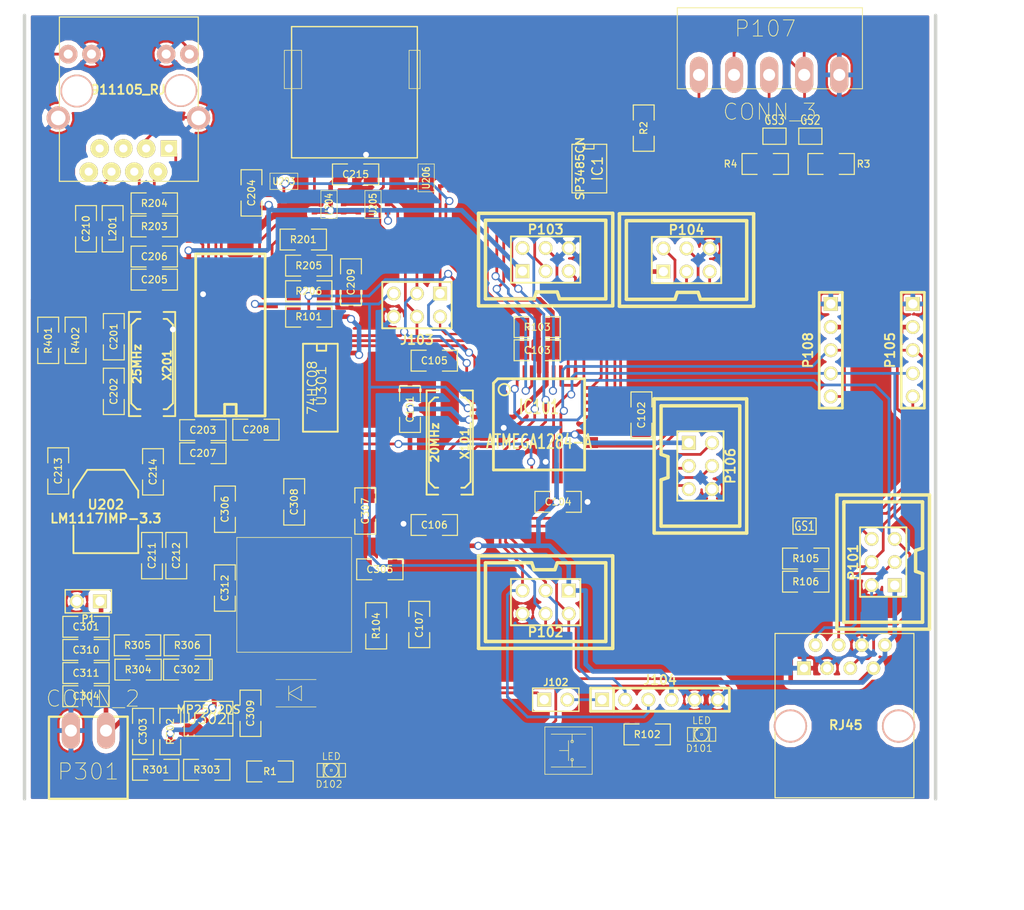
<source format=kicad_pcb>
(kicad_pcb (version 3) (host pcbnew "(2013-mar-13)-testing")
  (title_block (title "Short Main Board - SMB controller") (rev 0) (company "XPLDUINO project") (comment 1 "GNU GPL v2") (comment 2 "Domotic Open Source "))
  (layers (15 Dessus mixed) (0 Dessous mixed) (18 B.Paste user) (19 F.Paste user) (20 B.SilkS user) (21 F.SilkS user) (22 B.Mask user) (23 F.Mask user) (28 Edge.Cuts user))
  (net 0 "")
  (net 1 +12V)
  (net 2 +3.3V)
  (net 3 +5V)
  (net 4 /INT_I2C)
  (net 5 /RESET)
  (net 6 /SPARE)
  (net 7 CLK_33)
  (net 8 CS_33)
  (net 9 DS)
  (net 10 ETH_CS)
  (net 11 ETH_INT)
  (net 12 GND)
  (net 13 LED_STATUS)
  (net 14 MISO_33)
  (net 15 MOSI_33)
  (net 16 N-0000016)
  (net 17 N-0000024)
  (net 18 N-0000030)
  (net 19 N-0000031)
  (net 20 N-0000032)
  (net 21 N-0000036)
  (net 22 N-000004)
  (net 23 N-0000045)
  (net 24 N-0000047)
  (net 25 N-0000048)
  (net 26 N-0000050)
  (net 27 N-0000051)
  (net 28 N-0000052)
  (net 29 N-0000053)
  (net 30 N-0000054)
  (net 31 N-0000055)
  (net 32 N-0000056)
  (net 33 N-0000057)
  (net 34 N-0000058)
  (net 35 N-0000059)
  (net 36 N-0000060)
  (net 37 N-0000061)
  (net 38 N-0000062)
  (net 39 N-0000064)
  (net 40 N-0000066)
  (net 41 N-0000067)
  (net 42 N-0000069)
  (net 43 N-0000070)
  (net 44 N-0000072)
  (net 45 N-0000073)
  (net 46 N-0000074)
  (net 47 N-0000075)
  (net 48 PA0)
  (net 49 PA1)
  (net 50 PA2)
  (net 51 PA3)
  (net 52 PA4)
  (net 53 PA5)
  (net 54 PA6)
  (net 55 PA7)
  (net 56 PB0)
  (net 57 PC2)
  (net 58 PC3)
  (net 59 PC4)
  (net 60 PC6)
  (net 61 PD6)
  (net 62 RX0)
  (net 63 RX1)
  (net 64 SCL)
  (net 65 SDA)
  (net 66 SPI_CLK)
  (net 67 SPI_MISO)
  (net 68 SPI_MOSI)
  (net 69 TX+)
  (net 70 TX-)
  (net 71 TX0)
  (net 72 TX1)
  (net 73 pre_5V)
  (net 74 uSD_CS)
  (module Q_49U3HMS (layer Dessus) (at 79.673 73.886 270)
    (fp_text reference X101 (at 0.127 -1.651 270) (layer F.SilkS) (effects (font (size 0.889 0.889) (thickness 0.2032))))
    (fp_text value 20MHz (at 0 1.651 270) (layer F.SilkS) (effects (font (size 0.889 0.889) (thickness 0.2032))))
    (pad 1 smd rect (at -4.699 0 270) (size 5.4991 1.99898) (layers Dessus F.Paste F.Mask) (net 24 N-0000047))
    (pad 2 smd rect (at 4.699 0 270) (size 5.4991 1.99898) (layers Dessus F.Paste F.Mask) (net 18 N-0000030))
  )
  (module TQFP44 (layer Dessus) (at 89.473 71.886)
    (fp_text reference IC101 (at 0 -1.905) (layer F.SilkS) (effects (font (size 1.524 1.016) (thickness 0.2032))))
    (fp_text value ATMEGA1284-A (at 0 1.905) (layer F.SilkS) (effects (font (size 1.524 1.016) (thickness 0.2032))))
    (pad 39 smd rect (at 0 -5.715) (size 0.4064 1.524) (layers Dessus F.Paste F.Mask) (net 12 GND))
    (pad 40 smd rect (at -0.8001 -5.715) (size 0.4064 1.524) (layers Dessus F.Paste F.Mask) (net 56 PB0))
    (pad 41 smd rect (at -1.6002 -5.715) (size 0.4064 1.524) (layers Dessus F.Paste F.Mask))
    (pad 42 smd rect (at -2.4003 -5.715) (size 0.4064 1.524) (layers Dessus F.Paste F.Mask) (net 4 /INT_I2C))
    (pad 43 smd rect (at -3.2004 -5.715) (size 0.4064 1.524) (layers Dessus F.Paste F.Mask) (net 74 uSD_CS))
    (pad 44 smd rect (at -4.0005 -5.715) (size 0.4064 1.524) (layers Dessus F.Paste F.Mask) (net 10 ETH_CS))
    (pad 38 smd rect (at 0.8001 -5.715) (size 0.4064 1.524) (layers Dessus F.Paste F.Mask) (net 3 +5V))
    (pad 37 smd rect (at 1.6002 -5.715) (size 0.4064 1.524) (layers Dessus F.Paste F.Mask) (net 48 PA0))
    (pad 36 smd rect (at 2.4003 -5.715) (size 0.4064 1.524) (layers Dessus F.Paste F.Mask) (net 49 PA1))
    (pad 35 smd rect (at 3.2004 -5.715) (size 0.4064 1.524) (layers Dessus F.Paste F.Mask) (net 50 PA2))
    (pad 34 smd rect (at 4.0005 -5.715) (size 0.4064 1.524) (layers Dessus F.Paste F.Mask) (net 51 PA3))
    (pad 17 smd rect (at 0 5.715) (size 0.4064 1.524) (layers Dessus F.Paste F.Mask) (net 3 +5V))
    (pad 16 smd rect (at -0.8001 5.715) (size 0.4064 1.524) (layers Dessus F.Paste F.Mask) (net 11 ETH_INT))
    (pad 15 smd rect (at -1.6002 5.715) (size 0.4064 1.524) (layers Dessus F.Paste F.Mask) (net 61 PD6))
    (pad 14 smd rect (at -2.4003 5.715) (size 0.4064 1.524) (layers Dessus F.Paste F.Mask) (net 22 N-000004))
    (pad 13 smd rect (at -3.2004 5.715) (size 0.4064 1.524) (layers Dessus F.Paste F.Mask) (net 13 LED_STATUS))
    (pad 12 smd rect (at -4.0005 5.715) (size 0.4064 1.524) (layers Dessus F.Paste F.Mask) (net 72 TX1))
    (pad 18 smd rect (at 0.8001 5.715) (size 0.4064 1.524) (layers Dessus F.Paste F.Mask) (net 12 GND))
    (pad 19 smd rect (at 1.6002 5.715) (size 0.4064 1.524) (layers Dessus F.Paste F.Mask) (net 64 SCL))
    (pad 20 smd rect (at 2.4003 5.715) (size 0.4064 1.524) (layers Dessus F.Paste F.Mask) (net 65 SDA))
    (pad 21 smd rect (at 3.2004 5.715) (size 0.4064 1.524) (layers Dessus F.Paste F.Mask) (net 57 PC2))
    (pad 22 smd rect (at 4.0005 5.715) (size 0.4064 1.524) (layers Dessus F.Paste F.Mask) (net 58 PC3))
    (pad 6 smd rect (at -5.715 0) (size 1.524 0.4064) (layers Dessus F.Paste F.Mask) (net 12 GND))
    (pad 28 smd rect (at 5.715 0) (size 1.524 0.4064) (layers Dessus F.Paste F.Mask) (net 12 GND))
    (pad 7 smd rect (at -5.715 0.8001) (size 1.524 0.4064) (layers Dessus F.Paste F.Mask) (net 24 N-0000047))
    (pad 27 smd rect (at 5.715 0.8001) (size 1.524 0.4064) (layers Dessus F.Paste F.Mask) (net 3 +5V))
    (pad 26 smd rect (at 5.715 1.6002) (size 1.524 0.4064) (layers Dessus F.Paste F.Mask))
    (pad 8 smd rect (at -5.715 1.6002) (size 1.524 0.4064) (layers Dessus F.Paste F.Mask) (net 18 N-0000030))
    (pad 9 smd rect (at -5.715 2.4003) (size 1.524 0.4064) (layers Dessus F.Paste F.Mask) (net 62 RX0))
    (pad 25 smd rect (at 5.715 2.4003) (size 1.524 0.4064) (layers Dessus F.Paste F.Mask) (net 60 PC6))
    (pad 24 smd rect (at 5.715 3.2004) (size 1.524 0.4064) (layers Dessus F.Paste F.Mask) (net 9 DS))
    (pad 10 smd rect (at -5.715 3.2004) (size 1.524 0.4064) (layers Dessus F.Paste F.Mask) (net 71 TX0))
    (pad 11 smd rect (at -5.715 4.0005) (size 1.524 0.4064) (layers Dessus F.Paste F.Mask) (net 63 RX1))
    (pad 23 smd rect (at 5.715 4.0005) (size 1.524 0.4064) (layers Dessus F.Paste F.Mask) (net 59 PC4))
    (pad 29 smd rect (at 5.715 -0.8001) (size 1.524 0.4064) (layers Dessus F.Paste F.Mask))
    (pad 5 smd rect (at -5.715 -0.8001) (size 1.524 0.4064) (layers Dessus F.Paste F.Mask) (net 3 +5V))
    (pad 4 smd rect (at -5.715 -1.6002) (size 1.524 0.4064) (layers Dessus F.Paste F.Mask) (net 5 /RESET))
    (pad 30 smd rect (at 5.715 -1.6002) (size 1.524 0.4064) (layers Dessus F.Paste F.Mask) (net 55 PA7))
    (pad 31 smd rect (at 5.715 -2.4003) (size 1.524 0.4064) (layers Dessus F.Paste F.Mask) (net 54 PA6))
    (pad 3 smd rect (at -5.715 -2.4003) (size 1.524 0.4064) (layers Dessus F.Paste F.Mask) (net 66 SPI_CLK))
    (pad 2 smd rect (at -5.715 -3.2004) (size 1.524 0.4064) (layers Dessus F.Paste F.Mask) (net 67 SPI_MISO))
    (pad 32 smd rect (at 5.715 -3.2004) (size 1.524 0.4064) (layers Dessus F.Paste F.Mask) (net 53 PA5))
    (pad 33 smd rect (at 5.715 -4.0005) (size 1.524 0.4064) (layers Dessus F.Paste F.Mask) (net 52 PA4))
    (pad 1 smd rect (at -5.715 -4.0005) (size 1.524 0.4064) (layers Dessus F.Paste F.Mask) (net 68 SPI_MOSI))
  )
  (module SM1206 (layer Dessus) (at 118.745 86.614)
    (fp_text reference R105 (at 0 0) (layer F.SilkS) (effects (font (size 0.762 0.762) (thickness 0.127))))
    (fp_text value R hide)
    (pad 1 smd rect (at -1.651 0) (size 1.524 2.032) (layers Dessus F.Paste F.Mask) (net 3 +5V))
    (pad 2 smd rect (at 1.651 0) (size 1.524 2.032) (layers Dessus F.Paste F.Mask) (net 65 SDA))
  )
  (module SM1206 (layer Dessus) (at 118.745 89.154)
    (fp_text reference R106 (at 0 0) (layer F.SilkS) (effects (font (size 0.762 0.762) (thickness 0.127))))
    (fp_text value R hide)
    (pad 1 smd rect (at -1.651 0) (size 1.524 2.032) (layers Dessus F.Paste F.Mask) (net 3 +5V))
    (pad 2 smd rect (at 1.651 0) (size 1.524 2.032) (layers Dessus F.Paste F.Mask) (net 64 SCL))
  )
  (module SM1206 (layer Dessus) (at 89.281 61.214 180)
    (fp_text reference R103 (at 0 0 180) (layer F.SilkS) (effects (font (size 0.762 0.762) (thickness 0.127))))
    (fp_text value 10k hide)
    (pad 1 smd rect (at -1.651 0 180) (size 1.524 2.032) (layers Dessus F.Paste F.Mask) (net 3 +5V))
    (pad 2 smd rect (at 1.651 0 180) (size 1.524 2.032) (layers Dessus F.Paste F.Mask) (net 74 uSD_CS))
  )
  (module SM1206 (layer Dessus) (at 89.281 63.754 180)
    (fp_text reference C103 (at 0 0 180) (layer F.SilkS) (effects (font (size 0.762 0.762) (thickness 0.127))))
    (fp_text value 0.1uF hide)
    (pad 1 smd rect (at -1.651 0 180) (size 1.524 2.032) (layers Dessus F.Paste F.Mask) (net 3 +5V))
    (pad 2 smd rect (at 1.651 0 180) (size 1.524 2.032) (layers Dessus F.Paste F.Mask) (net 12 GND))
  )
  (module SM1206 (layer Dessus) (at 101.346 105.918 180)
    (fp_text reference R102 (at 0 0 180) (layer F.SilkS) (effects (font (size 0.762 0.762) (thickness 0.127))))
    (fp_text value 3.3kR hide)
    (pad 1 smd rect (at -1.651 0 180) (size 1.524 2.032) (layers Dessus F.Paste F.Mask) (net 25 N-0000048))
    (pad 2 smd rect (at 1.651 0 180) (size 1.524 2.032) (layers Dessus F.Paste F.Mask) (net 12 GND))
  )
  (module SM1206 (layer Dessus) (at 91.567 80.391 180)
    (fp_text reference C104 (at 0 0 180) (layer F.SilkS) (effects (font (size 0.762 0.762) (thickness 0.127))))
    (fp_text value 0.1uF hide)
    (pad 1 smd rect (at -1.651 0 180) (size 1.524 2.032) (layers Dessus F.Paste F.Mask) (net 12 GND))
    (pad 2 smd rect (at 1.651 0 180) (size 1.524 2.032) (layers Dessus F.Paste F.Mask) (net 3 +5V))
  )
  (module SM1206 (layer Dessus) (at 77.978 82.931 180)
    (fp_text reference C106 (at 0 0 180) (layer F.SilkS) (effects (font (size 0.762 0.762) (thickness 0.127))))
    (fp_text value 18pF hide)
    (pad 1 smd rect (at -1.651 0 180) (size 1.524 2.032) (layers Dessus F.Paste F.Mask) (net 18 N-0000030))
    (pad 2 smd rect (at 1.651 0 180) (size 1.524 2.032) (layers Dessus F.Paste F.Mask) (net 12 GND))
  )
  (module SM1206 (layer Dessus) (at 77.978 64.897 180)
    (fp_text reference C105 (at 0 0 180) (layer F.SilkS) (effects (font (size 0.762 0.762) (thickness 0.127))))
    (fp_text value 18pF hide)
    (pad 1 smd rect (at -1.651 0 180) (size 1.524 2.032) (layers Dessus F.Paste F.Mask) (net 24 N-0000047))
    (pad 2 smd rect (at 1.651 0 180) (size 1.524 2.032) (layers Dessus F.Paste F.Mask) (net 12 GND))
  )
  (module SM1206 (layer Dessus) (at 100.711 70.866 90)
    (fp_text reference C102 (at 0 0 90) (layer F.SilkS) (effects (font (size 0.762 0.762) (thickness 0.127))))
    (fp_text value 0.1uF hide)
    (pad 1 smd rect (at -1.651 0 90) (size 1.524 2.032) (layers Dessus F.Paste F.Mask) (net 3 +5V))
    (pad 2 smd rect (at 1.651 0 90) (size 1.524 2.032) (layers Dessus F.Paste F.Mask) (net 12 GND))
  )
  (module SM1206 (layer Dessus) (at 75.311 70.231 90)
    (fp_text reference C101 (at 0 0 90) (layer F.SilkS) (effects (font (size 0.762 0.762) (thickness 0.127))))
    (fp_text value 0.1uF hide)
    (pad 1 smd rect (at -1.651 0 90) (size 1.524 2.032) (layers Dessus F.Paste F.Mask) (net 3 +5V))
    (pad 2 smd rect (at 1.651 0 90) (size 1.524 2.032) (layers Dessus F.Paste F.Mask) (net 12 GND))
  )
  (module PIN_ARRAY_5x1 (layer Dessus) (at 121.5 63.75 270)
    (fp_text reference P108 (at 0 2.5 270) (layer F.SilkS) (effects (font (size 1.016 1.016) (thickness 0.2032))))
    (fp_text value CONN_5 hide)
    (pad 1 thru_hole rect (at -5.08 0 270) (size 1.524 1.524) (drill 1.016) (layers *.Cu *.Mask F.SilkS) (net 12 GND))
    (pad 2 thru_hole circle (at -2.54 0 270) (size 1.524 1.524) (drill 1.016) (layers *.Cu *.Mask F.SilkS) (net 3 +5V))
    (pad 3 thru_hole circle (at 0 0 270) (size 1.524 1.524) (drill 1.016) (layers *.Cu *.Mask F.SilkS) (net 65 SDA))
    (pad 4 thru_hole circle (at 2.54 0 270) (size 1.524 1.524) (drill 1.016) (layers *.Cu *.Mask F.SilkS) (net 64 SCL))
    (pad 5 thru_hole circle (at 5.08 0 270) (size 1.524 1.524) (drill 1.016) (layers *.Cu *.Mask F.SilkS) (net 60 PC6))
  )
  (module PIN_ARRAY_5x1 (layer Dessus) (at 130.5 63.75 270)
    (fp_text reference P105 (at 0 2.5 270) (layer F.SilkS) (effects (font (size 1.016 1.016) (thickness 0.2032))))
    (fp_text value CONN_5 hide)
    (pad 1 thru_hole rect (at -5.08 0 270) (size 1.524 1.524) (drill 1.016) (layers *.Cu *.Mask F.SilkS) (net 12 GND))
    (pad 2 thru_hole circle (at -2.54 0 270) (size 1.524 1.524) (drill 1.016) (layers *.Cu *.Mask F.SilkS) (net 3 +5V))
    (pad 3 thru_hole circle (at 0 0 270) (size 1.524 1.524) (drill 1.016) (layers *.Cu *.Mask F.SilkS) (net 65 SDA))
    (pad 4 thru_hole circle (at 2.54 0 270) (size 1.524 1.524) (drill 1.016) (layers *.Cu *.Mask F.SilkS) (net 64 SCL))
    (pad 5 thru_hole circle (at 5.08 0 270) (size 1.524 1.524) (drill 1.016) (layers *.Cu *.Mask F.SilkS) (net 9 DS))
  )
  (module PIN_ARRAY_2X1 (layer Dessus) (at 91.313 102.108)
    (fp_text reference J102 (at 0 -1.905) (layer F.SilkS) (effects (font (size 0.762 0.762) (thickness 0.1524))))
    (fp_text value RTS_RESET hide)
    (pad 1 thru_hole rect (at -1.27 0) (size 1.524 1.524) (drill 1.016) (layers *.Cu *.Mask F.SilkS) (net 16 N-0000016))
    (pad 2 thru_hole circle (at 1.27 0) (size 1.524 1.524) (drill 1.016) (layers *.Cu *.Mask F.SilkS) (net 21 N-0000036))
  )
  (module PIN_ARRAY-6X1 (layer Dessus) (at 102.743 102.108)
    (fp_text reference J104 (at 0 -2.159) (layer F.SilkS) (effects (font (size 1.016 1.016) (thickness 0.2032))))
    (fp_text value SERIAL_REV hide)
    (pad 1 thru_hole rect (at -6.35 0) (size 1.524 1.524) (drill 1.016) (layers *.Cu *.Mask F.SilkS) (net 21 N-0000036))
    (pad 2 thru_hole circle (at -3.81 0) (size 1.524 1.524) (drill 1.016) (layers *.Cu *.Mask F.SilkS) (net 71 TX0))
    (pad 3 thru_hole circle (at -1.27 0) (size 1.524 1.524) (drill 1.016) (layers *.Cu *.Mask F.SilkS) (net 62 RX0))
    (pad 4 thru_hole circle (at 1.27 0) (size 1.524 1.524) (drill 1.016) (layers *.Cu *.Mask F.SilkS) (net 3 +5V))
    (pad 5 thru_hole circle (at 3.81 0) (size 1.524 1.524) (drill 1.016) (layers *.Cu *.Mask F.SilkS) (net 12 GND))
    (pad 6 thru_hole circle (at 6.35 0) (size 1.524 1.524) (drill 1.016) (layers *.Cu *.Mask F.SilkS) (net 12 GND))
  )
  (module LED-1206 (layer Dessus) (at 107.315 105.918 180)
    (fp_text reference D101 (at 0.254 -1.524 180) (layer F.SilkS) (effects (font (size 0.762 0.762) (thickness 0.0889))))
    (fp_text value LED (at 0 1.524 180) (layer F.SilkS) (effects (font (size 0.762 0.762) (thickness 0.0889))))
    (pad 1 smd rect (at -1.41986 0 180) (size 1.59766 1.80086) (layers Dessus F.Paste F.Mask) (net 13 LED_STATUS))
    (pad 2 smd rect (at 1.41986 0 180) (size 1.59766 1.80086) (layers Dessus F.Paste F.Mask) (net 25 N-0000048))
  )
  (module HE10-6 (layer Dessus) (at 90.2 91.4 180)
    (fp_text reference P102 (at 0 -3.302 180) (layer F.SilkS) (effects (font (size 1.016 1.016) (thickness 0.2032))))
    (fp_text value CONN_3X2 hide)
    (pad 1 thru_hole rect (at -2.54 1.27 180) (size 1.524 1.524) (drill 1.016) (layers *.Cu *.Mask F.SilkS) (net 3 +5V))
    (pad 2 thru_hole circle (at -2.54 -1.27 180) (size 1.524 1.524) (drill 1.016) (layers *.Cu *.Mask F.SilkS) (net 13 LED_STATUS))
    (pad 3 thru_hole circle (at 0 1.27 180) (size 1.524 1.524) (drill 1.016) (layers *.Cu *.Mask F.SilkS) (net 71 TX0))
    (pad 4 thru_hole circle (at 0 -1.27 180) (size 1.524 1.524) (drill 1.016) (layers *.Cu *.Mask F.SilkS) (net 5 /RESET))
    (pad 5 thru_hole circle (at 2.54 1.27 180) (size 1.524 1.524) (drill 1.016) (layers *.Cu *.Mask F.SilkS) (net 62 RX0))
    (pad 6 thru_hole circle (at 2.54 -1.27 180) (size 1.524 1.524) (drill 1.016) (layers *.Cu *.Mask F.SilkS) (net 12 GND))
  )
  (module HE10-6 (layer Dessus) (at 107.188 76.454 270)
    (fp_text reference P106 (at 0 -3.302 270) (layer F.SilkS) (effects (font (size 1.016 1.016) (thickness 0.2032))))
    (fp_text value CONN_3X2 hide)
    (pad 1 thru_hole rect (at -2.54 1.27 270) (size 1.524 1.524) (drill 1.016) (layers *.Cu *.Mask F.SilkS) (net 3 +5V))
    (pad 2 thru_hole circle (at -2.54 -1.27 270) (size 1.524 1.524) (drill 1.016) (layers *.Cu *.Mask F.SilkS) (net 59 PC4))
    (pad 3 thru_hole circle (at 0 1.27 270) (size 1.524 1.524) (drill 1.016) (layers *.Cu *.Mask F.SilkS) (net 58 PC3))
    (pad 4 thru_hole circle (at 0 -1.27 270) (size 1.524 1.524) (drill 1.016) (layers *.Cu *.Mask F.SilkS) (net 57 PC2))
    (pad 5 thru_hole circle (at 2.54 1.27 270) (size 1.524 1.524) (drill 1.016) (layers *.Cu *.Mask F.SilkS) (net 61 PD6))
    (pad 6 thru_hole circle (at 2.54 -1.27 270) (size 1.524 1.524) (drill 1.016) (layers *.Cu *.Mask F.SilkS) (net 12 GND))
  )
  (module HE10-6 (layer Dessus) (at 105.664 53.848)
    (fp_text reference P104 (at 0 -3.302) (layer F.SilkS) (effects (font (size 1.016 1.016) (thickness 0.2032))))
    (fp_text value CONN_3X2 hide)
    (pad 1 thru_hole rect (at -2.54 1.27) (size 1.524 1.524) (drill 1.016) (layers *.Cu *.Mask F.SilkS) (net 3 +5V))
    (pad 2 thru_hole circle (at -2.54 -1.27) (size 1.524 1.524) (drill 1.016) (layers *.Cu *.Mask F.SilkS) (net 52 PA4))
    (pad 3 thru_hole circle (at 0 1.27) (size 1.524 1.524) (drill 1.016) (layers *.Cu *.Mask F.SilkS) (net 53 PA5))
    (pad 4 thru_hole circle (at 0 -1.27) (size 1.524 1.524) (drill 1.016) (layers *.Cu *.Mask F.SilkS) (net 54 PA6))
    (pad 5 thru_hole circle (at 2.54 1.27) (size 1.524 1.524) (drill 1.016) (layers *.Cu *.Mask F.SilkS) (net 55 PA7))
    (pad 6 thru_hole circle (at 2.54 -1.27) (size 1.524 1.524) (drill 1.016) (layers *.Cu *.Mask F.SilkS) (net 12 GND))
  )
  (module HE10-6 (layer Dessus) (at 127.25 87 90)
    (fp_text reference P101 (at 0 -3.302 90) (layer F.SilkS) (effects (font (size 1.016 1.016) (thickness 0.2032))))
    (fp_text value I2C_CONN hide)
    (pad 1 thru_hole rect (at -2.54 1.27 90) (size 1.524 1.524) (drill 1.016) (layers *.Cu *.Mask F.SilkS) (net 3 +5V))
    (pad 2 thru_hole circle (at -2.54 -1.27 90) (size 1.524 1.524) (drill 1.016) (layers *.Cu *.Mask F.SilkS) (net 12 GND))
    (pad 3 thru_hole circle (at 0 1.27 90) (size 1.524 1.524) (drill 1.016) (layers *.Cu *.Mask F.SilkS) (net 64 SCL))
    (pad 4 thru_hole circle (at 0 -1.27 90) (size 1.524 1.524) (drill 1.016) (layers *.Cu *.Mask F.SilkS) (net 65 SDA))
    (pad 5 thru_hole circle (at 2.54 1.27 90) (size 1.524 1.524) (drill 1.016) (layers *.Cu *.Mask F.SilkS) (net 4 /INT_I2C))
    (pad 6 thru_hole circle (at 2.54 -1.27 90) (size 1.524 1.524) (drill 1.016) (layers *.Cu *.Mask F.SilkS) (net 6 /SPARE))
  )
  (module HE10-6 (layer Dessus) (at 90.2 53.8)
    (fp_text reference P103 (at 0 -3.302) (layer F.SilkS) (effects (font (size 1.016 1.016) (thickness 0.2032))))
    (fp_text value CONN_3X2 hide)
    (pad 1 thru_hole rect (at -2.54 1.27) (size 1.524 1.524) (drill 1.016) (layers *.Cu *.Mask F.SilkS) (net 2 +3.3V))
    (pad 2 thru_hole circle (at -2.54 -1.27) (size 1.524 1.524) (drill 1.016) (layers *.Cu *.Mask F.SilkS) (net 48 PA0))
    (pad 3 thru_hole circle (at 0 1.27) (size 1.524 1.524) (drill 1.016) (layers *.Cu *.Mask F.SilkS) (net 49 PA1))
    (pad 4 thru_hole circle (at 0 -1.27) (size 1.524 1.524) (drill 1.016) (layers *.Cu *.Mask F.SilkS) (net 50 PA2))
    (pad 5 thru_hole circle (at 2.54 1.27) (size 1.524 1.524) (drill 1.016) (layers *.Cu *.Mask F.SilkS) (net 51 PA3))
    (pad 6 thru_hole circle (at 2.54 -1.27) (size 1.524 1.524) (drill 1.016) (layers *.Cu *.Mask F.SilkS) (net 12 GND))
  )
  (module GS2 (layer Dessus) (at 118.618 83.058 270)
    (fp_text reference GS1 (at 0 0 360) (layer F.SilkS) (effects (font (size 1.016 0.762) (thickness 0.127))))
    (fp_text value GS2 hide)
    (pad 1 smd rect (at 0 -0.635 270) (size 1.27 0.9652) (layers Dessus F.Paste F.Mask) (net 6 /SPARE))
    (pad 2 smd rect (at 0 0.635 270) (size 1.27 0.9652) (layers Dessus F.Paste F.Mask) (net 22 N-000004))
  )
  (module RJ45_8 (layer Dessus) (at 123 105)
    (fp_text reference J101 (at 0.254 4.826) (layer F.SilkS) (effects (font (size 0.0004 0.0004) (thickness 0.3048))))
    (fp_text value RJ45 (at 0.14224 -0.1016) (layer F.SilkS) (effects (font (size 1.00076 1.00076) (thickness 0.2032))))
    (pad Hole np_thru_hole circle (at 5.93852 0) (size 3.64998 3.64998) (drill 3.251199) (layers *.Cu *.SilkS *.Mask))
    (pad Hole np_thru_hole circle (at -5.9309 0) (size 3.64998 3.64998) (drill 3.251199) (layers *.Cu *.SilkS *.Mask))
    (pad 1 thru_hole rect (at -4.445 -6.35) (size 1.50114 1.50114) (drill 0.899159) (layers *.Cu *.Mask F.SilkS) (net 12 GND))
    (pad 2 thru_hole circle (at -3.175 -8.89) (size 1.50114 1.50114) (drill 0.899159) (layers *.Cu *.Mask F.SilkS) (net 65 SDA))
    (pad 3 thru_hole circle (at -1.905 -6.35) (size 1.50114 1.50114) (drill 0.899159) (layers *.Cu *.Mask F.SilkS) (net 12 GND))
    (pad 4 thru_hole circle (at -0.635 -8.89) (size 1.50114 1.50114) (drill 0.899159) (layers *.Cu *.Mask F.SilkS) (net 64 SCL))
    (pad 5 thru_hole circle (at 0.635 -6.35) (size 1.50114 1.50114) (drill 0.899159) (layers *.Cu *.Mask F.SilkS) (net 4 /INT_I2C))
    (pad 6 thru_hole circle (at 1.905 -8.89) (size 1.50114 1.50114) (drill 0.899159) (layers *.Cu *.Mask F.SilkS) (net 12 GND))
    (pad 7 thru_hole circle (at 3.175 -6.35) (size 1.50114 1.50114) (drill 0.899159) (layers *.Cu *.Mask F.SilkS) (net 3 +5V))
    (pad 8 thru_hole circle (at 4.445 -8.89) (size 1.50114 1.50114) (drill 0.899159) (layers *.Cu *.Mask F.SilkS) (net 3 +5V))
  )
  (module SRF1260-150M (layer Dessus) (at 62.6 90.6 180)
    (fp_text reference L301 (at -0.25 0 180) (layer F.SilkS) (effects (font (size 0.0004 0.0004) (thickness 0.3048))))
    (fp_text value SRF1260-150M (at 0 -11.50112 180) (layer F.SilkS) (effects (font (size 0.0004 0.0004) (thickness 0.3048))))
    (pad 1 smd rect (at 1.50114 -4.97586 180) (size 2.49936 3.85064) (layers Dessus F.Paste F.Mask) (net 73 pre_5V))
    (pad 2 smd rect (at -1.50114 -4.97586 180) (size 2.49936 3.85064) (layers Dessus F.Paste F.Mask) (net 73 pre_5V))
    (pad 3 smd rect (at -1.50114 4.97586 180) (size 2.49936 3.85064) (layers Dessus F.Paste F.Mask) (net 3 +5V))
    (pad 4 smd rect (at 1.50114 4.97586 180) (size 2.49936 3.85064) (layers Dessus F.Paste F.Mask) (net 3 +5V))
  )
  (module SOT223 (layer Dessus) (at 41.927 81.4535)
    (fp_text reference U202 (at 0 -0.762) (layer F.SilkS) (effects (font (size 1.016 1.016) (thickness 0.2032))))
    (fp_text value LM1117IMP-3.3 (at 0 0.762) (layer F.SilkS) (effects (font (size 1.016 1.016) (thickness 0.2032))))
    (pad 4 smd rect (at 0 -3.302) (size 3.6576 2.032) (layers Dessus F.Paste F.Mask) (net 2 +3.3V))
    (pad 2 smd rect (at 0 3.302) (size 1.016 2.032) (layers Dessus F.Paste F.Mask) (net 2 +3.3V))
    (pad 3 smd rect (at 2.286 3.302) (size 1.016 2.032) (layers Dessus F.Paste F.Mask) (net 3 +5V))
    (pad 1 smd rect (at -2.286 3.302) (size 1.016 2.032) (layers Dessus F.Paste F.Mask) (net 12 GND))
  )
  (module SO8E (layer Dessus) (at 53.2 104.2 180)
    (fp_text reference U302 (at 0.2 0 180) (layer F.SilkS) (effects (font (size 1.143 1.143) (thickness 0.1524))))
    (fp_text value MP2562DS (at 0 1.016 180) (layer F.SilkS) (effects (font (size 0.889 0.889) (thickness 0.1524))))
    (pad 8 smd rect (at -1.905 -2.667 180) (size 0.59944 1.39954) (layers Dessus F.Paste F.Mask) (net 43 N-0000070))
    (pad 1 smd rect (at -1.905 2.667 180) (size 0.59944 1.39954) (layers Dessus F.Paste F.Mask) (net 73 pre_5V))
    (pad 7 smd rect (at -0.635 -2.667 180) (size 0.59944 1.39954) (layers Dessus F.Paste F.Mask) (net 1 +12V))
    (pad 6 smd rect (at 0.635 -2.667 180) (size 0.59944 1.39954) (layers Dessus F.Paste F.Mask) (net 45 N-0000073))
    (pad 5 smd rect (at 1.905 -2.667 180) (size 0.59944 1.39954) (layers Dessus F.Paste F.Mask) (net 12 GND))
    (pad 2 smd rect (at -0.635 2.667 180) (size 0.59944 1.39954) (layers Dessus F.Paste F.Mask) (net 47 N-0000075))
    (pad 3 smd rect (at 0.635 2.667 180) (size 0.59944 1.39954) (layers Dessus F.Paste F.Mask) (net 44 N-0000072))
    (pad 4 smd rect (at 1.905 2.667 180) (size 0.59944 1.39954) (layers Dessus F.Paste F.Mask) (net 46 N-0000074))
  )
  (module SO28 (layer Dessus) (at 55.6 62.067 90)
    (fp_text reference U201 (at 0.2 0.4 90) (layer F.SilkS) (effects (font (size 0.0004 0.0004) (thickness 0.1524))))
    (fp_text value ENC28J60 (at 0 1.27 90) (layer F.SilkS) (effects (font (size 0.0004 0.0004) (thickness 0.1524))))
    (pad 1 smd rect (at -8.255 4.572 90) (size 0.508 1.27) (layers Dessus F.Paste F.Mask) (net 26 N-0000050))
    (pad 2 smd rect (at -6.985 4.572 90) (size 0.508 1.27) (layers Dessus F.Paste F.Mask) (net 12 GND))
    (pad 3 smd rect (at -5.715 4.572 90) (size 0.508 1.27) (layers Dessus F.Paste F.Mask))
    (pad 4 smd rect (at -4.445 4.572 90) (size 0.508 1.27) (layers Dessus F.Paste F.Mask) (net 38 N-0000062))
    (pad 5 smd rect (at -3.175 4.572 90) (size 0.508 1.27) (layers Dessus F.Paste F.Mask))
    (pad 6 smd rect (at -1.905 4.572 90) (size 0.508 1.27) (layers Dessus F.Paste F.Mask) (net 27 N-0000051))
    (pad 7 smd rect (at -0.635 4.572 90) (size 0.508 1.27) (layers Dessus F.Paste F.Mask) (net 68 SPI_MOSI))
    (pad 8 smd rect (at 0.635 4.572 90) (size 0.508 1.27) (layers Dessus F.Paste F.Mask) (net 66 SPI_CLK))
    (pad 9 smd rect (at 1.905 4.572 90) (size 0.508 1.27) (layers Dessus F.Paste F.Mask) (net 10 ETH_CS))
    (pad 10 smd rect (at 3.175 4.572 90) (size 0.508 1.27) (layers Dessus F.Paste F.Mask) (net 5 /RESET))
    (pad 11 smd rect (at 4.445 4.572 90) (size 0.508 1.27) (layers Dessus F.Paste F.Mask) (net 12 GND))
    (pad 12 smd rect (at 5.715 4.572 90) (size 0.508 1.27) (layers Dessus F.Paste F.Mask) (net 31 N-0000055))
    (pad 13 smd rect (at 6.985 4.572 90) (size 0.508 1.27) (layers Dessus F.Paste F.Mask) (net 36 N-0000060))
    (pad 14 smd rect (at 8.255 4.572 90) (size 0.508 1.27) (layers Dessus F.Paste F.Mask) (net 39 N-0000064))
    (pad 15 smd rect (at 8.255 -4.572 90) (size 0.508 1.27) (layers Dessus F.Paste F.Mask) (net 2 +3.3V))
    (pad 16 smd rect (at 6.985 -4.572 90) (size 0.508 1.27) (layers Dessus F.Paste F.Mask) (net 33 N-0000057))
    (pad 17 smd rect (at 5.715 -4.572 90) (size 0.508 1.27) (layers Dessus F.Paste F.Mask) (net 30 N-0000054))
    (pad 18 smd rect (at 4.445 -4.572 90) (size 0.508 1.27) (layers Dessus F.Paste F.Mask) (net 12 GND))
    (pad 19 smd rect (at 3.175 -4.572 90) (size 0.508 1.27) (layers Dessus F.Paste F.Mask) (net 2 +3.3V))
    (pad 20 smd rect (at 1.905 -4.572 90) (size 0.508 1.27) (layers Dessus F.Paste F.Mask) (net 2 +3.3V))
    (pad 21 smd rect (at 0.635 -4.572 90) (size 0.508 1.27) (layers Dessus F.Paste F.Mask) (net 12 GND))
    (pad 22 smd rect (at -0.635 -4.572 90) (size 0.508 1.27) (layers Dessus F.Paste F.Mask) (net 12 GND))
    (pad 23 smd rect (at -1.905 -4.572 90) (size 0.508 1.27) (layers Dessus F.Paste F.Mask) (net 41 N-0000067))
    (pad 24 smd rect (at -3.175 -4.572 90) (size 0.508 1.27) (layers Dessus F.Paste F.Mask) (net 40 N-0000066))
    (pad 25 smd rect (at -4.445 -4.572 90) (size 0.508 1.27) (layers Dessus F.Paste F.Mask) (net 2 +3.3V))
    (pad 26 smd rect (at -5.715 -4.572 90) (size 0.508 1.27) (layers Dessus F.Paste F.Mask) (net 32 N-0000056))
    (pad 27 smd rect (at -6.985 -4.572 90) (size 0.508 1.27) (layers Dessus F.Paste F.Mask) (net 34 N-0000058))
    (pad 28 smd rect (at -8.255 -4.572 90) (size 0.508 1.27) (layers Dessus F.Paste F.Mask) (net 2 +3.3V))
  )
  (module SO14E (layer Dessus) (at 65.6 67.867 270)
    (fp_text reference U301 (at -0.2 0 270) (layer F.SilkS) (effects (font (size 1.016 1.143) (thickness 0.127))))
    (fp_text value 74HC08 (at 0 1.016 270) (layer F.SilkS) (effects (font (size 1.016 1.016) (thickness 0.127))))
    (pad 1 smd rect (at -3.81 2.794 270) (size 0.508 1.143) (layers Dessus F.Paste F.Mask) (net 27 N-0000051))
    (pad 2 smd rect (at -2.54 2.794 270) (size 0.508 1.143) (layers Dessus F.Paste F.Mask) (net 27 N-0000051))
    (pad 3 smd rect (at -1.27 2.794 270) (size 0.508 1.143) (layers Dessus F.Paste F.Mask) (net 67 SPI_MISO))
    (pad 4 smd rect (at 0 2.794 270) (size 0.508 1.143) (layers Dessus F.Paste F.Mask) (net 38 N-0000062))
    (pad 5 smd rect (at 1.27 2.794 270) (size 0.508 1.143) (layers Dessus F.Paste F.Mask) (net 38 N-0000062))
    (pad 6 smd rect (at 2.54 2.794 270) (size 0.508 1.143) (layers Dessus F.Paste F.Mask) (net 11 ETH_INT))
    (pad 7 smd rect (at 3.81 2.794 270) (size 0.508 1.143) (layers Dessus F.Paste F.Mask) (net 12 GND))
    (pad 8 smd rect (at 3.81 -2.54 270) (size 0.508 1.143) (layers Dessus F.Paste F.Mask))
    (pad 9 smd rect (at 2.54 -2.54 270) (size 0.508 1.143) (layers Dessus F.Paste F.Mask))
    (pad 10 smd rect (at 1.27 -2.54 270) (size 0.508 1.143) (layers Dessus F.Paste F.Mask))
    (pad 11 smd rect (at 0 -2.54 270) (size 0.508 1.143) (layers Dessus F.Paste F.Mask))
    (pad 12 smd rect (at -1.27 -2.54 270) (size 0.508 1.143) (layers Dessus F.Paste F.Mask))
    (pad 13 smd rect (at -2.54 -2.54 270) (size 0.508 1.143) (layers Dessus F.Paste F.Mask))
    (pad 14 smd rect (at -3.81 -2.54 270) (size 0.508 1.143) (layers Dessus F.Paste F.Mask) (net 3 +5V))
  )
  (module SM1206POL (layer Dessus) (at 50.8 98.8 180)
    (fp_text reference C302 (at 0 0 180) (layer F.SilkS) (effects (font (size 0.762 0.762) (thickness 0.127))))
    (fp_text value 150pF hide)
    (pad 1 smd rect (at -1.651 0 180) (size 1.524 2.032) (layers Dessus F.Paste F.Mask) (net 44 N-0000072))
    (pad 2 smd rect (at 1.651 0 180) (size 1.524 2.032) (layers Dessus F.Paste F.Mask) (net 42 N-0000069))
  )
  (module SM1206 (layer Dessus) (at 45.466 98.806 180)
    (fp_text reference R304 (at 0 0 180) (layer F.SilkS) (effects (font (size 0.762 0.762) (thickness 0.127))))
    (fp_text value 158k hide)
    (pad 1 smd rect (at -1.651 0 180) (size 1.524 2.032) (layers Dessus F.Paste F.Mask) (net 42 N-0000069))
    (pad 2 smd rect (at 1.651 0 180) (size 1.524 2.032) (layers Dessus F.Paste F.Mask) (net 12 GND))
  )
  (module SM1206 (layer Dessus) (at 46.99 86.2965 270)
    (fp_text reference C211 (at 0 0 270) (layer F.SilkS) (effects (font (size 0.762 0.762) (thickness 0.127))))
    (fp_text value 10nF hide)
    (pad 1 smd rect (at -1.651 0 270) (size 1.524 2.032) (layers Dessus F.Paste F.Mask) (net 3 +5V))
    (pad 2 smd rect (at 1.651 0 270) (size 1.524 2.032) (layers Dessus F.Paste F.Mask) (net 12 GND))
  )
  (module SM1206 (layer Dessus) (at 53 109.8 180)
    (fp_text reference R303 (at 0 0 180) (layer F.SilkS) (effects (font (size 0.762 0.762) (thickness 0.127))))
    (fp_text value 200k hide)
    (pad 1 smd rect (at -1.651 0 180) (size 1.524 2.032) (layers Dessus F.Paste F.Mask) (net 45 N-0000073))
    (pad 2 smd rect (at 1.651 0 180) (size 1.524 2.032) (layers Dessus F.Paste F.Mask) (net 12 GND))
  )
  (module SM1206 (layer Dessus) (at 50.8635 96.139)
    (fp_text reference R306 (at 0 0) (layer F.SilkS) (effects (font (size 0.762 0.762) (thickness 0.127))))
    (fp_text value 210k hide)
    (pad 1 smd rect (at -1.651 0) (size 1.524 2.032) (layers Dessus F.Paste F.Mask) (net 46 N-0000074))
    (pad 2 smd rect (at 1.651 0) (size 1.524 2.032) (layers Dessus F.Paste F.Mask) (net 3 +5V))
  )
  (module SM1206 (layer Dessus) (at 45.4025 96.139 180)
    (fp_text reference R305 (at 0 0 180) (layer F.SilkS) (effects (font (size 0.762 0.762) (thickness 0.127))))
    (fp_text value 40.2k hide)
    (pad 1 smd rect (at -1.651 0 180) (size 1.524 2.032) (layers Dessus F.Paste F.Mask) (net 46 N-0000074))
    (pad 2 smd rect (at 1.651 0 180) (size 1.524 2.032) (layers Dessus F.Paste F.Mask) (net 12 GND))
  )
  (module SM1206 (layer Dessus) (at 36.7 77 90)
    (fp_text reference C213 (at 0 0 90) (layer F.SilkS) (effects (font (size 0.762 0.762) (thickness 0.127))))
    (fp_text value 10uF hide)
    (pad 1 smd rect (at -1.651 0 90) (size 1.524 2.032) (layers Dessus F.Paste F.Mask) (net 2 +3.3V))
    (pad 2 smd rect (at 1.651 0 90) (size 1.524 2.032) (layers Dessus F.Paste F.Mask) (net 12 GND))
  )
  (module SM1206 (layer Dessus) (at 49 105.6 270)
    (fp_text reference R302 (at 0 0 270) (layer F.SilkS) (effects (font (size 0.762 0.762) (thickness 0.127))))
    (fp_text value 100k hide)
    (pad 1 smd rect (at -1.651 0 270) (size 1.524 2.032) (layers Dessus F.Paste F.Mask) (net 1 +12V))
    (pad 2 smd rect (at 1.651 0 270) (size 1.524 2.032) (layers Dessus F.Paste F.Mask) (net 47 N-0000075))
  )
  (module SM1206 (layer Dessus) (at 47.4 109.8 180)
    (fp_text reference R301 (at 0 0 180) (layer F.SilkS) (effects (font (size 0.762 0.762) (thickness 0.127))))
    (fp_text value 17.4k hide)
    (pad 1 smd rect (at -1.651 0 180) (size 1.524 2.032) (layers Dessus F.Paste F.Mask) (net 47 N-0000075))
    (pad 2 smd rect (at 1.651 0 180) (size 1.524 2.032) (layers Dessus F.Paste F.Mask) (net 12 GND))
  )
  (module SM1206 (layer Dessus) (at 72 87.8)
    (fp_text reference C305 (at 0 0) (layer F.SilkS) (effects (font (size 0.762 0.762) (thickness 0.127))))
    (fp_text value 4.7uF hide)
    (pad 1 smd rect (at -1.651 0) (size 1.524 2.032) (layers Dessus F.Paste F.Mask) (net 3 +5V))
    (pad 2 smd rect (at 1.651 0) (size 1.524 2.032) (layers Dessus F.Paste F.Mask) (net 12 GND))
  )
  (module SM1206 (layer Dessus) (at 55 81.2 90)
    (fp_text reference C306 (at 0 0 90) (layer F.SilkS) (effects (font (size 0.762 0.762) (thickness 0.127))))
    (fp_text value 4.7uF hide)
    (pad 1 smd rect (at -1.651 0 90) (size 1.524 2.032) (layers Dessus F.Paste F.Mask) (net 3 +5V))
    (pad 2 smd rect (at 1.651 0 90) (size 1.524 2.032) (layers Dessus F.Paste F.Mask) (net 12 GND))
  )
  (module SM1206 (layer Dessus) (at 70.4 81.4 90)
    (fp_text reference C307 (at 0 0 90) (layer F.SilkS) (effects (font (size 0.762 0.762) (thickness 0.127))))
    (fp_text value 4.7uF hide)
    (pad 1 smd rect (at -1.651 0 90) (size 1.524 2.032) (layers Dessus F.Paste F.Mask) (net 3 +5V))
    (pad 2 smd rect (at 1.651 0 90) (size 1.524 2.032) (layers Dessus F.Paste F.Mask) (net 12 GND))
  )
  (module SM1206 (layer Dessus) (at 62.6 80.4 90)
    (fp_text reference C308 (at 0 0 90) (layer F.SilkS) (effects (font (size 0.762 0.762) (thickness 0.127))))
    (fp_text value 4.7uF hide)
    (pad 1 smd rect (at -1.651 0 90) (size 1.524 2.032) (layers Dessus F.Paste F.Mask) (net 3 +5V))
    (pad 2 smd rect (at 1.651 0 90) (size 1.524 2.032) (layers Dessus F.Paste F.Mask) (net 12 GND))
  )
  (module SM1206 (layer Dessus) (at 39.751 94.107 180)
    (fp_text reference C301 (at 0 0 180) (layer F.SilkS) (effects (font (size 0.762 0.762) (thickness 0.127))))
    (fp_text value 1uF hide)
    (pad 1 smd rect (at -1.651 0 180) (size 1.524 2.032) (layers Dessus F.Paste F.Mask) (net 1 +12V))
    (pad 2 smd rect (at 1.651 0 180) (size 1.524 2.032) (layers Dessus F.Paste F.Mask) (net 12 GND))
  )
  (module SM1206 (layer Dessus) (at 46 105.6 270)
    (fp_text reference C303 (at 0 0 270) (layer F.SilkS) (effects (font (size 0.762 0.762) (thickness 0.127))))
    (fp_text value 1uF hide)
    (pad 1 smd rect (at -1.651 0 270) (size 1.524 2.032) (layers Dessus F.Paste F.Mask) (net 1 +12V))
    (pad 2 smd rect (at 1.651 0 270) (size 1.524 2.032) (layers Dessus F.Paste F.Mask) (net 12 GND))
  )
  (module SM1206 (layer Dessus) (at 64.2 57.267)
    (fp_text reference R206 (at 0 0) (layer F.SilkS) (effects (font (size 0.762 0.762) (thickness 0.127))))
    (fp_text value 50 hide)
    (pad 1 smd rect (at -1.651 0) (size 1.524 2.032) (layers Dessus F.Paste F.Mask) (net 31 N-0000055))
    (pad 2 smd rect (at 1.651 0) (size 1.524 2.032) (layers Dessus F.Paste F.Mask) (net 37 N-0000061))
  )
  (module SM1206 (layer Dessus) (at 42.8 62.267 270)
    (fp_text reference C201 (at 0 0 270) (layer F.SilkS) (effects (font (size 0.762 0.762) (thickness 0.127))))
    (fp_text value 18pF hide)
    (pad 1 smd rect (at -1.651 0 270) (size 1.524 2.032) (layers Dessus F.Paste F.Mask) (net 41 N-0000067))
    (pad 2 smd rect (at 1.651 0 270) (size 1.524 2.032) (layers Dessus F.Paste F.Mask) (net 12 GND))
  )
  (module SM1206 (layer Dessus) (at 42.8 68.267 90)
    (fp_text reference C202 (at 0 0 90) (layer F.SilkS) (effects (font (size 0.762 0.762) (thickness 0.127))))
    (fp_text value 18pF hide)
    (pad 1 smd rect (at -1.651 0 90) (size 1.524 2.032) (layers Dessus F.Paste F.Mask) (net 40 N-0000066))
    (pad 2 smd rect (at 1.651 0 90) (size 1.524 2.032) (layers Dessus F.Paste F.Mask) (net 12 GND))
  )
  (module SM1206 (layer Dessus) (at 47.244 56.007 180)
    (fp_text reference C205 (at 0 0 180) (layer F.SilkS) (effects (font (size 0.762 0.762) (thickness 0.127))))
    (fp_text value 0.1uF hide)
    (pad 1 smd rect (at -1.651 0 180) (size 1.524 2.032) (layers Dessus F.Paste F.Mask) (net 2 +3.3V))
    (pad 2 smd rect (at 1.651 0 180) (size 1.524 2.032) (layers Dessus F.Paste F.Mask) (net 12 GND))
  )
  (module SM1206 (layer Dessus) (at 47.244 53.467 180)
    (fp_text reference C206 (at 0 0 180) (layer F.SilkS) (effects (font (size 0.762 0.762) (thickness 0.127))))
    (fp_text value 0.1uF hide)
    (pad 1 smd rect (at -1.651 0 180) (size 1.524 2.032) (layers Dessus F.Paste F.Mask) (net 2 +3.3V))
    (pad 2 smd rect (at 1.651 0 180) (size 1.524 2.032) (layers Dessus F.Paste F.Mask) (net 12 GND))
  )
  (module SM1206 (layer Dessus) (at 52.578 75.057)
    (fp_text reference C207 (at 0 0) (layer F.SilkS) (effects (font (size 0.762 0.762) (thickness 0.127))))
    (fp_text value 0.1uF hide)
    (pad 1 smd rect (at -1.651 0) (size 1.524 2.032) (layers Dessus F.Paste F.Mask) (net 2 +3.3V))
    (pad 2 smd rect (at 1.651 0) (size 1.524 2.032) (layers Dessus F.Paste F.Mask) (net 12 GND))
  )
  (module SM1206 (layer Dessus) (at 57.912 46.482 270)
    (fp_text reference C204 (at 0 0 270) (layer F.SilkS) (effects (font (size 0.762 0.762) (thickness 0.127))))
    (fp_text value 0.1uF hide)
    (pad 1 smd rect (at -1.651 0 270) (size 1.524 2.032) (layers Dessus F.Paste F.Mask) (net 12 GND))
    (pad 2 smd rect (at 1.651 0 270) (size 1.524 2.032) (layers Dessus F.Paste F.Mask) (net 2 +3.3V))
  )
  (module SM1206 (layer Dessus) (at 52.578 72.517 180)
    (fp_text reference C203 (at 0 0 180) (layer F.SilkS) (effects (font (size 0.762 0.762) (thickness 0.127))))
    (fp_text value 0.1uF hide)
    (pad 1 smd rect (at -1.651 0 180) (size 1.524 2.032) (layers Dessus F.Paste F.Mask) (net 12 GND))
    (pad 2 smd rect (at 1.651 0 180) (size 1.524 2.032) (layers Dessus F.Paste F.Mask) (net 2 +3.3V))
  )
  (module SM1206 (layer Dessus) (at 58.4 72.467 180)
    (fp_text reference C208 (at 0 0 180) (layer F.SilkS) (effects (font (size 0.762 0.762) (thickness 0.127))))
    (fp_text value 10uF hide)
    (pad 1 smd rect (at -1.651 0 180) (size 1.524 2.032) (layers Dessus F.Paste F.Mask) (net 26 N-0000050))
    (pad 2 smd rect (at 1.651 0 180) (size 1.524 2.032) (layers Dessus F.Paste F.Mask) (net 12 GND))
  )
  (module SM1206 (layer Dessus) (at 63.6 51.6)
    (fp_text reference R201 (at 0 0) (layer F.SilkS) (effects (font (size 0.762 0.762) (thickness 0.127))))
    (fp_text value 2k7 hide)
    (pad 1 smd rect (at -1.651 0) (size 1.524 2.032) (layers Dessus F.Paste F.Mask) (net 39 N-0000064))
    (pad 2 smd rect (at 1.651 0) (size 1.524 2.032) (layers Dessus F.Paste F.Mask) (net 12 GND))
  )
  (module SM1206 (layer Dessus) (at 64.2 54.467)
    (fp_text reference R205 (at 0 0) (layer F.SilkS) (effects (font (size 0.762 0.762) (thickness 0.127))))
    (fp_text value 50 hide)
    (pad 1 smd rect (at -1.651 0) (size 1.524 2.032) (layers Dessus F.Paste F.Mask) (net 36 N-0000060))
    (pad 2 smd rect (at 1.651 0) (size 1.524 2.032) (layers Dessus F.Paste F.Mask) (net 37 N-0000061))
  )
  (module SM1206 (layer Dessus) (at 49.657 86.2965 270)
    (fp_text reference C212 (at 0 0 270) (layer F.SilkS) (effects (font (size 0.762 0.762) (thickness 0.127))))
    (fp_text value 100nF hide)
    (pad 1 smd rect (at -1.651 0 270) (size 1.524 2.032) (layers Dessus F.Paste F.Mask) (net 3 +5V))
    (pad 2 smd rect (at 1.651 0 270) (size 1.524 2.032) (layers Dessus F.Paste F.Mask) (net 12 GND))
  )
  (module SM1206 (layer Dessus) (at 68.834 56.261 270)
    (fp_text reference C209 (at 0 0 270) (layer F.SilkS) (effects (font (size 0.762 0.762) (thickness 0.127))))
    (fp_text value 100nF hide)
    (pad 1 smd rect (at -1.651 0 270) (size 1.524 2.032) (layers Dessus F.Paste F.Mask) (net 37 N-0000061))
    (pad 2 smd rect (at 1.651 0 270) (size 1.524 2.032) (layers Dessus F.Paste F.Mask) (net 12 GND))
  )
  (module SM1206 (layer Dessus) (at 39.751 50.419 270)
    (fp_text reference C210 (at 0 0 270) (layer F.SilkS) (effects (font (size 0.762 0.762) (thickness 0.127))))
    (fp_text value 100nF hide)
    (pad 1 smd rect (at -1.651 0 270) (size 1.524 2.032) (layers Dessus F.Paste F.Mask) (net 29 N-0000053))
    (pad 2 smd rect (at 1.651 0 270) (size 1.524 2.032) (layers Dessus F.Paste F.Mask) (net 12 GND))
  )
  (module SM1206 (layer Dessus) (at 42.672 50.419 90)
    (fp_text reference L201 (at 0 0 90) (layer F.SilkS) (effects (font (size 0.762 0.762) (thickness 0.127))))
    (fp_text value 4.7uH hide)
    (pad 1 smd rect (at -1.651 0 90) (size 1.524 2.032) (layers Dessus F.Paste F.Mask) (net 2 +3.3V))
    (pad 2 smd rect (at 1.651 0 90) (size 1.524 2.032) (layers Dessus F.Paste F.Mask) (net 29 N-0000053))
  )
  (module SM1206 (layer Dessus) (at 47.244 50.165)
    (fp_text reference R203 (at 0 0) (layer F.SilkS) (effects (font (size 0.762 0.762) (thickness 0.127))))
    (fp_text value 50 hide)
    (pad 1 smd rect (at -1.651 0) (size 1.524 2.032) (layers Dessus F.Paste F.Mask) (net 29 N-0000053))
    (pad 2 smd rect (at 1.651 0) (size 1.524 2.032) (layers Dessus F.Paste F.Mask) (net 33 N-0000057))
  )
  (module SM1206 (layer Dessus) (at 47.244 47.625)
    (fp_text reference R204 (at 0 0) (layer F.SilkS) (effects (font (size 0.762 0.762) (thickness 0.127))))
    (fp_text value 50 hide)
    (pad 1 smd rect (at -1.651 0) (size 1.524 2.032) (layers Dessus F.Paste F.Mask) (net 29 N-0000053))
    (pad 2 smd rect (at 1.651 0) (size 1.524 2.032) (layers Dessus F.Paste F.Mask) (net 30 N-0000054))
  )
  (module SM1206 (layer Dessus) (at 35.6 62.667 90)
    (fp_text reference R401 (at 0 0 90) (layer F.SilkS) (effects (font (size 0.762 0.762) (thickness 0.127))))
    (fp_text value 270R hide)
    (pad 1 smd rect (at -1.651 0 90) (size 1.524 2.032) (layers Dessus F.Paste F.Mask) (net 34 N-0000058))
    (pad 2 smd rect (at 1.651 0 90) (size 1.524 2.032) (layers Dessus F.Paste F.Mask) (net 35 N-0000059))
  )
  (module SM1206 (layer Dessus) (at 38.6 62.667 90)
    (fp_text reference R402 (at 0 0 90) (layer F.SilkS) (effects (font (size 0.762 0.762) (thickness 0.127))))
    (fp_text value 270R hide)
    (pad 1 smd rect (at -1.651 0 90) (size 1.524 2.032) (layers Dessus F.Paste F.Mask) (net 32 N-0000056))
    (pad 2 smd rect (at 1.651 0 90) (size 1.524 2.032) (layers Dessus F.Paste F.Mask) (net 28 N-0000052))
  )
  (module SM1206 (layer Dessus) (at 39.751 96.647 180)
    (fp_text reference C310 (at 0 0 180) (layer F.SilkS) (effects (font (size 0.762 0.762) (thickness 0.127))))
    (fp_text value 1uF hide)
    (pad 1 smd rect (at -1.651 0 180) (size 1.524 2.032) (layers Dessus F.Paste F.Mask) (net 1 +12V))
    (pad 2 smd rect (at 1.651 0 180) (size 1.524 2.032) (layers Dessus F.Paste F.Mask) (net 12 GND))
  )
  (module SM1206 (layer Dessus) (at 47.1 77.1 90)
    (fp_text reference C214 (at 0 0 90) (layer F.SilkS) (effects (font (size 0.762 0.762) (thickness 0.127))))
    (fp_text value 100nF hide)
    (pad 1 smd rect (at -1.651 0 90) (size 1.524 2.032) (layers Dessus F.Paste F.Mask) (net 2 +3.3V))
    (pad 2 smd rect (at 1.651 0 90) (size 1.524 2.032) (layers Dessus F.Paste F.Mask) (net 12 GND))
  )
  (module SM1206 (layer Dessus) (at 39.751 101.727 180)
    (fp_text reference C304 (at 0 0 180) (layer F.SilkS) (effects (font (size 0.762 0.762) (thickness 0.127))))
    (fp_text value 1uF hide)
    (pad 1 smd rect (at -1.651 0 180) (size 1.524 2.032) (layers Dessus F.Paste F.Mask) (net 1 +12V))
    (pad 2 smd rect (at 1.651 0 180) (size 1.524 2.032) (layers Dessus F.Paste F.Mask) (net 12 GND))
  )
  (module SM1206 (layer Dessus) (at 64.2 60.067 180)
    (fp_text reference R101 (at 0 0 180) (layer F.SilkS) (effects (font (size 0.762 0.762) (thickness 0.127))))
    (fp_text value 10k hide)
    (pad 1 smd rect (at -1.651 0 180) (size 1.524 2.032) (layers Dessus F.Paste F.Mask) (net 3 +5V))
    (pad 2 smd rect (at 1.651 0 180) (size 1.524 2.032) (layers Dessus F.Paste F.Mask) (net 10 ETH_CS))
  )
  (module SM1206 (layer Dessus) (at 76.327 93.853 90)
    (fp_text reference C107 (at 0 0 90) (layer F.SilkS) (effects (font (size 0.762 0.762) (thickness 0.127))))
    (fp_text value 0.1uF hide)
    (pad 1 smd rect (at -1.651 0 90) (size 1.524 2.032) (layers Dessus F.Paste F.Mask) (net 16 N-0000016))
    (pad 2 smd rect (at 1.651 0 90) (size 1.524 2.032) (layers Dessus F.Paste F.Mask) (net 5 /RESET))
  )
  (module SM1206 (layer Dessus) (at 71.6 94 270)
    (fp_text reference R104 (at 0 0 270) (layer F.SilkS) (effects (font (size 0.762 0.762) (thickness 0.127))))
    (fp_text value 10k hide)
    (pad 1 smd rect (at -1.651 0 270) (size 1.524 2.032) (layers Dessus F.Paste F.Mask) (net 3 +5V))
    (pad 2 smd rect (at 1.651 0 270) (size 1.524 2.032) (layers Dessus F.Paste F.Mask) (net 5 /RESET))
  )
  (module SM1206 (layer Dessus) (at 39.751 99.187 180)
    (fp_text reference C311 (at 0 0 180) (layer F.SilkS) (effects (font (size 0.762 0.762) (thickness 0.127))))
    (fp_text value 1uF hide)
    (pad 1 smd rect (at -1.651 0 180) (size 1.524 2.032) (layers Dessus F.Paste F.Mask) (net 1 +12V))
    (pad 2 smd rect (at 1.651 0 180) (size 1.524 2.032) (layers Dessus F.Paste F.Mask) (net 12 GND))
  )
  (module SM1206 (layer Dessus) (at 54.991 89.8525 270)
    (fp_text reference C312 (at 0 0 270) (layer F.SilkS) (effects (font (size 0.762 0.762) (thickness 0.127))))
    (fp_text value 4.7uF hide)
    (pad 1 smd rect (at -1.651 0 270) (size 1.524 2.032) (layers Dessus F.Paste F.Mask) (net 3 +5V))
    (pad 2 smd rect (at 1.651 0 270) (size 1.524 2.032) (layers Dessus F.Paste F.Mask) (net 12 GND))
  )
  (module SM1206 (layer Dessus) (at 57.8 103.6 90)
    (fp_text reference C309 (at 0 0 90) (layer F.SilkS) (effects (font (size 0.762 0.762) (thickness 0.127))))
    (fp_text value 100nF hide)
    (pad 1 smd rect (at -1.651 0 90) (size 1.524 2.032) (layers Dessus F.Paste F.Mask) (net 43 N-0000070))
    (pad 2 smd rect (at 1.651 0 90) (size 1.524 2.032) (layers Dessus F.Paste F.Mask) (net 73 pre_5V))
  )
  (module SM1206 (layer Dessus) (at 69.342 44.45 180)
    (fp_text reference C215 (at 0 0 180) (layer F.SilkS) (effects (font (size 0.762 0.762) (thickness 0.127))))
    (fp_text value 0.1uF hide)
    (pad 1 smd rect (at -1.651 0 180) (size 1.524 2.032) (layers Dessus F.Paste F.Mask) (net 12 GND))
    (pad 2 smd rect (at 1.651 0 180) (size 1.524 2.032) (layers Dessus F.Paste F.Mask) (net 2 +3.3V))
  )
  (module SKQGAKE010 (layer Dessus) (at 92.71 107.696)
    (fp_text reference SW101 (at -0.09906 -3.70078) (layer F.SilkS) (effects (font (size 0.0004 0.0004) (thickness 0.3048))))
    (fp_text value SKQGAKE010 (at 0 4.50088) (layer F.SilkS) (effects (font (size 0.0004 0.0004) (thickness 0.3048))))
    (pad 1 smd rect (at -3.0988 -1.84912) (size 1.80086 1.09982) (layers Dessus F.Paste F.Mask) (net 5 /RESET))
    (pad 2 smd rect (at 3.0988 -1.84912) (size 1.80086 1.09982) (layers Dessus F.Paste F.Mask) (net 5 /RESET))
    (pad 3 smd rect (at 3.0988 1.84912) (size 1.80086 1.09982) (layers Dessus F.Paste F.Mask) (net 12 GND))
    (pad 4 smd rect (at -3.0988 1.84912) (size 1.80086 1.09982) (layers Dessus F.Paste F.Mask) (net 12 GND))
  )
  (module Q_49U3HMS (layer Dessus) (at 47 65.267 270)
    (fp_text reference X201 (at 0.127 -1.651 270) (layer F.SilkS) (effects (font (size 0.889 0.889) (thickness 0.2032))))
    (fp_text value 25MHz (at 0 1.651 270) (layer F.SilkS) (effects (font (size 0.889 0.889) (thickness 0.2032))))
    (pad 1 smd rect (at -4.699 0 270) (size 5.4991 1.99898) (layers Dessus F.Paste F.Mask) (net 41 N-0000067))
    (pad 2 smd rect (at 4.699 0 270) (size 5.4991 1.99898) (layers Dessus F.Paste F.Mask) (net 40 N-0000066))
  )
  (module pin_array_3x2 (layer Dessus) (at 76.073 58.801 180)
    (fp_text reference J103 (at 0 -3.81 180) (layer F.SilkS) (effects (font (size 1.016 1.016) (thickness 0.2032))))
    (fp_text value ICSP hide)
    (pad 1 thru_hole rect (at -2.54 1.27 180) (size 1.524 1.524) (drill 1.016) (layers *.Cu *.Mask F.SilkS) (net 67 SPI_MISO))
    (pad 2 thru_hole circle (at -2.54 -1.27 180) (size 1.524 1.524) (drill 1.016) (layers *.Cu *.Mask F.SilkS) (net 3 +5V))
    (pad 3 thru_hole circle (at 0 1.27 180) (size 1.524 1.524) (drill 1.016) (layers *.Cu *.Mask F.SilkS) (net 66 SPI_CLK))
    (pad 4 thru_hole circle (at 0 -1.27 180) (size 1.524 1.524) (drill 1.016) (layers *.Cu *.Mask F.SilkS) (net 68 SPI_MOSI))
    (pad 5 thru_hole circle (at 2.54 1.27 180) (size 1.524 1.524) (drill 1.016) (layers *.Cu *.Mask F.SilkS) (net 5 /RESET))
    (pad 6 thru_hole circle (at 2.54 -1.27 180) (size 1.524 1.524) (drill 1.016) (layers *.Cu *.Mask F.SilkS) (net 12 GND))
  )
  (module PIN_ARRAY_2X1 (layer Dessus) (at 40.005 91.313 180)
    (fp_text reference P1 (at 0 -1.905 180) (layer F.SilkS) (effects (font (size 0.762 0.762) (thickness 0.1524))))
    (fp_text value CONN_2 hide)
    (pad 1 thru_hole rect (at -1.27 0 180) (size 1.524 1.524) (drill 1.016) (layers *.Cu *.Mask F.SilkS) (net 1 +12V))
    (pad 2 thru_hole circle (at 1.27 0 180) (size 1.524 1.524) (drill 1.016) (layers *.Cu *.Mask F.SilkS) (net 12 GND))
  )
  (module MOL_CONN_2_MINI (layer Dessus) (at 40 105.5)
    (fp_text reference P301 (at 0 4.5) (layer F.SilkS) (effects (font (size 1.778 1.778) (thickness 0.0889))))
    (fp_text value CONN_2 (at 0.5 -3.5) (layer F.SilkS) (effects (font (size 1.778 1.778) (thickness 0.0889))))
    (pad 1 thru_hole oval (at -1.905 0) (size 1.9812 3.9624) (drill 1.320799) (layers *.Cu *.SilkS *.Mask F.Paste) (net 12 GND))
    (pad 2 thru_hole oval (at 1.945 0) (size 1.9812 3.9624) (drill 1.320799) (layers *.Cu *.SilkS *.Mask F.Paste) (net 1 +12V))
  )
  (module HR911105_RJ45 (layer Dessus) (at 44.45 35.052 180)
    (fp_text reference J401 (at -0.0508 6.59892 180) (layer F.SilkS) (effects (font (size 0.0004 0.0004) (thickness 0.3048))))
    (fp_text value HR911105_RJ45 (at 0.14224 -0.1016 180) (layer F.SilkS) (effects (font (size 1.00076 1.00076) (thickness 0.2032))))
    (pad Hole thru_hole circle (at 5.69976 -0.24892 180) (size 3.59918 3.59918) (drill 3.251199) (layers *.Cu *.SilkS *.Mask))
    (pad Hole thru_hole circle (at -5.69976 -0.20066 180) (size 3.59918 3.59918) (drill 3.251199) (layers *.Cu *.SilkS *.Mask))
    (pad 1 thru_hole rect (at -4.39928 -6.55066 180) (size 1.778 1.778) (drill 0.899159) (layers *.Cu *.Mask F.SilkS) (net 30 N-0000054))
    (pad 2 thru_hole circle (at -3.2004 -9.10082 180) (size 2.032 2.032) (drill 0.899159) (layers *.Cu *.Mask F.SilkS) (net 33 N-0000057))
    (pad 3 thru_hole circle (at -1.89992 -6.55066 180) (size 2.032 2.032) (drill 0.899159) (layers *.Cu *.Mask F.SilkS) (net 36 N-0000060))
    (pad 4 thru_hole circle (at -0.59944 -9.10082 180) (size 2.032 2.032) (drill 0.899159) (layers *.Cu *.Mask F.SilkS) (net 29 N-0000053))
    (pad 5 thru_hole circle (at 0.59944 -6.55066 180) (size 2.032 2.032) (drill 0.899159) (layers *.Cu *.Mask F.SilkS))
    (pad 6 thru_hole circle (at 1.89992 -9.10082 180) (size 2.032 2.032) (drill 0.899159) (layers *.Cu *.Mask F.SilkS) (net 31 N-0000055))
    (pad 7 thru_hole circle (at 3.2004 -6.55066 180) (size 2.032 2.032) (drill 0.899159) (layers *.Cu *.Mask F.SilkS))
    (pad 8 thru_hole circle (at 4.39928 -9.10082 180) (size 2.032 2.032) (drill 0.899159) (layers *.Cu *.Mask F.SilkS))
    (pad 9 thru_hole circle (at -6.64972 3.79984 180) (size 2.032 2.032) (drill 1.00076) (layers *.Cu *.SilkS *.Mask) (net 35 N-0000059))
    (pad 10 thru_hole circle (at -4.09956 3.79984 180) (size 2.032 2.032) (drill 1.00076) (layers *.Cu *.SilkS *.Mask) (net 12 GND))
    (pad 11 thru_hole circle (at 4.09956 3.79984 180) (size 2.032 2.032) (drill 1.00076) (layers *.Cu *.SilkS *.Mask) (net 12 GND))
    (pad 12 thru_hole circle (at 6.64972 3.79984 180) (size 2.032 2.032) (drill 1.00076) (layers *.Cu *.SilkS *.Mask) (net 28 N-0000052))
    (pad 0 thru_hole circle (at -7.65048 -3.2004 180) (size 2.54 2.54) (drill 1.6002) (layers *.Cu *.SilkS *.Mask) (net 12 GND))
    (pad 0 thru_hole circle (at 7.74954 -3.2004 180) (size 2.54 2.54) (drill 1.6002) (layers *.Cu *.SilkS *.Mask) (net 12 GND))
  )
  (module DM3CS-SF (layer Dessus) (at 69.215 35.433 180)
    (fp_text reference J202 (at -0.4 -0.2 180) (layer F.SilkS) (effects (font (size 0.0004 0.0004) (thickness 0.3048))))
    (fp_text value USD_CONN (at 0 -3.81 180) (layer F.SilkS) (effects (font (size 0.0004 0.0004) (thickness 0.3048))))
    (pad 1 smd rect (at 3.2004 6.4008 180) (size 0.70104 1.50114) (layers Dessus F.Paste F.Mask))
    (pad 2 smd rect (at 2.10058 6.4008 180) (size 0.70104 1.50114) (layers Dessus F.Paste F.Mask) (net 8 CS_33))
    (pad 3 smd rect (at 1.00076 6.4008 180) (size 0.70104 1.50114) (layers Dessus F.Paste F.Mask) (net 15 MOSI_33))
    (pad 4 smd rect (at -0.09906 6.4008 180) (size 0.70104 1.50114) (layers Dessus F.Paste F.Mask) (net 2 +3.3V))
    (pad 5 smd rect (at -1.19888 6.4008 180) (size 0.70104 1.50114) (layers Dessus F.Paste F.Mask) (net 7 CLK_33))
    (pad 6 smd rect (at -2.30124 6.4008 180) (size 0.70104 1.50114) (layers Dessus F.Paste F.Mask) (net 12 GND))
    (pad 7 smd rect (at -3.40106 6.4008 180) (size 0.70104 1.50114) (layers Dessus F.Paste F.Mask) (net 14 MISO_33))
    (pad 8 smd rect (at -4.50088 6.4008 180) (size 0.70104 1.50114) (layers Dessus F.Paste F.Mask))
    (pad 0 smd rect (at 6.70052 6.20014 180) (size 1.50114 2.60096) (layers Dessus F.Paste F.Mask))
    (pad 0 smd rect (at -6.59892 6.20014 180) (size 1.00076 2.60096) (layers Dessus F.Paste F.Mask))
    (pad 0 smd rect (at 4.20116 -6.70052 180) (size 1.19888 1.19888) (layers Dessus F.Paste F.Mask))
  )
  (module B290-13-F (layer Dessus) (at 62.8 101.4 180)
    (fp_text reference D301 (at 0 0.2 180) (layer F.SilkS) (effects (font (size 0.0004 0.0004) (thickness 0.3048))))
    (fp_text value B280-13-F (at 0 4.30022 180) (layer F.SilkS) (effects (font (size 0.0004 0.0004) (thickness 0.3048))))
    (pad 1 smd rect (at -2.14884 0 180) (size 1.99898 2.30124) (layers Dessus F.Paste F.Mask) (net 12 GND))
    (pad 2 smd rect (at 2.14884 0 180) (size 1.99898 2.30124) (layers Dessus F.Paste F.Mask) (net 73 pre_5V))
  )
  (module SOT753 (layer Dessus) (at 77.089 44.831)
    (fp_text reference U206 (at 0 0 90) (layer F.SilkS) (effects (font (size 0.762 0.635) (thickness 0.127))))
    (fp_text value 74LVC1G126GW hide)
    (pad 1 smd rect (at -1.6 -0.9) (size 0.6 0.4) (layers Dessus F.Paste F.Mask) (net 14 MISO_33))
    (pad 3 smd rect (at -1.6 0.9) (size 0.6 0.4) (layers Dessus F.Paste F.Mask) (net 12 GND))
    (pad 5 smd rect (at 1.6 -0.9) (size 0.6 0.4) (layers Dessus F.Paste F.Mask) (net 3 +5V))
    (pad 2 smd rect (at -1.6 0) (size 0.6 0.4) (layers Dessus F.Paste F.Mask) (net 14 MISO_33))
    (pad 4 smd rect (at 1.6 0.9) (size 0.6 0.4) (layers Dessus F.Paste F.Mask) (net 67 SPI_MISO))
  )
  (module SOT753 (layer Dessus) (at 71.247 47.752 180)
    (fp_text reference U205 (at 0 0 270) (layer F.SilkS) (effects (font (size 0.762 0.635) (thickness 0.127))))
    (fp_text value 74LVC1G126GW hide)
    (pad 1 smd rect (at -1.6 -0.9 180) (size 0.6 0.4) (layers Dessus F.Paste F.Mask) (net 2 +3.3V))
    (pad 3 smd rect (at -1.6 0.9 180) (size 0.6 0.4) (layers Dessus F.Paste F.Mask) (net 12 GND))
    (pad 5 smd rect (at 1.6 -0.9 180) (size 0.6 0.4) (layers Dessus F.Paste F.Mask) (net 2 +3.3V))
    (pad 2 smd rect (at -1.6 0 180) (size 0.6 0.4) (layers Dessus F.Paste F.Mask) (net 66 SPI_CLK))
    (pad 4 smd rect (at 1.6 0.9 180) (size 0.6 0.4) (layers Dessus F.Paste F.Mask) (net 7 CLK_33))
  )
  (module SOT753 (layer Dessus) (at 66.421 47.752 180)
    (fp_text reference U204 (at 0 0 270) (layer F.SilkS) (effects (font (size 0.762 0.635) (thickness 0.127))))
    (fp_text value 74LVC1G126GW hide)
    (pad 1 smd rect (at -1.6 -0.9 180) (size 0.6 0.4) (layers Dessus F.Paste F.Mask) (net 2 +3.3V))
    (pad 3 smd rect (at -1.6 0.9 180) (size 0.6 0.4) (layers Dessus F.Paste F.Mask) (net 12 GND))
    (pad 5 smd rect (at 1.6 -0.9 180) (size 0.6 0.4) (layers Dessus F.Paste F.Mask) (net 2 +3.3V))
    (pad 2 smd rect (at -1.6 0 180) (size 0.6 0.4) (layers Dessus F.Paste F.Mask) (net 68 SPI_MOSI))
    (pad 4 smd rect (at 1.6 0.9 180) (size 0.6 0.4) (layers Dessus F.Paste F.Mask) (net 15 MOSI_33))
  )
  (module SOT753 (layer Dessus) (at 61.468 45.212 90)
    (fp_text reference U203 (at 0 0 360) (layer F.SilkS) (effects (font (size 0.762 0.635) (thickness 0.127))))
    (fp_text value 74LVC1G126GW hide)
    (pad 1 smd rect (at -1.6 -0.9 90) (size 0.6 0.4) (layers Dessus F.Paste F.Mask) (net 2 +3.3V))
    (pad 3 smd rect (at -1.6 0.9 90) (size 0.6 0.4) (layers Dessus F.Paste F.Mask) (net 12 GND))
    (pad 5 smd rect (at 1.6 -0.9 90) (size 0.6 0.4) (layers Dessus F.Paste F.Mask) (net 2 +3.3V))
    (pad 2 smd rect (at -1.6 0 90) (size 0.6 0.4) (layers Dessus F.Paste F.Mask) (net 74 uSD_CS))
    (pad 4 smd rect (at 1.6 0.9 90) (size 0.6 0.4) (layers Dessus F.Paste F.Mask) (net 8 CS_33))
  )
  (module LED-1206 (layer Dessus) (at 66.675 109.855 180)
    (fp_text reference D102 (at 0.254 -1.524 180) (layer F.SilkS) (effects (font (size 0.762 0.762) (thickness 0.0889))))
    (fp_text value LED (at 0 1.524 180) (layer F.SilkS) (effects (font (size 0.762 0.762) (thickness 0.0889))))
    (pad 1 smd rect (at -1.41986 0 180) (size 1.59766 1.80086) (layers Dessus F.Paste F.Mask) (net 3 +5V))
    (pad 2 smd rect (at 1.41986 0 180) (size 1.59766 1.80086) (layers Dessus F.Paste F.Mask) (net 23 N-0000045))
  )
  (module SM1206 (layer Dessus) (at 59.944 109.982 180)
    (fp_text reference R1 (at 0 0 180) (layer F.SilkS) (effects (font (size 0.762 0.762) (thickness 0.127))))
    (fp_text value 3.3kR hide)
    (pad 1 smd rect (at -1.651 0 180) (size 1.524 2.032) (layers Dessus F.Paste F.Mask) (net 23 N-0000045))
    (pad 2 smd rect (at 1.651 0 180) (size 1.524 2.032) (layers Dessus F.Paste F.Mask) (net 12 GND))
  )
  (module MOL_CONN_5_MINI (layer Dessus) (at 122.428 33.528 180)
    (fp_text reference P107 (at 8.128 5.08 180) (layer F.SilkS) (effects (font (size 1.778 1.778) (thickness 0.0889))))
    (fp_text value CONN_3 (at 7.62 -4.064 180) (layer F.SilkS) (effects (font (size 1.778 1.778) (thickness 0.0889))))
    (pad 1 thru_hole oval (at 0 0 180) (size 1.9812 3.9624) (drill 1.320799) (layers *.Cu *.SilkS *.Mask F.Paste) (net 12 GND))
    (pad 2 thru_hole oval (at 3.85 0 180) (size 1.9812 3.9624) (drill 1.320799) (layers *.Cu *.SilkS *.Mask F.Paste) (net 69 TX+))
    (pad 3 thru_hole oval (at 7.7 0 180) (size 1.9812 3.9624) (drill 1.320799) (layers *.Cu *.SilkS *.Mask F.Paste) (net 70 TX-))
    (pad 4 thru_hole oval (at 11.55 0 180) (size 1.9812 3.9624) (drill 1.320799) (layers *.Cu *.SilkS *.Mask F.Paste) (net 69 TX+))
    (pad 5 thru_hole oval (at 15.4 0 180) (size 1.9812 3.9624) (drill 1.320799) (layers *.Cu *.SilkS *.Mask F.Paste) (net 17 N-0000024))
  )
  (module SO8E (layer Dessus) (at 94.996 43.815 270)
    (fp_text reference IC1 (at 0 -0.889 270) (layer F.SilkS) (effects (font (size 1.143 1.143) (thickness 0.1524))))
    (fp_text value SP3485CN (at 0 1.016 270) (layer F.SilkS) (effects (font (size 0.889 0.889) (thickness 0.1524))))
    (pad 8 smd rect (at -1.905 -2.667 270) (size 0.59944 1.39954) (layers Dessus F.Paste F.Mask))
    (pad 1 smd rect (at -1.905 2.667 270) (size 0.59944 1.39954) (layers Dessus F.Paste F.Mask) (net 63 RX1))
    (pad 7 smd rect (at -0.635 -2.667 270) (size 0.59944 1.39954) (layers Dessus F.Paste F.Mask) (net 70 TX-))
    (pad 6 smd rect (at 0.635 -2.667 270) (size 0.59944 1.39954) (layers Dessus F.Paste F.Mask) (net 69 TX+))
    (pad 5 smd rect (at 1.905 -2.667 270) (size 0.59944 1.39954) (layers Dessus F.Paste F.Mask) (net 12 GND))
    (pad 2 smd rect (at -0.635 2.667 270) (size 0.59944 1.39954) (layers Dessus F.Paste F.Mask) (net 56 PB0))
    (pad 3 smd rect (at 0.635 2.667 270) (size 0.59944 1.39954) (layers Dessus F.Paste F.Mask) (net 56 PB0))
    (pad 4 smd rect (at 1.905 2.667 270) (size 0.59944 1.39954) (layers Dessus F.Paste F.Mask) (net 72 TX1))
  )
  (module SM1206 (layer Dessus) (at 100.965 39.37 90)
    (fp_text reference R2 (at 0 0 90) (layer F.SilkS) (effects (font (size 0.762 0.762) (thickness 0.127))))
    (fp_text value R hide)
    (pad 1 smd rect (at -1.651 0 90) (size 1.524 2.032) (layers Dessus F.Paste F.Mask) (net 70 TX-))
    (pad 2 smd rect (at 1.651 0 90) (size 1.524 2.032) (layers Dessus F.Paste F.Mask) (net 17 N-0000024))
  )
  (module GS2 (layer Dessus) (at 119.253 40.259 90)
    (fp_text reference GS2 (at 1.778 0 180) (layer F.SilkS) (effects (font (size 1.016 0.762) (thickness 0.127))))
    (fp_text value GS2 hide)
    (pad 1 smd rect (at 0 -0.635 90) (size 1.27 0.9652) (layers Dessus F.Paste F.Mask) (net 69 TX+))
    (pad 2 smd rect (at 0 0.635 90) (size 1.27 0.9652) (layers Dessus F.Paste F.Mask) (net 19 N-0000031))
  )
  (module GS2 (layer Dessus) (at 115.316 40.259 90)
    (fp_text reference GS3 (at 1.778 0 180) (layer F.SilkS) (effects (font (size 1.016 0.762) (thickness 0.127))))
    (fp_text value GS2 hide)
    (pad 1 smd rect (at 0 -0.635 90) (size 1.27 0.9652) (layers Dessus F.Paste F.Mask) (net 70 TX-))
    (pad 2 smd rect (at 0 0.635 90) (size 1.27 0.9652) (layers Dessus F.Paste F.Mask) (net 20 N-0000032))
  )
  (module SM1206 (layer Dessus) (at 121.539 43.307)
    (fp_text reference R3 (at 3.556 0) (layer F.SilkS) (effects (font (size 0.762 0.762) (thickness 0.127))))
    (fp_text value R hide)
    (pad 1 smd rect (at -1.651 0) (size 1.524 2.032) (layers Dessus F.Paste F.Mask) (net 19 N-0000031))
    (pad 2 smd rect (at 1.651 0) (size 1.524 2.032) (layers Dessus F.Paste F.Mask) (net 3 +5V))
  )
  (module SM1206 (layer Dessus) (at 114.3 43.307 180)
    (fp_text reference R4 (at 3.81 0 180) (layer F.SilkS) (effects (font (size 0.762 0.762) (thickness 0.127))))
    (fp_text value R hide)
    (pad 1 smd rect (at -1.651 0 180) (size 1.524 2.032) (layers Dessus F.Paste F.Mask) (net 20 N-0000032))
    (pad 2 smd rect (at 1.651 0 180) (size 1.524 2.032) (layers Dessus F.Paste F.Mask) (net 12 GND))
  )
  (gr_line (start 133 27) (end 133 113) (angle 90) (layer Edge.Cuts) (width 0.381))
  (gr_line (start 33 113) (end 33 27) (angle 90) (layer Edge.Cuts) (width 0.381))
  (segment (start 41.402 94.107) (end 41.402 91.44) (width 0.508) (layer Dessus) (net 1))
  (segment (start 41.402 91.44) (end 41.275 91.313) (width 0.508) (layer Dessus) (net 1))
  (segment (start 41.402 101.727) (end 41.402 99.187) (width 0.508) (layer Dessus) (net 1))
  (segment (start 41.402 99.187) (end 41.402 96.647) (width 0.508) (layer Dessus) (net 1))
  (segment (start 41.402 96.647) (end 41.402 94.107) (width 0.508) (layer Dessus) (net 1))
  (segment (start 41.945 105.5) (end 41.945 102.27) (width 0.508) (layer Dessus) (net 1))
  (segment (start 41.945 102.27) (end 41.402 101.727) (width 0.508) (layer Dessus) (net 1))
  (segment (start 49 103.949) (end 52.549 103.949) (width 0.508) (layer Dessus) (net 1))
  (segment (start 53.835 105.235) (end 53.835 106.867) (width 0.508) (layer Dessus) (net 1))
  (segment (start 52.549 103.949) (end 53.835 105.235) (width 0.508) (layer Dessus) (net 1))
  (segment (start 46 103.949) (end 49 103.949) (width 0.508) (layer Dessus) (net 1))
  (segment (start 41.945 105.5) (end 42.5 105.5) (width 0.508) (layer Dessus) (net 1))
  (segment (start 44.051 103.949) (end 46 103.949) (width 0.508) (layer Dessus) (net 1))
  (segment (start 42.5 105.5) (end 44.051 103.949) (width 0.508) (layer Dessus) (net 1))
  (segment (start 66.6 47.4) (end 66.6 48.4) (width 0.508) (layer Dessus) (net 2))
  (segment (start 66.6 47.4) (end 66.6 45.541) (width 0.508) (layer Dessus) (net 2))
  (segment (start 67.691 44.45) (end 66.6 45.541) (width 0.508) (layer Dessus) (net 2))
  (segment (start 66.6 48.387) (end 66.421 48.387) (width 0.508) (layer Dessous) (net 2))
  (segment (start 66.6 48.4) (end 66.6 48.387) (width 0.508) (layer Dessous) (net 2))
  (via (at 66.6 48.4) (size 0.889) (layers Dessus Dessous) (net 2))
  (segment (start 59.8 52.6) (end 59.8 47.8) (width 0.508) (layer Dessous) (net 2))
  (segment (start 60.071 48.071) (end 60.071 48.26) (width 0.508) (layer Dessous) (net 2))
  (segment (start 64.897 48.387) (end 66.421 48.387) (width 0.508) (layer Dessous) (net 2))
  (segment (start 60.198 48.387) (end 64.897 48.387) (width 0.508) (layer Dessous) (net 2))
  (segment (start 60.071 48.26) (end 60.198 48.387) (width 0.508) (layer Dessous) (net 2))
  (segment (start 59.8 47.8) (end 60.071 48.071) (width 0.508) (layer Dessous) (net 2))
  (via (at 59.8 47.8) (size 0.889) (layers Dessus Dessous) (net 2))
  (segment (start 59.467 48.133) (end 59.8 47.8) (width 0.508) (layer Dessus) (net 2))
  (segment (start 57.912 48.133) (end 59.467 48.133) (width 0.508) (layer Dessus) (net 2))
  (segment (start 59.6 52.8) (end 59.8 52.6) (width 0.508) (layer Dessous) (net 2))
  (segment (start 51 52.8) (end 59.6 52.8) (width 0.508) (layer Dessous) (net 2))
  (segment (start 51.028 52.828) (end 51 52.8) (width 0.508) (layer Dessus) (net 2))
  (via (at 51 52.8) (size 0.889) (layers Dessus Dessous) (net 2))
  (segment (start 51.028 52.828) (end 51.028 53.812) (width 0.508) (layer Dessus) (net 2))
  (segment (start 47.1 78.751) (end 49.649 78.751) (width 0.508) (layer Dessus) (net 2))
  (segment (start 50.927 77.473) (end 50.927 75.057) (width 0.508) (layer Dessus) (net 2))
  (segment (start 49.649 78.751) (end 50.927 77.473) (width 0.508) (layer Dessus) (net 2))
  (segment (start 51.028 70.322) (end 51.028 72.416) (width 0.508) (layer Dessus) (net 2))
  (segment (start 51.028 72.416) (end 50.927 72.517) (width 0.508) (layer Dessus) (net 2))
  (segment (start 52.705 65.6) (end 52.705 71.295) (width 0.508) (layer Dessus) (net 2))
  (segment (start 52.705 71.295) (end 52.4 71.6) (width 0.508) (layer Dessus) (net 2))
  (segment (start 50.927 72.517) (end 51.483 72.517) (width 0.508) (layer Dessus) (net 2))
  (segment (start 51.483 72.517) (end 52.4 71.6) (width 0.508) (layer Dessus) (net 2))
  (segment (start 52.6 66.272) (end 52.705 66.272) (width 0.508) (layer Dessus) (net 2))
  (segment (start 52.4 71.6) (end 52.6 71.4) (width 0.508) (layer Dessus) (net 2))
  (segment (start 76.581 48.387) (end 80.977 48.387) (width 0.508) (layer Dessous) (net 2))
  (segment (start 72.898 48.387) (end 76.581 48.387) (width 0.508) (layer Dessous) (net 2))
  (segment (start 80.977 48.387) (end 87.66 55.07) (width 0.508) (layer Dessous) (net 2))
  (segment (start 66.421 48.387) (end 68.072 48.387) (width 0.508) (layer Dessous) (net 2))
  (segment (start 68.072 48.387) (end 72.898 48.387) (width 0.508) (layer Dessous) (net 2))
  (segment (start 72.847 49.479) (end 72.847 48.652) (width 0.254) (layer Dessus) (net 2))
  (segment (start 72.898 48.387) (end 72.898 49.53) (width 0.254) (layer Dessous) (net 2))
  (via (at 72.898 49.53) (size 0.889) (layers Dessus Dessous) (net 2))
  (segment (start 72.898 49.53) (end 72.847 49.479) (width 0.254) (layer Dessus) (net 2))
  (segment (start 67.691 44.45) (end 67.691 43.053) (width 0.508) (layer Dessus) (net 2))
  (segment (start 67.691 43.053) (end 69.31406 41.42994) (width 0.508) (layer Dessus) (net 2))
  (segment (start 69.31406 41.42994) (end 69.31406 29.0322) (width 0.508) (layer Dessus) (net 2))
  (segment (start 59.233 46.812) (end 57.912 48.133) (width 0.254) (layer Dessus) (net 2))
  (segment (start 57.785 48.26) (end 57.912 48.133) (width 0.508) (layer Dessus) (net 2))
  (segment (start 60.568 46.812) (end 59.233 46.812) (width 0.254) (layer Dessus) (net 2))
  (segment (start 66.421 48.652) (end 68.021 48.652) (width 0.254) (layer Dessus) (net 2))
  (segment (start 64.821 48.652) (end 66.421 48.652) (width 0.254) (layer Dessus) (net 2))
  (segment (start 66.421 48.652) (end 66.421 48.641) (width 0.254) (layer Dessus) (net 2))
  (segment (start 51.028 60.162) (end 52.705 60.162) (width 0.508) (layer Dessus) (net 2))
  (segment (start 52.705 60.162) (end 52.705 60.071) (width 0.508) (layer Dessus) (net 2))
  (segment (start 68.021 48.652) (end 69.647 48.652) (width 0.254) (layer Dessus) (net 2))
  (segment (start 57.912 48.133) (end 57.912 47.625) (width 0.254) (layer Dessus) (net 2))
  (segment (start 60.568 46.812) (end 60.568 43.612) (width 0.254) (layer Dessus) (net 2))
  (segment (start 48.895 53.467) (end 48.895 53.34) (width 0.508) (layer Dessus) (net 2))
  (segment (start 42.926 51.816) (end 42.672 52.07) (width 0.508) (layer Dessus) (net 2))
  (segment (start 47.371 51.816) (end 42.926 51.816) (width 0.508) (layer Dessus) (net 2))
  (segment (start 48.895 53.34) (end 47.371 51.816) (width 0.508) (layer Dessus) (net 2))
  (segment (start 48.895 53.467) (end 48.895 56.007) (width 0.508) (layer Dessus) (net 2))
  (segment (start 51.028 66.512) (end 52.36 66.512) (width 0.508) (layer Dessus) (net 2))
  (segment (start 52.36 66.512) (end 52.705 66.167) (width 0.508) (layer Dessus) (net 2))
  (segment (start 52.705 66.167) (end 52.705 66.272) (width 0.508) (layer Dessus) (net 2))
  (segment (start 52.161 58.892) (end 51.028 58.892) (width 0.508) (layer Dessus) (net 2))
  (segment (start 52.705 59.436) (end 52.161 58.892) (width 0.508) (layer Dessus) (net 2))
  (segment (start 52.705 66.272) (end 52.705 65.6) (width 0.508) (layer Dessus) (net 2))
  (segment (start 52.705 65.6) (end 52.705 60.071) (width 0.508) (layer Dessus) (net 2))
  (segment (start 52.705 60.071) (end 52.705 59.436) (width 0.508) (layer Dessus) (net 2))
  (segment (start 50.927 75.057) (end 50.927 72.517) (width 0.508) (layer Dessus) (net 2))
  (segment (start 51.028 58.892) (end 50.0655 58.892) (width 0.508) (layer Dessus) (net 2))
  (segment (start 48.895 57.7215) (end 48.895 56.007) (width 0.508) (layer Dessus) (net 2))
  (segment (start 50.0655 58.892) (end 48.895 57.7215) (width 0.508) (layer Dessus) (net 2))
  (segment (start 51.028 53.812) (end 49.24 53.812) (width 0.508) (layer Dessus) (net 2))
  (segment (start 49.24 53.812) (end 48.895 53.467) (width 0.508) (layer Dessus) (net 2))
  (segment (start 93.4 73) (end 93.6 73) (width 0.508) (layer Dessous) (net 3))
  (segment (start 93.6 73) (end 94.514 73.914) (width 0.508) (layer Dessous) (net 3))
  (segment (start 91.4 76.6) (end 91.4 73.8) (width 0.508) (layer Dessous) (net 3))
  (segment (start 92.2 73) (end 93.4 73) (width 0.508) (layer Dessous) (net 3))
  (segment (start 91.4 73.8) (end 92.2 73) (width 0.508) (layer Dessous) (net 3))
  (segment (start 97.8 73.914) (end 94.514 73.914) (width 0.508) (layer Dessous) (net 3))
  (segment (start 91.4 80.4) (end 91.4 76.6) (width 0.508) (layer Dessous) (net 3))
  (segment (start 91.4 76.6) (end 91.4 76.2) (width 0.508) (layer Dessous) (net 3))
  (segment (start 95.188 72.6861) (end 93.7139 72.6861) (width 0.508) (layer Dessus) (net 3))
  (segment (start 93.7139 72.6861) (end 93.4 73) (width 0.508) (layer Dessus) (net 3))
  (via (at 93.4 73) (size 0.889) (layers Dessus Dessous) (net 3))
  (segment (start 83.693 48) (end 88.8 48) (width 0.508) (layer Dessus) (net 3))
  (segment (start 88.8 48) (end 89.4 47.4) (width 0.508) (layer Dessus) (net 3))
  (segment (start 89.4 47.4) (end 89.4 42.2) (width 0.508) (layer Dessus) (net 3))
  (segment (start 89.4 42.2) (end 91 40.6) (width 0.508) (layer Dessus) (net 3))
  (segment (start 91 40.6) (end 93.8 40.6) (width 0.508) (layer Dessus) (net 3))
  (segment (start 93.8 40.6) (end 93.8 47.6) (width 0.508) (layer Dessus) (net 3))
  (segment (start 78.689 43.931) (end 82.331 43.931) (width 0.3) (layer Dessus) (net 3))
  (segment (start 83.693 45.293) (end 83.693 48) (width 0.3) (layer Dessus) (net 3))
  (segment (start 82.331 43.931) (end 83.693 45.293) (width 0.3) (layer Dessus) (net 3))
  (segment (start 83.693 48) (end 83.6 48.093) (width 0.3) (layer Dessus) (net 3))
  (segment (start 83.6 48.093) (end 83.6 48.2) (width 0.3) (layer Dessus) (net 3))
  (segment (start 83.6 48.2) (end 83.6 48) (width 0.3) (layer Dessus) (net 3))
  (segment (start 97.825 47.625) (end 123.19 47.625) (width 0.508) (layer Dessus) (net 3))
  (segment (start 93.8 47.6) (end 97.8 47.6) (width 0.508) (layer Dessus) (net 3))
  (segment (start 97.8 47.6) (end 97.825 47.625) (width 0.508) (layer Dessus) (net 3))
  (segment (start 96.8 47.625) (end 97.4 47.625) (width 0.508) (layer Dessus) (net 3))
  (segment (start 97.4 47.625) (end 97.825 47.625) (width 0.508) (layer Dessus) (net 3))
  (segment (start 96.8 47.6) (end 96.8 47.625) (width 0.508) (layer Dessus) (net 3))
  (segment (start 121.5 61.21) (end 123.19 61.21) (width 0.508) (layer Dessus) (net 3))
  (segment (start 123.19 61.21) (end 123.19 61.2) (width 0.508) (layer Dessus) (net 3))
  (segment (start 123.19 61.2) (end 123.19 62.99) (width 0.508) (layer Dessus) (net 3))
  (segment (start 129.2 63) (end 129.2 61.21) (width 0.508) (layer Dessus) (net 3))
  (segment (start 123.2 63) (end 129.2 63) (width 0.508) (layer Dessus) (net 3))
  (segment (start 123.19 62.99) (end 123.2 63) (width 0.508) (layer Dessus) (net 3))
  (segment (start 117.094 100.2) (end 124.625 100.2) (width 0.508) (layer Dessus) (net 3))
  (segment (start 124.625 100.2) (end 126.175 98.65) (width 0.508) (layer Dessus) (net 3))
  (segment (start 117.094 96.2) (end 117.094 100.2) (width 0.508) (layer Dessus) (net 3))
  (segment (start 117.094 89.154) (end 117.094 96.2) (width 0.508) (layer Dessus) (net 3))
  (segment (start 104.013 100.213) (end 124.987 100.213) (width 0.508) (layer Dessous) (net 3))
  (segment (start 124.987 100.213) (end 126.175 99.025) (width 0.508) (layer Dessous) (net 3))
  (segment (start 126.175 99.025) (end 126.175 98.65) (width 0.508) (layer Dessous) (net 3))
  (segment (start 94.6 90.13) (end 94.6 98.2) (width 0.508) (layer Dessous) (net 3))
  (segment (start 102.8 99) (end 104.013 100.213) (width 0.508) (layer Dessous) (net 3))
  (segment (start 104.013 100.213) (end 104.013 100.213) (width 0.508) (layer Dessous) (net 3))
  (segment (start 95.4 99) (end 102.8 99) (width 0.508) (layer Dessous) (net 3))
  (segment (start 94.6 98.2) (end 95.4 99) (width 0.508) (layer Dessous) (net 3))
  (segment (start 92.74 90.13) (end 94.6 90.13) (width 0.508) (layer Dessous) (net 3))
  (segment (start 89.408 82.392) (end 89.408 85.217) (width 0.508) (layer Dessous) (net 3))
  (segment (start 91.4 80.4) (end 89.408 82.392) (width 0.508) (layer Dessous) (net 3))
  (segment (start 89.408 85.217) (end 89.4 85.225) (width 0.508) (layer Dessous) (net 3))
  (segment (start 87.2 85.217) (end 89.4 85.217) (width 0.508) (layer Dessous) (net 3))
  (segment (start 89.4 85.217) (end 90.617 85.217) (width 0.508) (layer Dessous) (net 3))
  (segment (start 90.617 85.217) (end 92.7 87.3) (width 0.508) (layer Dessous) (net 3))
  (segment (start 92.7 87.3) (end 92.74 87.34) (width 0.508) (layer Dessous) (net 3))
  (segment (start 92.74 87.34) (end 92.74 90.13) (width 0.508) (layer Dessous) (net 3))
  (segment (start 95.1 50.5) (end 95.1 54.5) (width 0.508) (layer Dessus) (net 3))
  (segment (start 95.718 55.118) (end 103.124 55.118) (width 0.508) (layer Dessus) (net 3))
  (segment (start 95.1 54.5) (end 95.718 55.118) (width 0.508) (layer Dessus) (net 3))
  (segment (start 93.8 47.6) (end 93.8 49.2) (width 0.508) (layer Dessus) (net 3))
  (segment (start 93.8 49.2) (end 94.4 49.8) (width 0.508) (layer Dessus) (net 3))
  (segment (start 80.126 43.931) (end 80.01 43.931) (width 0.254) (layer Dessus) (net 3))
  (segment (start 78.689 43.931) (end 80.01 43.931) (width 0.254) (layer Dessus) (net 3))
  (segment (start 90.2731 66.171) (end 90.2731 67.5269) (width 0.508) (layer Dessus) (net 3))
  (segment (start 86.7141 71.0859) (end 85.852 71.0859) (width 0.508) (layer Dessus) (net 3))
  (segment (start 90.2731 67.5269) (end 86.7141 71.0859) (width 0.508) (layer Dessus) (net 3))
  (segment (start 90.2731 66.171) (end 90.235002 66.171) (width 0.508) (layer Dessus) (net 3))
  (segment (start 86.3141 71.0859) (end 83.758 71.0859) (width 0.508) (layer Dessus) (net 3))
  (segment (start 75.311 71.882) (end 75.311 70.289) (width 0.508) (layer Dessus) (net 3))
  (segment (start 79.8 70.2) (end 80.974 71.374) (width 0.508) (layer Dessous) (net 3))
  (segment (start 77.4 70.2) (end 79.8 70.2) (width 0.508) (layer Dessous) (net 3))
  (segment (start 82.0761 71.0859) (end 83.758 71.0859) (width 0.508) (layer Dessus) (net 3))
  (segment (start 81.788 71.374) (end 82.0761 71.0859) (width 0.508) (layer Dessus) (net 3))
  (via (at 81.788 71.374) (size 0.889) (layers Dessus Dessous) (net 3))
  (segment (start 80.974 71.374) (end 81.788 71.374) (width 0.508) (layer Dessous) (net 3))
  (segment (start 75.311 70.289) (end 75.4 70.2) (width 0.508) (layer Dessus) (net 3))
  (via (at 75.4 70.2) (size 0.889) (layers Dessus Dessous) (net 3))
  (segment (start 75.4 70.2) (end 77.4 70.2) (width 0.508) (layer Dessous) (net 3))
  (segment (start 75.311 71.882) (end 75.311 78.289) (width 0.508) (layer Dessus) (net 3))
  (segment (start 74.6 79) (end 74.6 79.07) (width 0.508) (layer Dessus) (net 3))
  (segment (start 75.311 78.289) (end 74.6 79) (width 0.508) (layer Dessus) (net 3))
  (segment (start 94.107 49.507) (end 94.4 49.8) (width 0.508) (layer Dessus) (net 3))
  (segment (start 94.4 49.8) (end 95.1 50.5) (width 0.508) (layer Dessus) (net 3))
  (segment (start 82.804 85.217) (end 70.696 85.217) (width 0.508) (layer Dessus) (net 3))
  (segment (start 70.696 85.217) (end 70.4 84.921) (width 0.508) (layer Dessus) (net 3))
  (segment (start 70.4 83.051) (end 70.4 84.921) (width 0.508) (layer Dessus) (net 3))
  (segment (start 91.4 80.4) (end 91.4 79.8) (width 0.508) (layer Dessous) (net 3))
  (segment (start 97.286 73.914) (end 97.8 73.914) (width 0.508) (layer Dessous) (net 3))
  (segment (start 97.8 73.914) (end 105.918 73.914) (width 0.508) (layer Dessous) (net 3))
  (segment (start 89.916 80.391) (end 91.391 80.391) (width 0.508) (layer Dessus) (net 3))
  (via (at 91.4 80.4) (size 0.889) (layers Dessus Dessous) (net 3))
  (segment (start 91.391 80.391) (end 91.4 80.4) (width 0.508) (layer Dessus) (net 3))
  (segment (start 105.918 73.66) (end 105.918 73.914) (width 0.508) (layer Dessous) (net 3))
  (segment (start 95.188 72.6861) (end 97.409 72.6861) (width 0.508) (layer Dessus) (net 3))
  (segment (start 97.409 72.6861) (end 99.7371 72.6861) (width 0.508) (layer Dessus) (net 3))
  (segment (start 90.17 58.801) (end 89.535 58.166) (width 0.508) (layer Dessus) (net 3))
  (segment (start 90.932 59.563) (end 90.17 58.801) (width 0.508) (layer Dessus) (net 3))
  (segment (start 90.932 61.214) (end 90.932 59.69) (width 0.508) (layer Dessus) (net 3))
  (segment (start 90.932 59.69) (end 90.932 59.563) (width 0.508) (layer Dessus) (net 3))
  (segment (start 83.693 57.404) (end 83.693 48) (width 0.508) (layer Dessus) (net 3))
  (segment (start 84.455 58.166) (end 83.693 57.404) (width 0.508) (layer Dessus) (net 3))
  (segment (start 89.535 58.166) (end 84.455 58.166) (width 0.508) (layer Dessus) (net 3))
  (segment (start 103.124 55.118) (end 102.489 55.118) (width 0.254) (layer Dessus) (net 3))
  (segment (start 104.013 100.213) (end 104.013 102.108) (width 0.508) (layer Dessous) (net 3))
  (segment (start 87.249 85.217) (end 87.2 85.217) (width 0.508) (layer Dessous) (net 3))
  (segment (start 87.2 85.217) (end 82.804 85.217) (width 0.508) (layer Dessous) (net 3))
  (via (at 82.804 85.217) (size 0.889) (layers Dessus Dessous) (net 3))
  (segment (start 82.804 85.217) (end 82.677 85.09) (width 0.508) (layer Dessus) (net 3))
  (segment (start 90.2731 66.171) (end 90.2731 64.4129) (width 0.508) (layer Dessus) (net 3))
  (segment (start 90.2731 64.4129) (end 90.932 63.754) (width 0.508) (layer Dessus) (net 3))
  (segment (start 90.932 61.214) (end 90.932 63.754) (width 0.508) (layer Dessus) (net 3))
  (segment (start 123.19 43.307) (end 123.19 47.625) (width 0.508) (layer Dessus) (net 3))
  (segment (start 123.19 47.625) (end 123.19 61.2) (width 0.508) (layer Dessus) (net 3))
  (segment (start 123.19 61.2) (end 123.19 61.21) (width 0.508) (layer Dessus) (net 3))
  (segment (start 123.19 61.21) (end 123.317 61.337) (width 0.254) (layer Dessus) (net 3))
  (segment (start 123.317 61.337) (end 123.317 61.341) (width 0.254) (layer Dessus) (net 3))
  (segment (start 123.317 61.341) (end 123.317 61.21) (width 0.254) (layer Dessus) (net 3))
  (segment (start 123.19 61.079) (end 123.321 61.21) (width 0.254) (layer Dessus) (net 3))
  (segment (start 79.248 61.976) (end 82.55 61.976) (width 0.254) (layer Dessus) (net 3))
  (segment (start 84.582 67.056) (end 85.852 68.326) (width 0.254) (layer Dessus) (net 3))
  (segment (start 85.852 71.0859) (end 85.852 68.326) (width 0.254) (layer Dessus) (net 3))
  (segment (start 78.613 61.341) (end 79.248 61.976) (width 0.254) (layer Dessus) (net 3))
  (segment (start 78.613 61.341) (end 78.613 60.071) (width 0.254) (layer Dessus) (net 3))
  (segment (start 83.82 66.294) (end 84.582 67.056) (width 0.254) (layer Dessus) (net 3))
  (segment (start 83.82 63.246) (end 83.82 66.294) (width 0.254) (layer Dessus) (net 3))
  (segment (start 82.55 61.976) (end 83.82 63.246) (width 0.254) (layer Dessus) (net 3))
  (segment (start 83.758 71.0859) (end 85.852 71.0859) (width 0.508) (layer Dessus) (net 3))
  (segment (start 89.473 77.601) (end 89.473 79.948) (width 0.508) (layer Dessus) (net 3))
  (segment (start 89.473 79.948) (end 89.916 80.391) (width 0.508) (layer Dessus) (net 3))
  (segment (start 69.723 61.214) (end 69.723 64.262) (width 0.508) (layer Dessous) (net 3))
  (segment (start 68.576 60.067) (end 68.834 60.325) (width 0.508) (layer Dessus) (net 3))
  (via (at 68.834 60.325) (size 0.889) (layers Dessus Dessous) (net 3))
  (segment (start 68.834 60.325) (end 69.723 61.214) (width 0.508) (layer Dessous) (net 3))
  (segment (start 65.851 60.067) (end 68.576 60.067) (width 0.508) (layer Dessus) (net 3))
  (segment (start 69.518 64.057) (end 68.14 64.057) (width 0.508) (layer Dessus) (net 3))
  (segment (start 69.723 64.262) (end 69.518 64.057) (width 0.508) (layer Dessus) (net 3))
  (via (at 69.723 64.262) (size 0.889) (layers Dessus Dessous) (net 3))
  (segment (start 68.14 64.057) (end 67.388 64.057) (width 0.508) (layer Dessus) (net 3))
  (segment (start 73.787 71.882) (end 75.311 71.882) (width 0.508) (layer Dessus) (net 3))
  (segment (start 72.644 73.025) (end 73.787 71.882) (width 0.508) (layer Dessus) (net 3))
  (segment (start 67.31 73.025) (end 72.644 73.025) (width 0.508) (layer Dessus) (net 3))
  (segment (start 66.421 72.136) (end 67.31 73.025) (width 0.508) (layer Dessus) (net 3))
  (segment (start 66.421 65.024) (end 66.421 72.136) (width 0.508) (layer Dessus) (net 3))
  (segment (start 67.388 64.057) (end 66.421 65.024) (width 0.508) (layer Dessus) (net 3))
  (segment (start 70.349 90.669) (end 70.349 92.349) (width 0.508) (layer Dessus) (net 3))
  (segment (start 70.349 87.8) (end 70.349 90.669) (width 0.508) (layer Dessus) (net 3))
  (segment (start 70.349 92.349) (end 70.084 92.349) (width 0.508) (layer Dessus) (net 3))
  (segment (start 71.6 92.349) (end 70.084 92.349) (width 0.508) (layer Dessus) (net 3))
  (segment (start 68.09486 94.33814) (end 68.09486 109.855) (width 0.508) (layer Dessus) (net 3))
  (segment (start 70.084 92.349) (end 68.09486 94.33814) (width 0.508) (layer Dessus) (net 3))
  (segment (start 71.6 92.349) (end 71.6 91.92) (width 0.508) (layer Dessus) (net 3))
  (segment (start 52.5145 96.139) (end 55.753 96.139) (width 0.508) (layer Dessus) (net 3))
  (segment (start 56.8325 88.2015) (end 54.991 88.2015) (width 0.508) (layer Dessus) (net 3))
  (segment (start 57.15 88.519) (end 56.8325 88.2015) (width 0.508) (layer Dessus) (net 3))
  (segment (start 57.15 94.742) (end 57.15 88.519) (width 0.508) (layer Dessus) (net 3))
  (segment (start 55.753 96.139) (end 57.15 94.742) (width 0.508) (layer Dessus) (net 3))
  (segment (start 117.094 89.154) (end 117.094 86.614) (width 0.508) (layer Dessus) (net 3))
  (segment (start 129.2 61.21) (end 130.5 61.21) (width 0.508) (layer Dessus) (net 3))
  (segment (start 127.445 96.11) (end 127.445 97.38) (width 0.508) (layer Dessous) (net 3))
  (segment (start 127.445 97.38) (end 126.175 98.65) (width 0.508) (layer Dessous) (net 3))
  (segment (start 128.52 89.54) (end 128.52 95.035) (width 0.508) (layer Dessous) (net 3))
  (segment (start 128.52 95.035) (end 127.445 96.11) (width 0.508) (layer Dessous) (net 3))
  (segment (start 70.4 83.051) (end 70.619 83.051) (width 0.508) (layer Dessus) (net 3))
  (segment (start 70.619 83.051) (end 74.6 79.07) (width 0.508) (layer Dessus) (net 3))
  (segment (start 74.6 79.07) (end 75.135 78.535) (width 0.508) (layer Dessus) (net 3))
  (segment (start 75.135 78.535) (end 75.311 78.359) (width 0.508) (layer Dessus) (net 3))
  (segment (start 49.657 84.6455) (end 54.4195 84.6455) (width 0.508) (layer Dessus) (net 3))
  (segment (start 54.4195 84.6455) (end 54.483 84.709) (width 0.508) (layer Dessus) (net 3))
  (segment (start 46.99 84.6455) (end 49.657 84.6455) (width 0.508) (layer Dessus) (net 3))
  (segment (start 44.213 84.7555) (end 46.88 84.7555) (width 0.508) (layer Dessus) (net 3))
  (segment (start 46.88 84.7555) (end 46.99 84.6455) (width 0.508) (layer Dessus) (net 3))
  (segment (start 86.8 68) (end 86.8 70.6) (width 0.3) (layer Dessous) (net 4))
  (segment (start 87.6 71.4) (end 88.2 71.4) (width 0.3) (layer Dessous) (net 4))
  (segment (start 86.8 70.6) (end 87.6 71.4) (width 0.3) (layer Dessous) (net 4))
  (segment (start 99 67.056) (end 94.344 67.056) (width 0.3) (layer Dessous) (net 4))
  (segment (start 94.2 67.2) (end 94.2 70.9) (width 0.3) (layer Dessous) (net 4))
  (segment (start 94.344 67.056) (end 94.2 67.2) (width 0.3) (layer Dessous) (net 4))
  (segment (start 88.2 71.4) (end 93.7 71.4) (width 0.3) (layer Dessous) (net 4))
  (segment (start 94 71.1) (end 94.2 70.9) (width 0.3) (layer Dessous) (net 4))
  (segment (start 87.0727 67.7273) (end 86.8 68) (width 0.3) (layer Dessus) (net 4))
  (via (at 86.8 68) (size 0.889) (layers Dessus Dessous) (net 4))
  (segment (start 87.0727 66.171) (end 87.0727 67.7273) (width 0.3) (layer Dessus) (net 4))
  (segment (start 93.7 71.4) (end 93.9 71.2) (width 0.3) (layer Dessous) (net 4))
  (segment (start 128.4 93.8) (end 128.8 93.8) (width 0.3) (layer Dessus) (net 4))
  (segment (start 128.8 93.8) (end 130.175 92.425) (width 0.3) (layer Dessus) (net 4))
  (segment (start 123.635 98.65) (end 123.635 98.565) (width 0.3) (layer Dessus) (net 4))
  (segment (start 127 93.8) (end 128.4 93.8) (width 0.3) (layer Dessus) (net 4))
  (segment (start 126.2 94.6) (end 127 93.8) (width 0.3) (layer Dessus) (net 4))
  (segment (start 126.2 97) (end 126.2 94.6) (width 0.3) (layer Dessus) (net 4))
  (segment (start 125.6 97.6) (end 126.2 97) (width 0.3) (layer Dessus) (net 4))
  (segment (start 124.6 97.6) (end 125.6 97.6) (width 0.3) (layer Dessus) (net 4))
  (segment (start 123.635 98.565) (end 124.6 97.6) (width 0.3) (layer Dessus) (net 4))
  (segment (start 99 67.056) (end 100.076 67.056) (width 0.3) (layer Dessous) (net 4))
  (segment (start 100.076 67.056) (end 100.203 67.056) (width 0.3) (layer Dessous) (net 4))
  (segment (start 120.142 67.564) (end 126.365 67.564) (width 0.3) (layer Dessous) (net 4))
  (segment (start 119.634 67.056) (end 120.142 67.564) (width 0.3) (layer Dessous) (net 4))
  (segment (start 100.203 67.056) (end 117.221 67.056) (width 0.3) (layer Dessous) (net 4))
  (segment (start 117.221 67.056) (end 119.634 67.056) (width 0.3) (layer Dessous) (net 4))
  (segment (start 127.889 69.088) (end 127.889 83.058) (width 0.3) (layer Dessous) (net 4))
  (segment (start 126.365 67.564) (end 127.889 69.088) (width 0.3) (layer Dessous) (net 4))
  (segment (start 130.175 86.115) (end 128.52 84.46) (width 0.3) (layer Dessus) (net 4))
  (segment (start 130.175 92.425) (end 130.175 86.115) (width 0.3) (layer Dessus) (net 4))
  (segment (start 127.889 83.121) (end 127.889 83.058) (width 0.3) (layer Dessous) (net 4))
  (segment (start 127.889 83.829) (end 128.52 84.46) (width 0.3) (layer Dessous) (net 4))
  (segment (start 127.889 83.058) (end 127.889 83.829) (width 0.3) (layer Dessous) (net 4))
  (segment (start 90.2 100.8) (end 90.2 100.2) (width 0.3) (layer Dessus) (net 5))
  (segment (start 76.327 92.202) (end 76.327 92.727) (width 0.3) (layer Dessus) (net 5))
  (segment (start 84.4 100.8) (end 90.2 100.8) (width 0.3) (layer Dessus) (net 5))
  (segment (start 90.2 100.8) (end 91.313 100.8) (width 0.3) (layer Dessus) (net 5))
  (segment (start 76.327 92.727) (end 84.4 100.8) (width 0.3) (layer Dessus) (net 5))
  (segment (start 90.2 92.67) (end 90.2 100.2) (width 0.3) (layer Dessus) (net 5))
  (segment (start 90.2 100.2) (end 90.2 100.4) (width 0.3) (layer Dessus) (net 5))
  (segment (start 84.963 87.376) (end 87.176 87.376) (width 0.3) (layer Dessous) (net 5))
  (segment (start 70.866 67.8) (end 70.866 70.231) (width 0.3) (layer Dessous) (net 5))
  (segment (start 70.866 86.233) (end 72.009 87.376) (width 0.3) (layer Dessous) (net 5))
  (segment (start 72.009 87.376) (end 84.963 87.376) (width 0.3) (layer Dessous) (net 5))
  (segment (start 70.866 70.231) (end 70.866 72.644) (width 0.3) (layer Dessous) (net 5))
  (segment (start 70.866 72.644) (end 70.866 86.233) (width 0.3) (layer Dessous) (net 5))
  (segment (start 89 91.47) (end 90.2 92.67) (width 0.3) (layer Dessous) (net 5))
  (segment (start 89 89.2) (end 89 91.47) (width 0.3) (layer Dessous) (net 5))
  (segment (start 87.176 87.376) (end 89 89.2) (width 0.3) (layer Dessous) (net 5))
  (segment (start 91.313 104.394) (end 91.313 100.8) (width 0.3) (layer Dessus) (net 5))
  (segment (start 89.6112 105.84688) (end 89.86012 105.84688) (width 0.3) (layer Dessus) (net 5))
  (segment (start 89.86012 105.84688) (end 91.313 104.394) (width 0.3) (layer Dessus) (net 5))
  (segment (start 81.661 70.104) (end 81.504 70.104) (width 0.3) (layer Dessous) (net 5))
  (segment (start 79.2 67.8) (end 70.866 67.8) (width 0.3) (layer Dessous) (net 5))
  (segment (start 81.504 70.104) (end 79.2 67.8) (width 0.3) (layer Dessous) (net 5))
  (segment (start 71.6 95.651) (end 72.878 95.651) (width 0.3) (layer Dessus) (net 5))
  (segment (start 72.878 95.651) (end 76.327 92.202) (width 0.3) (layer Dessus) (net 5))
  (segment (start 89.6112 105.84688) (end 95.8088 105.84688) (width 0.3) (layer Dessus) (net 5))
  (segment (start 81.8428 70.2858) (end 81.661 70.104) (width 0.3) (layer Dessus) (net 5))
  (via (at 81.661 70.104) (size 0.889) (layers Dessus Dessous) (net 5))
  (segment (start 81.661 70.104) (end 81.534 70.231) (width 0.3) (layer Dessous) (net 5))
  (segment (start 81.8428 70.2858) (end 83.758 70.2858) (width 0.3) (layer Dessus) (net 5))
  (segment (start 70.866 67.183) (end 70.866 67.8) (width 0.3) (layer Dessous) (net 5))
  (segment (start 70.866 67.183) (end 70.866 58.674) (width 0.3) (layer Dessous) (net 5))
  (segment (start 60.172 58.892) (end 58.511 58.892) (width 0.3) (layer Dessus) (net 5))
  (segment (start 73.025 57.531) (end 73.533 57.531) (width 0.3) (layer Dessous) (net 5))
  (segment (start 71.882 58.674) (end 73.025 57.531) (width 0.3) (layer Dessous) (net 5))
  (segment (start 70.866 58.674) (end 71.882 58.674) (width 0.3) (layer Dessous) (net 5))
  (segment (start 58.293 58.674) (end 70.866 58.674) (width 0.3) (layer Dessous) (net 5))
  (via (at 58.293 58.674) (size 0.889) (layers Dessus Dessous) (net 5))
  (segment (start 58.511 58.892) (end 58.293 58.674) (width 0.3) (layer Dessus) (net 5))
  (segment (start 119.253 83.058) (end 124.578 83.058) (width 0.3) (layer Dessus) (net 6))
  (segment (start 124.578 83.058) (end 125.98 84.46) (width 0.3) (layer Dessus) (net 6))
  (segment (start 69.647 46.852) (end 71.385 46.852) (width 0.3) (layer Dessus) (net 7))
  (segment (start 72.39 45.847) (end 72.39 42.672) (width 0.3) (layer Dessus) (net 7))
  (segment (start 71.385 46.852) (end 72.39 45.847) (width 0.3) (layer Dessus) (net 7))
  (segment (start 70.41388 29.0322) (end 70.41388 40.69588) (width 0.3) (layer Dessus) (net 7))
  (segment (start 70.41388 40.69588) (end 72.39 42.672) (width 0.3) (layer Dessus) (net 7))
  (segment (start 62.368 43.612) (end 62.368 39.359) (width 0.3) (layer Dessus) (net 8))
  (segment (start 67.11442 34.61258) (end 67.11442 29.0322) (width 0.3) (layer Dessus) (net 8))
  (segment (start 62.368 39.359) (end 67.11442 34.61258) (width 0.3) (layer Dessus) (net 8))
  (segment (start 101.3166 75.0864) (end 102.2056 75.0864) (width 0.3) (layer Dessus) (net 9))
  (segment (start 95.188 75.0864) (end 101.3166 75.0864) (width 0.3) (layer Dessus) (net 9))
  (segment (start 130.5 78.796) (end 130.5 68.83) (width 0.3) (layer Dessus) (net 9))
  (segment (start 127.635 81.661) (end 130.5 78.796) (width 0.3) (layer Dessus) (net 9))
  (segment (start 111.379 81.661) (end 127.635 81.661) (width 0.3) (layer Dessus) (net 9))
  (segment (start 110.744 81.026) (end 111.379 81.661) (width 0.3) (layer Dessus) (net 9))
  (segment (start 110.744 72.644) (end 110.744 81.026) (width 0.3) (layer Dessus) (net 9))
  (segment (start 109.601 71.501) (end 110.744 72.644) (width 0.3) (layer Dessus) (net 9))
  (segment (start 105.791 71.501) (end 109.601 71.501) (width 0.3) (layer Dessus) (net 9))
  (segment (start 102.2056 75.0864) (end 105.791 71.501) (width 0.3) (layer Dessus) (net 9))
  (segment (start 64.2 57.8) (end 70.8 57.8) (width 0.3) (layer Dessous) (net 10))
  (segment (start 72.6 56) (end 72.8 56) (width 0.3) (layer Dessous) (net 10))
  (segment (start 70.8 57.8) (end 72.6 56) (width 0.3) (layer Dessous) (net 10))
  (segment (start 82.8 61.341) (end 82.941 61.341) (width 0.3) (layer Dessus) (net 10))
  (segment (start 82.941 61.341) (end 84.6 63) (width 0.3) (layer Dessus) (net 10))
  (segment (start 84.6 63) (end 84.6 65.2985) (width 0.3) (layer Dessus) (net 10))
  (segment (start 84.6 65.2985) (end 85.4725 66.171) (width 0.3) (layer Dessus) (net 10))
  (segment (start 63.4 60.067) (end 64.133 60.067) (width 0.3) (layer Dessus) (net 10))
  (segment (start 78.874 56) (end 79.502 55.372) (width 0.3) (layer Dessous) (net 10))
  (segment (start 72.8 56) (end 78.874 56) (width 0.3) (layer Dessous) (net 10))
  (via (at 64.2 57.8) (size 0.889) (layers Dessus Dessous) (net 10))
  (segment (start 64.2 60) (end 64.2 57.8) (width 0.3) (layer Dessus) (net 10))
  (segment (start 64.133 60.067) (end 64.2 60) (width 0.3) (layer Dessus) (net 10))
  (segment (start 82.8 61.341) (end 80.899 61.341) (width 0.3) (layer Dessus) (net 10))
  (segment (start 80.899 61.341) (end 80.137 60.579) (width 0.3) (layer Dessus) (net 10))
  (segment (start 80.137 60.579) (end 80.137 56.007) (width 0.3) (layer Dessus) (net 10))
  (segment (start 80.137 56.007) (end 79.502 55.372) (width 0.3) (layer Dessus) (net 10))
  (via (at 79.502 55.372) (size 0.889) (layers Dessus Dessous) (net 10))
  (segment (start 63.758 60.067) (end 63.4 60.067) (width 0.3) (layer Dessus) (net 10))
  (segment (start 63.4 60.067) (end 62.549 60.067) (width 0.3) (layer Dessus) (net 10))
  (segment (start 62.549 60.067) (end 60.267 60.067) (width 0.3) (layer Dessus) (net 10))
  (segment (start 60.267 60.067) (end 60.172 60.162) (width 0.3) (layer Dessus) (net 10))
  (segment (start 74.041 74.041) (end 88.041 74.041) (width 0.3) (layer Dessous) (net 11))
  (segment (start 88.6 74.6) (end 88.6 76) (width 0.3) (layer Dessous) (net 11))
  (segment (start 88.041 74.041) (end 88.6 74.6) (width 0.3) (layer Dessous) (net 11))
  (segment (start 88.6729 77.601) (end 88.6729 76.0729) (width 0.3) (layer Dessus) (net 11))
  (segment (start 63.422 70.407) (end 67.056 74.041) (width 0.3) (layer Dessus) (net 11))
  (segment (start 67.056 74.041) (end 74.041 74.041) (width 0.3) (layer Dessus) (net 11))
  (via (at 74.041 74.041) (size 0.889) (layers Dessus Dessous) (net 11))
  (segment (start 63.422 70.407) (end 62.806 70.407) (width 0.3) (layer Dessus) (net 11))
  (via (at 88.6 76) (size 0.889) (layers Dessus Dessous) (net 11))
  (segment (start 88.6729 76.0729) (end 88.6 76) (width 0.3) (layer Dessus) (net 11))
  (segment (start 93.218 80.391) (end 94.791 80.391) (width 0.508) (layer Dessus) (net 12))
  (via (at 94.8 80.4) (size 0.889) (layers Dessus Dessous) (net 12))
  (segment (start 94.791 80.391) (end 94.8 80.4) (width 0.508) (layer Dessus) (net 12))
  (segment (start 95.188 71.886) (end 93.886 71.886) (width 0.508) (layer Dessus) (net 12))
  (segment (start 93.886 71.886) (end 93.8 71.8) (width 0.508) (layer Dessus) (net 12))
  (segment (start 90.2731 77.601) (end 90.2731 76.0731) (width 0.508) (layer Dessus) (net 12))
  (via (at 90.2 76) (size 0.889) (layers Dessus Dessous) (net 12))
  (segment (start 90.2731 76.0731) (end 90.2 76) (width 0.508) (layer Dessus) (net 12))
  (segment (start 51.028 57.622) (end 52.578 57.622) (width 0.508) (layer Dessus) (net 12))
  (via (at 52.6 57.6) (size 0.889) (layers Dessus Dessous) (net 12))
  (segment (start 52.578 57.622) (end 52.6 57.6) (width 0.508) (layer Dessus) (net 12))
  (segment (start 76.327 82.931) (end 74.731 82.931) (width 0.508) (layer Dessus) (net 12))
  (via (at 74.6 82.8) (size 0.889) (layers Dessus Dessous) (net 12))
  (segment (start 74.731 82.931) (end 74.6 82.8) (width 0.508) (layer Dessus) (net 12))
  (segment (start 100.711 69.215) (end 99.822 69.215) (width 0.508) (layer Dessus) (net 12))
  (segment (start 97.151 71.886) (end 95.188 71.886) (width 0.508) (layer Dessus) (net 12))
  (segment (start 99.822 69.215) (end 97.151 71.886) (width 0.508) (layer Dessus) (net 12))
  (segment (start 89.473 66.171) (end 89.473 64.327) (width 0.508) (layer Dessus) (net 12))
  (segment (start 88.9 63.754) (end 87.63 63.754) (width 0.508) (layer Dessus) (net 12))
  (segment (start 89.473 64.327) (end 88.9 63.754) (width 0.508) (layer Dessus) (net 12))
  (segment (start 51.028 61.432) (end 49.312 61.432) (width 0.508) (layer Dessus) (net 12))
  (via (at 49.276 61.468) (size 0.889) (layers Dessus Dessous) (net 12))
  (segment (start 49.312 61.432) (end 49.276 61.468) (width 0.508) (layer Dessus) (net 12))
  (segment (start 83.758 71.886) (end 85.221 71.886) (width 0.508) (layer Dessus) (net 12))
  (via (at 85.598 72.263) (size 0.889) (layers Dessus Dessous) (net 12))
  (segment (start 85.221 71.886) (end 85.598 72.263) (width 0.508) (layer Dessus) (net 12))
  (segment (start 68.021 46.852) (end 68.083 46.852) (width 0.254) (layer Dessus) (net 12))
  (segment (start 70.485 44.45) (end 70.993 44.45) (width 0.254) (layer Dessus) (net 12))
  (segment (start 68.083 46.852) (end 70.485 44.45) (width 0.254) (layer Dessus) (net 12))
  (segment (start 70.993 44.45) (end 70.993 42.799) (width 0.508) (layer Dessus) (net 12))
  (via (at 70.485 42.291) (size 0.889) (layers Dessus Dessous) (net 12))
  (segment (start 70.993 42.799) (end 70.485 42.291) (width 0.508) (layer Dessus) (net 12))
  (segment (start 51.65048 38.2004) (end 46.90068 38.2004) (width 0.3) (layer Dessus) (net 12))
  (segment (start 46.90068 38.2004) (end 39.90044 31.20016) (width 0.3) (layer Dessus) (net 12))
  (segment (start 124.905 96.11) (end 124.905 92.595) (width 0.3) (layer Dessous) (net 12))
  (segment (start 125.98 91.52) (end 125.98 89.54) (width 0.3) (layer Dessous) (net 12))
  (segment (start 124.905 92.595) (end 125.98 91.52) (width 0.3) (layer Dessous) (net 12))
  (segment (start 91.4 89.4) (end 91.4 91.33) (width 0.3) (layer Dessus) (net 13))
  (segment (start 86.36 79.4) (end 86.36 84.4) (width 0.3) (layer Dessus) (net 13))
  (segment (start 86.36 79.375) (end 86.36 79.4) (width 0.3) (layer Dessus) (net 13))
  (segment (start 86.2726 77.601) (end 86.36 77.6884) (width 0.3) (layer Dessus) (net 13))
  (segment (start 86.36 79.375) (end 86.36 77.6884) (width 0.3) (layer Dessus) (net 13))
  (segment (start 86.36 84.4) (end 86.4 84.4) (width 0.3) (layer Dessus) (net 13))
  (segment (start 91.4 91.33) (end 92.74 92.67) (width 0.3) (layer Dessus) (net 13))
  (segment (start 86.4 84.4) (end 91.4 89.4) (width 0.3) (layer Dessus) (net 13))
  (segment (start 92.74 92.67) (end 92.74 98.94) (width 0.3) (layer Dessus) (net 13))
  (segment (start 110.6 104.05286) (end 108.73486 105.918) (width 0.3) (layer Dessus) (net 13))
  (segment (start 110.6 101) (end 110.6 104.05286) (width 0.3) (layer Dessus) (net 13))
  (segment (start 109.4 99.8) (end 110.6 101) (width 0.3) (layer Dessus) (net 13))
  (segment (start 93.6 99.8) (end 109.4 99.8) (width 0.3) (layer Dessus) (net 13))
  (segment (start 92.74 98.94) (end 93.6 99.8) (width 0.3) (layer Dessus) (net 13))
  (segment (start 75.489 43.931) (end 75.489 44.831) (width 0.3) (layer Dessus) (net 14))
  (segment (start 72.61606 29.0322) (end 72.61606 41.05806) (width 0.3) (layer Dessus) (net 14))
  (segment (start 72.61606 41.05806) (end 75.489 43.931) (width 0.3) (layer Dessus) (net 14))
  (segment (start 64.821 46.852) (end 64.821 44.526) (width 0.3) (layer Dessus) (net 15))
  (segment (start 68.21424 41.13276) (end 68.21424 29.0322) (width 0.3) (layer Dessus) (net 15))
  (segment (start 64.821 44.526) (end 68.21424 41.13276) (width 0.3) (layer Dessus) (net 15))
  (segment (start 76.327 95.504) (end 78.104 95.504) (width 0.3) (layer Dessus) (net 16))
  (segment (start 89.289002 101.354002) (end 90.043 102.108) (width 0.3) (layer Dessus) (net 16))
  (segment (start 83.954002 101.354002) (end 89.289002 101.354002) (width 0.3) (layer Dessus) (net 16))
  (segment (start 78.104 95.504) (end 83.954002 101.354002) (width 0.3) (layer Dessus) (net 16))
  (segment (start 100.965 37.719) (end 105.664 37.719) (width 0.3) (layer Dessus) (net 17))
  (segment (start 107.028 36.355) (end 107.028 33.528) (width 0.3) (layer Dessus) (net 17))
  (segment (start 105.664 37.719) (end 107.028 36.355) (width 0.3) (layer Dessus) (net 17))
  (segment (start 79.629 82.931) (end 79.629 78.629) (width 0.3) (layer Dessus) (net 18))
  (segment (start 79.629 78.629) (end 79.673 78.585) (width 0.3) (layer Dessus) (net 18))
  (segment (start 83.758 73.4862) (end 80.8728 73.4862) (width 0.3) (layer Dessus) (net 18))
  (segment (start 79.673 74.686) (end 79.673 78.585) (width 0.3) (layer Dessus) (net 18))
  (segment (start 80.8728 73.4862) (end 79.673 74.686) (width 0.3) (layer Dessus) (net 18))
  (segment (start 119.888 43.307) (end 119.888 40.259) (width 0.3) (layer Dessus) (net 19))
  (segment (start 115.951 43.307) (end 115.951 40.259) (width 0.3) (layer Dessus) (net 20))
  (segment (start 92.583 102.108) (end 96.393 102.108) (width 0.3) (layer Dessous) (net 21))
  (segment (start 111 82.4) (end 117.325 82.4) (width 0.3) (layer Dessus) (net 22))
  (segment (start 117.325 82.4) (end 117.983 83.058) (width 0.3) (layer Dessus) (net 22))
  (segment (start 96.6 81.6) (end 96.6 79.8) (width 0.3) (layer Dessus) (net 22))
  (segment (start 104.6 79.6) (end 104.6 80.8) (width 0.3) (layer Dessus) (net 22))
  (segment (start 104.4 79.4) (end 104.6 79.6) (width 0.3) (layer Dessus) (net 22))
  (segment (start 97 79.4) (end 104.4 79.4) (width 0.3) (layer Dessus) (net 22))
  (segment (start 96.6 79.8) (end 97 79.4) (width 0.3) (layer Dessus) (net 22))
  (segment (start 96.6 83.058) (end 96.6 81.6) (width 0.3) (layer Dessus) (net 22))
  (segment (start 109.4 80.8) (end 111 82.4) (width 0.3) (layer Dessus) (net 22))
  (segment (start 104.6 80.8) (end 109.4 80.8) (width 0.3) (layer Dessus) (net 22))
  (segment (start 96.6 83.058) (end 87.858 83.058) (width 0.3) (layer Dessus) (net 22))
  (segment (start 87.858 83.058) (end 87.0727 82.2727) (width 0.3) (layer Dessus) (net 22))
  (segment (start 87.0727 77.601) (end 87.0727 82.2727) (width 0.3) (layer Dessus) (net 22))
  (segment (start 61.595 109.982) (end 65.12814 109.982) (width 0.3) (layer Dessus) (net 23))
  (segment (start 65.12814 109.982) (end 65.25514 109.855) (width 0.3) (layer Dessus) (net 23))
  (segment (start 79.673 69.187) (end 79.673 64.941) (width 0.3) (layer Dessus) (net 24))
  (segment (start 79.673 64.941) (end 79.629 64.897) (width 0.3) (layer Dessus) (net 24))
  (segment (start 79.673 69.187) (end 79.673 71.686) (width 0.3) (layer Dessus) (net 24))
  (segment (start 80.6731 72.6861) (end 83.758 72.6861) (width 0.3) (layer Dessus) (net 24))
  (segment (start 79.673 71.686) (end 80.6731 72.6861) (width 0.3) (layer Dessus) (net 24))
  (segment (start 102.997 105.918) (end 105.89514 105.918) (width 0.3) (layer Dessus) (net 25))
  (segment (start 60.172 70.322) (end 60.172 72.346) (width 0.3) (layer Dessus) (net 26))
  (segment (start 60.172 72.346) (end 60.051 72.467) (width 0.3) (layer Dessus) (net 26))
  (segment (start 62.806 64.057) (end 62.806 65.327) (width 0.3) (layer Dessus) (net 27))
  (segment (start 60.172 63.972) (end 62.721 63.972) (width 0.3) (layer Dessus) (net 27))
  (segment (start 62.721 63.972) (end 62.806 64.057) (width 0.3) (layer Dessus) (net 27))
  (segment (start 34.717002 56.815002) (end 38.6 60.698) (width 0.3) (layer Dessus) (net 28))
  (segment (start 38.6 60.698) (end 38.6 61.016) (width 0.3) (layer Dessus) (net 28))
  (segment (start 34.717002 54.991) (end 34.717002 56.815002) (width 0.3) (layer Dessus) (net 28))
  (segment (start 37.80028 31.25216) (end 36.18484 31.25216) (width 0.3) (layer Dessus) (net 28))
  (segment (start 34.717002 32.719998) (end 34.717002 54.991) (width 0.3) (layer Dessus) (net 28))
  (segment (start 34.717002 54.991) (end 34.717002 55.037002) (width 0.3) (layer Dessus) (net 28))
  (segment (start 36.18484 31.25216) (end 34.717002 32.719998) (width 0.3) (layer Dessus) (net 28))
  (segment (start 45.593 47.625) (end 45.593 45.09438) (width 0.3) (layer Dessus) (net 29))
  (segment (start 42.672 48.768) (end 44.196 48.768) (width 0.3) (layer Dessus) (net 29))
  (segment (start 44.196 48.768) (end 45.593 50.165) (width 0.3) (layer Dessus) (net 29))
  (segment (start 42.672 48.768) (end 44.45 48.768) (width 0.3) (layer Dessus) (net 29))
  (segment (start 44.45 48.768) (end 45.593 47.625) (width 0.3) (layer Dessus) (net 29))
  (segment (start 39.751 48.768) (end 42.672 48.768) (width 0.3) (layer Dessus) (net 29))
  (segment (start 45.593 45.09438) (end 44.59944 44.10082) (width 0.3) (layer Dessus) (net 29))
  (segment (start 48.895 47.625) (end 49.825 47.625) (width 0.3) (layer Dessus) (net 30))
  (segment (start 52.248 56.352) (end 51.028 56.352) (width 0.3) (layer Dessus) (net 30))
  (segment (start 53.2 55.4) (end 52.248 56.352) (width 0.3) (layer Dessus) (net 30))
  (segment (start 53.2 51.8) (end 53.2 55.4) (width 0.3) (layer Dessus) (net 30))
  (segment (start 52.6 51.2) (end 53.2 51.8) (width 0.3) (layer Dessus) (net 30))
  (segment (start 51.2 51.2) (end 52.6 51.2) (width 0.3) (layer Dessus) (net 30))
  (segment (start 50.4 50.4) (end 51.2 51.2) (width 0.3) (layer Dessus) (net 30))
  (segment (start 50.4 48.2) (end 50.4 50.4) (width 0.3) (layer Dessus) (net 30))
  (segment (start 49.825 47.625) (end 50.4 48.2) (width 0.3) (layer Dessus) (net 30))
  (segment (start 48.84928 41.60266) (end 49.00266 41.60266) (width 0.3) (layer Dessus) (net 30))
  (segment (start 49.6 46.92) (end 48.895 47.625) (width 0.3) (layer Dessus) (net 30))
  (segment (start 49.6 42.2) (end 49.6 46.92) (width 0.3) (layer Dessus) (net 30))
  (segment (start 49.00266 41.60266) (end 49.6 42.2) (width 0.3) (layer Dessus) (net 30))
  (segment (start 48.895 47.625) (end 49.53 46.99) (width 0.3) (layer Dessus) (net 30))
  (segment (start 48.84928 41.60266) (end 49.15662 41.91) (width 0.3) (layer Dessous) (net 30))
  (segment (start 39.6 41.8) (end 39.6 42.2) (width 0.3) (layer Dessus) (net 31))
  (segment (start 60.6 50) (end 63.2 50) (width 0.3) (layer Dessus) (net 31))
  (segment (start 63.2 50) (end 63.6 50.4) (width 0.3) (layer Dessus) (net 31))
  (segment (start 63.6 50.4) (end 63.6 52.6) (width 0.3) (layer Dessus) (net 31))
  (segment (start 63.6 52.6) (end 64.2 53.2) (width 0.3) (layer Dessus) (net 31))
  (segment (start 64.2 53.2) (end 64.2 55.616) (width 0.3) (layer Dessus) (net 31))
  (segment (start 62.549 57.267) (end 64.2 55.616) (width 0.3) (layer Dessus) (net 31))
  (segment (start 58.8 53.6) (end 58.8 52.4) (width 0.3) (layer Dessus) (net 31))
  (segment (start 58.2 54.2) (end 58.8 53.6) (width 0.3) (layer Dessus) (net 31))
  (segment (start 56.6 54.2) (end 58.2 54.2) (width 0.3) (layer Dessus) (net 31))
  (segment (start 40.6 39.2) (end 41 39.2) (width 0.3) (layer Dessus) (net 31))
  (segment (start 41 39.2) (end 50.4 39.2) (width 0.3) (layer Dessus) (net 31))
  (segment (start 50.4 39.2) (end 51 39.8) (width 0.3) (layer Dessus) (net 31))
  (segment (start 51 39.8) (end 51 45.2) (width 0.3) (layer Dessus) (net 31))
  (segment (start 51 45.2) (end 51.8 46) (width 0.3) (layer Dessus) (net 31))
  (segment (start 51.8 49.6) (end 52.2 50) (width 0.3) (layer Dessus) (net 31))
  (segment (start 52.2 50) (end 53.4 50) (width 0.3) (layer Dessus) (net 31))
  (segment (start 53.4 50) (end 54.6 51.2) (width 0.3) (layer Dessus) (net 31))
  (segment (start 54.6 51.2) (end 54.6 53.6) (width 0.3) (layer Dessus) (net 31))
  (segment (start 54.6 53.6) (end 55.2 54.2) (width 0.3) (layer Dessus) (net 31))
  (segment (start 55.2 54.2) (end 56.6 54.2) (width 0.3) (layer Dessus) (net 31))
  (segment (start 51.8 46) (end 51.8 49.6) (width 0.3) (layer Dessus) (net 31))
  (segment (start 58.8 51.8) (end 58.8 52.4) (width 0.3) (layer Dessus) (net 31))
  (segment (start 60.6 50) (end 58.8 51.8) (width 0.3) (layer Dessus) (net 31))
  (segment (start 39.6 41.8) (end 39.6 40.2) (width 0.3) (layer Dessus) (net 31))
  (segment (start 39.6 40.2) (end 40.6 39.2) (width 0.3) (layer Dessus) (net 31))
  (segment (start 38.4 43.4) (end 38.4 45.4) (width 0.3) (layer Dessus) (net 31))
  (segment (start 39.6 42.2) (end 38.4 43.4) (width 0.3) (layer Dessus) (net 31))
  (segment (start 42.55008 44.15282) (end 42.55008 44.64992) (width 0.3) (layer Dessus) (net 31))
  (segment (start 42.55008 44.64992) (end 41 46.2) (width 0.3) (layer Dessus) (net 31))
  (segment (start 41 46.2) (end 39.2 46.2) (width 0.3) (layer Dessus) (net 31))
  (segment (start 39.2 46.2) (end 38.4 45.4) (width 0.3) (layer Dessus) (net 31))
  (segment (start 63.8 56.016) (end 62.549 57.267) (width 0.3) (layer Dessus) (net 31))
  (segment (start 60.172 56.352) (end 61.634 56.352) (width 0.3) (layer Dessus) (net 31))
  (segment (start 61.634 56.352) (end 62.549 57.267) (width 0.3) (layer Dessus) (net 31))
  (segment (start 38.6 72.4) (end 38.6 64.318) (width 0.3) (layer Dessus) (net 32))
  (segment (start 51.028 67.782) (end 49.018 67.782) (width 0.3) (layer Dessus) (net 32))
  (segment (start 39.6 73.4) (end 38.6 72.4) (width 0.3) (layer Dessus) (net 32))
  (segment (start 48.6 73.4) (end 39.6 73.4) (width 0.3) (layer Dessus) (net 32))
  (segment (start 48.8 73.2) (end 48.6 73.4) (width 0.3) (layer Dessus) (net 32))
  (segment (start 48.8 68) (end 48.8 73.2) (width 0.3) (layer Dessus) (net 32))
  (segment (start 49.018 67.782) (end 48.8 68) (width 0.3) (layer Dessus) (net 32))
  (segment (start 48.895 50.165) (end 49.165 50.165) (width 0.3) (layer Dessus) (net 33))
  (segment (start 52.2 51.8) (end 52.578 52.178) (width 0.3) (layer Dessus) (net 33))
  (segment (start 50.8 51.8) (end 52.2 51.8) (width 0.3) (layer Dessus) (net 33))
  (segment (start 49.165 50.165) (end 50.8 51.8) (width 0.3) (layer Dessus) (net 33))
  (segment (start 51.852 55.082) (end 51.028 55.082) (width 0.3) (layer Dessus) (net 33))
  (segment (start 52.578 54.356) (end 52.578 52.178) (width 0.3) (layer Dessus) (net 33))
  (segment (start 51.852 55.082) (end 52.578 54.356) (width 0.3) (layer Dessus) (net 33))
  (segment (start 48.895 50.165) (end 47.752 50.165) (width 0.3) (layer Dessus) (net 33))
  (segment (start 47.244 44.55922) (end 47.6504 44.15282) (width 0.3) (layer Dessus) (net 33))
  (segment (start 47.244 49.657) (end 47.244 44.55922) (width 0.3) (layer Dessus) (net 33))
  (segment (start 47.752 50.165) (end 47.244 49.657) (width 0.3) (layer Dessus) (net 33))
  (segment (start 49.4 74) (end 39.2 74) (width 0.3) (layer Dessus) (net 34))
  (segment (start 35.6 64.4) (end 37.8 66.6) (width 0.3) (layer Dessus) (net 34))
  (segment (start 35.6 64.318) (end 35.6 64.4) (width 0.3) (layer Dessus) (net 34))
  (segment (start 37.8 66.6) (end 37.8 72.6) (width 0.3) (layer Dessus) (net 34))
  (segment (start 49.6 73.2) (end 49.6 73.8) (width 0.3) (layer Dessus) (net 34))
  (segment (start 39.2 74) (end 38.6 73.4) (width 0.3) (layer Dessus) (net 34))
  (segment (start 49.6 73.8) (end 49.4 74) (width 0.3) (layer Dessus) (net 34))
  (segment (start 49.6 69.2) (end 49.6 73.2) (width 0.3) (layer Dessus) (net 34))
  (segment (start 38.6 73.4) (end 38.4 73.2) (width 0.3) (layer Dessus) (net 34))
  (segment (start 51.028 69.052) (end 49.748 69.052) (width 0.3) (layer Dessus) (net 34))
  (segment (start 38.4 73.2) (end 37.8 72.6) (width 0.3) (layer Dessus) (net 34))
  (segment (start 49.748 69.052) (end 49.6 69.2) (width 0.3) (layer Dessus) (net 34))
  (segment (start 34.29 57.531) (end 35.6 58.841) (width 0.3) (layer Dessus) (net 35))
  (segment (start 35.6 61.016) (end 35.6 58.841) (width 0.3) (layer Dessus) (net 35))
  (segment (start 35.608 28.4) (end 35.1 28.4) (width 0.3) (layer Dessus) (net 35))
  (segment (start 48.8 28.4) (end 35.608 28.4) (width 0.3) (layer Dessus) (net 35))
  (segment (start 50.64972 30.24972) (end 48.8 28.4) (width 0.3) (layer Dessus) (net 35))
  (segment (start 50.64972 30.24972) (end 50.64972 31.20016) (width 0.3) (layer Dessus) (net 35))
  (segment (start 33.909 57.15) (end 34.29 57.531) (width 0.3) (layer Dessus) (net 35))
  (segment (start 33.909 29.591) (end 33.909 57.15) (width 0.3) (layer Dessus) (net 35))
  (segment (start 35.1 28.4) (end 33.909 29.591) (width 0.3) (layer Dessus) (net 35))
  (segment (start 51.1 46.1) (end 51.1 49.9) (width 0.3) (layer Dessus) (net 36))
  (segment (start 54 54) (end 55.082 55.082) (width 0.3) (layer Dessus) (net 36))
  (segment (start 54 51.6) (end 54 54) (width 0.3) (layer Dessus) (net 36))
  (segment (start 53 50.6) (end 54 51.6) (width 0.3) (layer Dessus) (net 36))
  (segment (start 51.8 50.6) (end 53 50.6) (width 0.3) (layer Dessus) (net 36))
  (segment (start 51.1 49.9) (end 51.8 50.6) (width 0.3) (layer Dessus) (net 36))
  (segment (start 55.082 55.082) (end 55.318 55.082) (width 0.3) (layer Dessus) (net 36))
  (segment (start 51.1 46.1) (end 50.4 45.4) (width 0.3) (layer Dessus) (net 36))
  (segment (start 50.4 40) (end 50.4 45.4) (width 0.3) (layer Dessus) (net 36))
  (segment (start 46.34992 40.65008) (end 47 40) (width 0.3) (layer Dessus) (net 36))
  (segment (start 46.34992 41.60266) (end 46.34992 40.65008) (width 0.3) (layer Dessus) (net 36))
  (segment (start 47 40) (end 50.4 40) (width 0.3) (layer Dessus) (net 36))
  (segment (start 55.082 55.082) (end 55.4 55.082) (width 0.3) (layer Dessus) (net 36))
  (segment (start 55.4 55.082) (end 60.172 55.082) (width 0.3) (layer Dessus) (net 36))
  (segment (start 60.172 55.082) (end 56.5425 55.082) (width 0.3) (layer Dessus) (net 36))
  (segment (start 60.172 55.082) (end 61.934 55.082) (width 0.3) (layer Dessus) (net 36))
  (segment (start 61.934 55.082) (end 62.549 54.467) (width 0.3) (layer Dessus) (net 36))
  (segment (start 68.149 54.467) (end 68.4 54.216) (width 0.3) (layer Dessus) (net 37))
  (segment (start 65.851 54.467) (end 65.851 57.267) (width 0.3) (layer Dessus) (net 37))
  (segment (start 65.851 54.467) (end 68.149 54.467) (width 0.3) (layer Dessus) (net 37))
  (segment (start 62.806 67.867) (end 62.806 69.137) (width 0.3) (layer Dessus) (net 38))
  (segment (start 60.172 66.512) (end 60.645 66.512) (width 0.3) (layer Dessus) (net 38))
  (segment (start 62 67.867) (end 62.806 67.867) (width 0.3) (layer Dessus) (net 38))
  (segment (start 60.645 66.512) (end 62 67.867) (width 0.3) (layer Dessus) (net 38))
  (segment (start 60.172 52.477) (end 60.172 52.228) (width 0.3) (layer Dessus) (net 39))
  (segment (start 60.172 53.812) (end 60.172 52.477) (width 0.3) (layer Dessus) (net 39))
  (segment (start 60.8 51.6) (end 61.949 51.6) (width 0.3) (layer Dessus) (net 39))
  (segment (start 60.172 52.228) (end 60.8 51.6) (width 0.3) (layer Dessus) (net 39))
  (segment (start 42.8 69.918) (end 46.952 69.918) (width 0.3) (layer Dessus) (net 40))
  (segment (start 46.952 69.918) (end 47 69.966) (width 0.3) (layer Dessus) (net 40))
  (segment (start 47 69.966) (end 47 66.067) (width 0.3) (layer Dessus) (net 40))
  (segment (start 47.825 65.242) (end 51.028 65.242) (width 0.3) (layer Dessus) (net 40))
  (segment (start 47 66.067) (end 47.825 65.242) (width 0.3) (layer Dessus) (net 40))
  (segment (start 42.8 60.616) (end 46.952 60.616) (width 0.3) (layer Dessus) (net 41))
  (segment (start 46.952 60.616) (end 47 60.568) (width 0.3) (layer Dessus) (net 41))
  (segment (start 47 60.568) (end 47 62.667) (width 0.3) (layer Dessus) (net 41))
  (segment (start 48.305 63.972) (end 51.028 63.972) (width 0.3) (layer Dessus) (net 41))
  (segment (start 47 62.667) (end 48.305 63.972) (width 0.3) (layer Dessus) (net 41))
  (segment (start 47.117 98.806) (end 49.143 98.806) (width 0.3) (layer Dessus) (net 42))
  (segment (start 49.143 98.806) (end 49.149 98.8) (width 0.3) (layer Dessus) (net 42))
  (segment (start 55.105 106.867) (end 55.105 105.295) (width 0.3) (layer Dessus) (net 43))
  (segment (start 55.149 105.251) (end 57.8 105.251) (width 0.3) (layer Dessus) (net 43))
  (segment (start 55.105 105.295) (end 55.149 105.251) (width 0.3) (layer Dessus) (net 43))
  (segment (start 52.451 98.8) (end 52.451 101.419) (width 0.3) (layer Dessus) (net 44))
  (segment (start 52.451 101.419) (end 52.565 101.533) (width 0.3) (layer Dessus) (net 44))
  (segment (start 52.565 106.867) (end 52.565 107.965) (width 0.3) (layer Dessus) (net 45))
  (segment (start 54.4 109.8) (end 54.651 109.8) (width 0.3) (layer Dessus) (net 45))
  (segment (start 52.565 107.965) (end 54.4 109.8) (width 0.3) (layer Dessus) (net 45))
  (segment (start 49.2125 96.139) (end 49.9745 96.139) (width 0.3) (layer Dessus) (net 46))
  (segment (start 51.1175 101.3555) (end 51.295 101.533) (width 0.3) (layer Dessus) (net 46))
  (segment (start 51.1175 97.282) (end 51.1175 101.3555) (width 0.3) (layer Dessus) (net 46))
  (segment (start 49.9745 96.139) (end 51.1175 97.282) (width 0.3) (layer Dessus) (net 46))
  (segment (start 47.0535 96.139) (end 49.2125 96.139) (width 0.3) (layer Dessus) (net 46))
  (segment (start 53.6 103) (end 53.591 103) (width 0.508) (layer Dessous) (net 47))
  (segment (start 53.835 102.765) (end 53.6 103) (width 0.508) (layer Dessus) (net 47))
  (via (at 53.6 103) (size 0.889) (layers Dessus Dessous) (net 47))
  (via (at 49 105.8) (size 0.889) (layers Dessus Dessous) (net 47))
  (segment (start 49 107.251) (end 49 105.8) (width 0.508) (layer Dessus) (net 47))
  (segment (start 53.835 102.765) (end 53.835 101.533) (width 0.508) (layer Dessus) (net 47))
  (segment (start 49.39 105.41) (end 49 105.8) (width 0.508) (layer Dessous) (net 47))
  (segment (start 51.181 105.41) (end 49.39 105.41) (width 0.508) (layer Dessous) (net 47))
  (segment (start 53.591 103) (end 51.181 105.41) (width 0.508) (layer Dessous) (net 47))
  (segment (start 49 107.251) (end 49 109.749) (width 0.508) (layer Dessus) (net 47))
  (segment (start 49 109.749) (end 49.051 109.8) (width 0.508) (layer Dessus) (net 47))
  (segment (start 91.0732 66.171) (end 91.0732 68.1268) (width 0.3) (layer Dessus) (net 48))
  (segment (start 91.059 68.141) (end 91.059 66.059) (width 0.3) (layer Dessous) (net 48))
  (segment (start 91 68.2) (end 91.059 68.141) (width 0.3) (layer Dessous) (net 48))
  (via (at 91 68.2) (size 0.889) (layers Dessus Dessous) (net 48))
  (segment (start 91.0732 68.1268) (end 91 68.2) (width 0.3) (layer Dessus) (net 48))
  (segment (start 88.9 53.77) (end 87.66 52.53) (width 0.3) (layer Dessous) (net 48))
  (segment (start 88.9 57.912) (end 88.9 53.77) (width 0.3) (layer Dessous) (net 48))
  (segment (start 91.059 60.071) (end 88.9 57.912) (width 0.3) (layer Dessous) (net 48))
  (segment (start 91.059 66) (end 91.059 60.071) (width 0.3) (layer Dessous) (net 48))
  (segment (start 94.4 51.4) (end 94.4 66.8) (width 0.3) (layer Dessus) (net 49))
  (segment (start 89 51) (end 94 51) (width 0.3) (layer Dessus) (net 49))
  (segment (start 94.4 66.8) (end 93.6 67.6) (width 0.3) (layer Dessus) (net 49))
  (segment (start 93.6 67.6) (end 93.4 67.6) (width 0.3) (layer Dessus) (net 49))
  (segment (start 91.8733 67.6) (end 93.4 67.6) (width 0.3) (layer Dessus) (net 49))
  (segment (start 93.4 67.6) (end 93.6 67.6) (width 0.3) (layer Dessus) (net 49))
  (segment (start 90.2 55.07) (end 90.2 54.8) (width 0.3) (layer Dessus) (net 49))
  (segment (start 94 51) (end 94.4 51.4) (width 0.3) (layer Dessus) (net 49))
  (segment (start 89 53.6) (end 89 51) (width 0.3) (layer Dessus) (net 49))
  (segment (start 90.2 54.8) (end 89 53.6) (width 0.3) (layer Dessus) (net 49))
  (segment (start 91.8733 67.6) (end 91.8733 66.171) (width 0.3) (layer Dessus) (net 49))
  (segment (start 92.6734 66.171) (end 92.6734 58.0024) (width 0.3) (layer Dessus) (net 50))
  (segment (start 91.44 53.77) (end 90.2 52.53) (width 0.3) (layer Dessus) (net 50))
  (segment (start 91.44 56.769) (end 91.44 53.77) (width 0.3) (layer Dessus) (net 50))
  (segment (start 92.6734 58.0024) (end 91.44 56.769) (width 0.3) (layer Dessus) (net 50))
  (segment (start 93.4735 66.171) (end 93.4735 55.8035) (width 0.3) (layer Dessus) (net 51))
  (segment (start 93.4735 55.8035) (end 92.74 55.07) (width 0.3) (layer Dessus) (net 51))
  (segment (start 96.3 58) (end 96.3 57.7) (width 0.3) (layer Dessus) (net 52))
  (segment (start 96.3 57.7) (end 96.4 57.6) (width 0.3) (layer Dessus) (net 52))
  (segment (start 96.4 57.6) (end 96.6 57.4) (width 0.3) (layer Dessus) (net 52))
  (segment (start 96.6 57.4) (end 97.4 56.6) (width 0.3) (layer Dessus) (net 52))
  (segment (start 96.3 58) (end 96.3 66.7735) (width 0.3) (layer Dessus) (net 52))
  (segment (start 96.3 66.7735) (end 95.188 67.8855) (width 0.3) (layer Dessus) (net 52))
  (segment (start 97.4 56.6) (end 104.394 56.6) (width 0.3) (layer Dessus) (net 52))
  (segment (start 104.394 53.848) (end 103.124 52.578) (width 0.3) (layer Dessus) (net 52))
  (segment (start 104.394 56.6) (end 104.394 53.848) (width 0.3) (layer Dessus) (net 52))
  (segment (start 96.9135 68.3135) (end 96.9135 58.2865) (width 0.3) (layer Dessus) (net 53))
  (segment (start 105.045998 57.154002) (end 105.664 56.536) (width 0.3) (layer Dessus) (net 53))
  (segment (start 98.045998 57.154002) (end 105.045998 57.154002) (width 0.3) (layer Dessus) (net 53))
  (segment (start 96.9135 58.2865) (end 98.045998 57.154002) (width 0.3) (layer Dessus) (net 53))
  (segment (start 95.188 68.6856) (end 96.5414 68.6856) (width 0.3) (layer Dessus) (net 53))
  (segment (start 105.664 56.536) (end 105.664 55.118) (width 0.3) (layer Dessus) (net 53))
  (segment (start 96.5414 68.6856) (end 96.9135 68.3135) (width 0.3) (layer Dessus) (net 53))
  (segment (start 97.8 68.443) (end 97.8 58.8) (width 0.3) (layer Dessus) (net 54))
  (segment (start 106.2 57.8) (end 106.934 57.066) (width 0.3) (layer Dessus) (net 54))
  (segment (start 98.8 57.8) (end 106.2 57.8) (width 0.3) (layer Dessus) (net 54))
  (segment (start 97.8 58.8) (end 98.8 57.8) (width 0.3) (layer Dessus) (net 54))
  (segment (start 96.7573 69.4857) (end 97.8 68.443) (width 0.3) (layer Dessus) (net 54))
  (segment (start 95.188 69.4857) (end 96.7573 69.4857) (width 0.3) (layer Dessus) (net 54))
  (segment (start 106.934 53.848) (end 105.664 52.578) (width 0.3) (layer Dessus) (net 54))
  (segment (start 106.934 57.066) (end 106.934 53.848) (width 0.3) (layer Dessus) (net 54))
  (segment (start 98.4295 68.8295) (end 98.4295 59.3705) (width 0.3) (layer Dessus) (net 55))
  (segment (start 107.2 58.4) (end 108.204 57.396) (width 0.3) (layer Dessus) (net 55))
  (segment (start 99.4 58.4) (end 107.2 58.4) (width 0.3) (layer Dessus) (net 55))
  (segment (start 98.4295 59.3705) (end 99.4 58.4) (width 0.3) (layer Dessus) (net 55))
  (segment (start 108.204 55.118) (end 108.204 57.396) (width 0.3) (layer Dessus) (net 55))
  (segment (start 96.9732 70.2858) (end 98.4295 68.8295) (width 0.3) (layer Dessus) (net 55))
  (segment (start 96.9732 70.2858) (end 96.774 70.2858) (width 0.3) (layer Dessus) (net 55))
  (segment (start 96.1938 70.2858) (end 96.774 70.2858) (width 0.3) (layer Dessus) (net 55))
  (segment (start 96.774 70.2858) (end 96.8462 70.2858) (width 0.3) (layer Dessus) (net 55))
  (segment (start 96.1938 70.2858) (end 95.188 70.2858) (width 0.3) (layer Dessus) (net 55))
  (segment (start 85.598 49.4) (end 90.2 49.4) (width 0.3) (layer Dessus) (net 56))
  (segment (start 91.15 44.45) (end 92.329 44.45) (width 0.3) (layer Dessus) (net 56))
  (segment (start 90.8 44.8) (end 91.15 44.45) (width 0.3) (layer Dessus) (net 56))
  (segment (start 90.8 48.8) (end 90.8 44.8) (width 0.3) (layer Dessus) (net 56))
  (segment (start 90.2 49.4) (end 90.8 48.8) (width 0.3) (layer Dessus) (net 56))
  (segment (start 85.598 49.4) (end 85.598 56.261) (width 0.3) (layer Dessus) (net 56))
  (segment (start 88.011 60.706) (end 88.011 62.738) (width 0.3) (layer Dessous) (net 56))
  (segment (start 88.011 60.579) (end 88.011 60.706) (width 0.3) (layer Dessous) (net 56))
  (segment (start 84.836 57.404) (end 88.011 60.579) (width 0.3) (layer Dessous) (net 56))
  (segment (start 84.836 57.023) (end 84.836 57.404) (width 0.3) (layer Dessous) (net 56))
  (via (at 84.836 57.023) (size 0.889) (layers Dessus Dessous) (net 56))
  (segment (start 85.598 56.261) (end 84.836 57.023) (width 0.3) (layer Dessus) (net 56))
  (segment (start 92.329 44.45) (end 92.329 43.18) (width 0.3) (layer Dessus) (net 56))
  (segment (start 88.6729 67.6641) (end 88.138 68.199) (width 0.3) (layer Dessus) (net 56))
  (segment (start 88.138 68.199) (end 88.011 68.199) (width 0.3) (layer Dessus) (net 56))
  (via (at 88.011 68.199) (size 0.889) (layers Dessus Dessous) (net 56))
  (segment (start 88.011 68.199) (end 88.011 62.738) (width 0.3) (layer Dessous) (net 56))
  (segment (start 88.6729 66.171) (end 88.6729 67.6641) (width 0.3) (layer Dessus) (net 56))
  (segment (start 88.011 62.738) (end 88.011 62.484) (width 0.3) (layer Dessous) (net 56))
  (segment (start 92.6734 77.601) (end 92.6734 78.7034) (width 0.3) (layer Dessus) (net 57))
  (segment (start 107.188 77.724) (end 108.458 76.454) (width 0.3) (layer Dessus) (net 57))
  (segment (start 95.377 77.724) (end 107.188 77.724) (width 0.3) (layer Dessus) (net 57))
  (segment (start 94.234 78.867) (end 95.377 77.724) (width 0.3) (layer Dessus) (net 57))
  (segment (start 92.837 78.867) (end 94.234 78.867) (width 0.3) (layer Dessus) (net 57))
  (segment (start 92.6734 78.7034) (end 92.837 78.867) (width 0.3) (layer Dessus) (net 57))
  (segment (start 102.616 76.708) (end 105.664 76.708) (width 0.3) (layer Dessus) (net 58))
  (segment (start 102.616 76.708) (end 94.3665 76.708) (width 0.3) (layer Dessus) (net 58))
  (segment (start 93.4735 77.601) (end 94.3665 76.708) (width 0.3) (layer Dessus) (net 58))
  (segment (start 105.664 76.708) (end 105.918 76.454) (width 0.3) (layer Dessus) (net 58))
  (segment (start 102.362 75.8865) (end 104.0725 75.8865) (width 0.3) (layer Dessus) (net 59))
  (segment (start 107.188 75.184) (end 108.458 73.914) (width 0.3) (layer Dessus) (net 59))
  (segment (start 104.775 75.184) (end 107.188 75.184) (width 0.3) (layer Dessus) (net 59))
  (segment (start 104.0725 75.8865) (end 104.775 75.184) (width 0.3) (layer Dessus) (net 59))
  (segment (start 95.188 75.8865) (end 102.362 75.8865) (width 0.3) (layer Dessus) (net 59))
  (segment (start 102.362 75.8865) (end 102.4215 75.8865) (width 0.3) (layer Dessus) (net 59))
  (segment (start 123 68.83) (end 123 64.6) (width 0.3) (layer Dessus) (net 60))
  (segment (start 129 70.4) (end 129 70.326) (width 0.3) (layer Dessus) (net 60))
  (segment (start 128.8 70.2) (end 129 70.4) (width 0.3) (layer Dessus) (net 60))
  (segment (start 128.8 65) (end 128.8 70.2) (width 0.3) (layer Dessus) (net 60))
  (segment (start 128.4 64.6) (end 128.8 65) (width 0.3) (layer Dessus) (net 60))
  (segment (start 123 64.6) (end 128.4 64.6) (width 0.3) (layer Dessus) (net 60))
  (segment (start 102.108 74.2863) (end 102.1167 74.2863) (width 0.3) (layer Dessus) (net 60))
  (segment (start 102.1167 74.2863) (end 105.537 70.866) (width 0.3) (layer Dessus) (net 60))
  (segment (start 129.794 71.12) (end 129 70.326) (width 0.3) (layer Dessus) (net 60))
  (segment (start 129.794 78.486) (end 129.794 71.12) (width 0.3) (layer Dessus) (net 60))
  (segment (start 127.254 81.026) (end 129.794 78.486) (width 0.3) (layer Dessus) (net 60))
  (segment (start 111.633 81.026) (end 127.254 81.026) (width 0.3) (layer Dessus) (net 60))
  (segment (start 111.379 80.772) (end 111.633 81.026) (width 0.3) (layer Dessus) (net 60))
  (segment (start 111.379 72.39) (end 111.379 80.772) (width 0.3) (layer Dessus) (net 60))
  (segment (start 109.855 70.866) (end 111.379 72.39) (width 0.3) (layer Dessus) (net 60))
  (segment (start 105.537 70.866) (end 109.855 70.866) (width 0.3) (layer Dessus) (net 60))
  (segment (start 95.188 74.2863) (end 102.108 74.2863) (width 0.3) (layer Dessus) (net 60))
  (segment (start 123 68.83) (end 121.5 68.83) (width 0.3) (layer Dessus) (net 60))
  (segment (start 95.8 82.2) (end 95.8 79) (width 0.3) (layer Dessus) (net 61))
  (segment (start 96.2 78.6) (end 98.4 78.6) (width 0.3) (layer Dessus) (net 61))
  (segment (start 95.8 79) (end 96.2 78.6) (width 0.3) (layer Dessus) (net 61))
  (segment (start 87.8728 77.601) (end 87.8728 81.6728) (width 0.3) (layer Dessus) (net 61))
  (segment (start 105.524 78.6) (end 105.918 78.994) (width 0.3) (layer Dessus) (net 61))
  (segment (start 98.4 78.6) (end 105.524 78.6) (width 0.3) (layer Dessus) (net 61))
  (segment (start 88.4 82.2) (end 95.8 82.2) (width 0.3) (layer Dessus) (net 61))
  (segment (start 87.8728 81.6728) (end 88.4 82.2) (width 0.3) (layer Dessus) (net 61))
  (segment (start 81.661 77) (end 81.661 79.261) (width 0.3) (layer Dessus) (net 62))
  (segment (start 81.661 79.261) (end 82 79.6) (width 0.3) (layer Dessus) (net 62))
  (segment (start 82 79.6) (end 82.4 79.6) (width 0.3) (layer Dessus) (net 62))
  (segment (start 82 79.6) (end 82.4 79.6) (width 0.3) (layer Dessus) (net 62))
  (segment (start 82.4 79.6) (end 84 79.6) (width 0.3) (layer Dessus) (net 62))
  (segment (start 84 79.6) (end 84.8 79.6) (width 0.3) (layer Dessus) (net 62))
  (segment (start 87.66 87.443478) (end 87.66 90.13) (width 0.3) (layer Dessus) (net 62))
  (segment (start 85.2 84.983478) (end 87.66 87.443478) (width 0.3) (layer Dessus) (net 62))
  (segment (start 85.2 80) (end 85.2 84.983478) (width 0.3) (layer Dessus) (net 62))
  (segment (start 84.8 79.6) (end 85.2 80) (width 0.3) (layer Dessus) (net 62))
  (segment (start 87.66 90.13) (end 86.47 90.13) (width 0.3) (layer Dessous) (net 62))
  (segment (start 86.47 90.13) (end 86 90.6) (width 0.3) (layer Dessous) (net 62))
  (segment (start 86 90.6) (end 86 101.8) (width 0.3) (layer Dessous) (net 62))
  (segment (start 86 101.8) (end 88.2 104) (width 0.3) (layer Dessous) (net 62))
  (segment (start 88.2 104) (end 101 104) (width 0.3) (layer Dessous) (net 62))
  (segment (start 101 104) (end 101.473 103.527) (width 0.3) (layer Dessous) (net 62))
  (segment (start 101.473 103.527) (end 101.473 102.108) (width 0.3) (layer Dessous) (net 62))
  (segment (start 82.6857 74.2863) (end 81.661 75.311) (width 0.3) (layer Dessus) (net 62))
  (segment (start 81.661 75.311) (end 81.661 77) (width 0.3) (layer Dessus) (net 62))
  (segment (start 83.758 74.2863) (end 82.6857 74.2863) (width 0.3) (layer Dessus) (net 62))
  (segment (start 84.836 48.8) (end 89.6 48.8) (width 0.3) (layer Dessus) (net 63))
  (segment (start 91.09 41.91) (end 92.329 41.91) (width 0.3) (layer Dessus) (net 63))
  (segment (start 90.2 42.8) (end 91.09 41.91) (width 0.3) (layer Dessus) (net 63))
  (segment (start 90.2 48.2) (end 90.2 42.8) (width 0.3) (layer Dessus) (net 63))
  (segment (start 89.6 48.8) (end 90.2 48.2) (width 0.3) (layer Dessus) (net 63))
  (segment (start 88.2005 72.2005) (end 88.2005 72.1995) (width 0.3) (layer Dessus) (net 63))
  (segment (start 89 69.4) (end 88.980998 69.4) (width 0.3) (layer Dessous) (net 63))
  (segment (start 88.980998 69.419002) (end 89 69.4) (width 0.3) (layer Dessous) (net 63))
  (segment (start 88.980998 70.180998) (end 88.980998 69.419002) (width 0.3) (layer Dessous) (net 63))
  (segment (start 89 70.2) (end 88.980998 70.180998) (width 0.3) (layer Dessous) (net 63))
  (via (at 89 70.2) (size 0.889) (layers Dessus Dessous) (net 63))
  (segment (start 89 71.4) (end 89 70.2) (width 0.3) (layer Dessus) (net 63))
  (segment (start 88.2005 72.1995) (end 89 71.4) (width 0.3) (layer Dessus) (net 63))
  (segment (start 87.63 59.055) (end 86.106 57.531) (width 0.3) (layer Dessous) (net 63))
  (segment (start 88.980998 60.405998) (end 87.63 59.055) (width 0.3) (layer Dessous) (net 63))
  (segment (start 88.980998 60.405998) (end 88.980998 62.357) (width 0.3) (layer Dessous) (net 63))
  (segment (start 84.836 55.499) (end 84.836 48.8) (width 0.3) (layer Dessus) (net 63))
  (segment (start 84.709 55.626) (end 84.836 55.499) (width 0.3) (layer Dessus) (net 63))
  (via (at 84.709 55.626) (size 0.889) (layers Dessus Dessous) (net 63))
  (segment (start 86.106 57.023) (end 84.709 55.626) (width 0.3) (layer Dessous) (net 63))
  (segment (start 86.106 57.531) (end 86.106 57.023) (width 0.3) (layer Dessous) (net 63))
  (segment (start 88.265 72.136) (end 88.2005 72.2005) (width 0.3) (layer Dessus) (net 63))
  (segment (start 88.2005 72.2005) (end 88.0745 72.3265) (width 0.3) (layer Dessus) (net 63))
  (segment (start 88.980998 62.310998) (end 88.980998 62.357) (width 0.3) (layer Dessous) (net 63))
  (segment (start 88.980998 62.357) (end 88.980998 69.4) (width 0.3) (layer Dessous) (net 63))
  (segment (start 88.980998 69.4) (end 88.980998 70.150002) (width 0.3) (layer Dessous) (net 63))
  (segment (start 84.5145 75.8865) (end 88.0745 72.3265) (width 0.3) (layer Dessus) (net 63))
  (segment (start 83.758 75.8865) (end 84.5145 75.8865) (width 0.3) (layer Dessus) (net 63))
  (segment (start 88.0745 72.3265) (end 88.138 72.263) (width 0.3) (layer Dessus) (net 63))
  (segment (start 91.0732 72) (end 91.0732 70.1268) (width 0.3) (layer Dessus) (net 64))
  (segment (start 93.091 68.509) (end 93.091 67.091) (width 0.3) (layer Dessous) (net 64))
  (segment (start 93 68.6) (end 93.091 68.509) (width 0.3) (layer Dessous) (net 64))
  (via (at 93 68.6) (size 0.889) (layers Dessus Dessous) (net 64))
  (segment (start 92.6 68.6) (end 93 68.6) (width 0.3) (layer Dessus) (net 64))
  (segment (start 91.0732 70.1268) (end 92.6 68.6) (width 0.3) (layer Dessus) (net 64))
  (segment (start 121.5 66.29) (end 93.51 66.29) (width 0.3) (layer Dessous) (net 64))
  (segment (start 93.51 66.29) (end 93.091 66.709) (width 0.3) (layer Dessous) (net 64))
  (segment (start 93.091 66.709) (end 93.091 67) (width 0.3) (layer Dessous) (net 64))
  (segment (start 128.524 81.28) (end 128.524 82.042) (width 0.3) (layer Dessous) (net 64))
  (segment (start 130.048 85.598) (end 129.921 85.725) (width 0.3) (layer Dessous) (net 64))
  (segment (start 128.52 87) (end 128.646 87) (width 0.3) (layer Dessous) (net 64))
  (segment (start 128.524 70.104) (end 128.524 66.29) (width 0.3) (layer Dessous) (net 64))
  (segment (start 128.646 87) (end 129.921 85.725) (width 0.3) (layer Dessous) (net 64))
  (segment (start 128.524 70.104) (end 128.524 81.28) (width 0.3) (layer Dessous) (net 64))
  (segment (start 130.048 83.566) (end 130.048 85.598) (width 0.3) (layer Dessous) (net 64))
  (segment (start 128.524 82.042) (end 130.048 83.566) (width 0.3) (layer Dessous) (net 64))
  (segment (start 122.365 88.265) (end 121.285 88.265) (width 0.3) (layer Dessus) (net 64))
  (segment (start 121.285 88.265) (end 120.396 89.154) (width 0.3) (layer Dessus) (net 64))
  (segment (start 122.365 96.11) (end 122.365 88.265) (width 0.3) (layer Dessus) (net 64))
  (segment (start 122.365 88.265) (end 122.555 88.265) (width 0.3) (layer Dessus) (net 64))
  (segment (start 128.52 87) (end 128.392 87) (width 0.3) (layer Dessus) (net 64))
  (segment (start 120.777 88.265) (end 120.396 88.646) (width 0.3) (layer Dessus) (net 64))
  (segment (start 127.127 88.265) (end 122.555 88.265) (width 0.3) (layer Dessus) (net 64))
  (segment (start 128.392 87) (end 127.127 88.265) (width 0.3) (layer Dessus) (net 64))
  (segment (start 121.5 66.29) (end 127.254 66.29) (width 0.3) (layer Dessous) (net 64))
  (segment (start 127.254 66.29) (end 128.524 66.29) (width 0.3) (layer Dessous) (net 64))
  (segment (start 128.524 66.29) (end 130.5 66.29) (width 0.3) (layer Dessous) (net 64))
  (segment (start 91.0732 77.601) (end 91.0732 72) (width 0.3) (layer Dessus) (net 64))
  (segment (start 119.825 96.11) (end 119.825 95.175) (width 0.3) (layer Dessous) (net 65))
  (segment (start 124.2 88.78) (end 125.98 87) (width 0.3) (layer Dessous) (net 65))
  (segment (start 124.2 93.8) (end 124.2 88.78) (width 0.3) (layer Dessous) (net 65))
  (segment (start 123.8 94.2) (end 124.2 93.8) (width 0.3) (layer Dessous) (net 65))
  (segment (start 120.8 94.2) (end 123.8 94.2) (width 0.3) (layer Dessous) (net 65))
  (segment (start 119.825 95.175) (end 120.8 94.2) (width 0.3) (layer Dessous) (net 65))
  (segment (start 91.8733 74.2) (end 91.8733 70.7267) (width 0.3) (layer Dessus) (net 65))
  (segment (start 92.075 70.275) (end 92.075 68.275) (width 0.3) (layer Dessous) (net 65))
  (segment (start 92.2 70.4) (end 92.075 70.275) (width 0.3) (layer Dessous) (net 65))
  (via (at 92.2 70.4) (size 0.889) (layers Dessus Dessous) (net 65))
  (segment (start 91.8733 70.7267) (end 92.2 70.4) (width 0.3) (layer Dessus) (net 65))
  (segment (start 119.4 65.532) (end 92.468 65.532) (width 0.3) (layer Dessous) (net 65))
  (segment (start 92.468 65.532) (end 92.075 65.925) (width 0.3) (layer Dessous) (net 65))
  (segment (start 92.075 65.925) (end 92.075 68.2) (width 0.3) (layer Dessous) (net 65))
  (segment (start 119.4 65.532) (end 119.468 65.532) (width 0.3) (layer Dessous) (net 65))
  (segment (start 121.25 63.75) (end 121.5 63.75) (width 0.3) (layer Dessous) (net 65))
  (segment (start 119.468 65.532) (end 121.25 63.75) (width 0.3) (layer Dessous) (net 65))
  (segment (start 125.98 87) (end 125.852 87) (width 0.3) (layer Dessus) (net 65))
  (segment (start 125.852 87) (end 125.349 87.503) (width 0.3) (layer Dessus) (net 65))
  (segment (start 125.349 87.503) (end 121.285 87.503) (width 0.3) (layer Dessus) (net 65))
  (segment (start 121.285 87.503) (end 120.396 86.614) (width 0.3) (layer Dessus) (net 65))
  (segment (start 130.5 63.75) (end 130.806 63.75) (width 0.3) (layer Dessus) (net 65))
  (segment (start 127.254 85.726) (end 125.98 87) (width 0.3) (layer Dessus) (net 65))
  (segment (start 127.254 82.931) (end 127.254 85.726) (width 0.3) (layer Dessus) (net 65))
  (segment (start 131.953 78.232) (end 127.254 82.931) (width 0.3) (layer Dessus) (net 65))
  (segment (start 131.953 64.897) (end 131.953 78.232) (width 0.3) (layer Dessus) (net 65))
  (segment (start 130.806 63.75) (end 131.953 64.897) (width 0.3) (layer Dessus) (net 65))
  (segment (start 127.254 63.75) (end 127.254 63.754) (width 0.3) (layer Dessus) (net 65))
  (segment (start 127.254 63.754) (end 127.254 63.75) (width 0.3) (layer Dessus) (net 65))
  (segment (start 121.5 63.75) (end 127.254 63.75) (width 0.3) (layer Dessus) (net 65))
  (segment (start 127.254 63.75) (end 130.5 63.75) (width 0.3) (layer Dessus) (net 65))
  (segment (start 91.8733 77.601) (end 91.8733 74.2) (width 0.3) (layer Dessus) (net 65))
  (segment (start 91.8733 74.2) (end 91.8733 71.9567) (width 0.3) (layer Dessus) (net 65))
  (segment (start 73.9635 48.4365) (end 73.9635 51.1635) (width 0.3) (layer Dessus) (net 66))
  (segment (start 73.9635 51.1635) (end 76.073 53.273) (width 0.3) (layer Dessus) (net 66))
  (segment (start 76.073 57.531) (end 76.073 53.273) (width 0.3) (layer Dessus) (net 66))
  (segment (start 73.279 47.752) (end 73.9635 48.4365) (width 0.3) (layer Dessus) (net 66))
  (segment (start 73.279 47.752) (end 72.847 47.752) (width 0.3) (layer Dessus) (net 66))
  (segment (start 76.073 57.531) (end 75.819 57.531) (width 0.3) (layer Dessous) (net 66))
  (segment (start 74.803 61.595) (end 74.676 61.722) (width 0.3) (layer Dessous) (net 66))
  (segment (start 74.803 58.547) (end 74.803 61.595) (width 0.3) (layer Dessous) (net 66))
  (segment (start 75.819 57.531) (end 74.803 58.547) (width 0.3) (layer Dessous) (net 66))
  (segment (start 78.613 62.23) (end 75.184 62.23) (width 0.3) (layer Dessous) (net 66))
  (segment (start 83.758 69.4857) (end 82.3127 69.4857) (width 0.3) (layer Dessus) (net 66))
  (segment (start 81.534 65.151) (end 78.613 62.23) (width 0.3) (layer Dessous) (net 66))
  (via (at 81.534 65.151) (size 0.889) (layers Dessus Dessous) (net 66))
  (segment (start 81.534 68.707) (end 81.534 65.151) (width 0.3) (layer Dessus) (net 66))
  (segment (start 82.3127 69.4857) (end 81.534 68.707) (width 0.3) (layer Dessus) (net 66))
  (segment (start 61.893998 62.147998) (end 73.615002 62.147998) (width 0.3) (layer Dessus) (net 66))
  (segment (start 61.178 61.432) (end 61.893998 62.147998) (width 0.3) (layer Dessus) (net 66))
  (segment (start 61.178 61.432) (end 60.172 61.432) (width 0.3) (layer Dessus) (net 66))
  (segment (start 74.250002 62.147998) (end 73.615002 62.147998) (width 0.3) (layer Dessus) (net 66))
  (segment (start 74.676 61.722) (end 74.250002 62.147998) (width 0.3) (layer Dessus) (net 66))
  (via (at 74.676 61.722) (size 0.889) (layers Dessus Dessous) (net 66))
  (segment (start 75.184 62.23) (end 74.676 61.722) (width 0.3) (layer Dessous) (net 66))
  (segment (start 81.788 64.008) (end 81.534 64.008) (width 0.3) (layer Dessous) (net 67))
  (via (at 81.788 64.008) (size 0.889) (layers Dessus Dessous) (net 67))
  (segment (start 77.343 58.801) (end 78.613 57.531) (width 0.3) (layer Dessous) (net 67))
  (segment (start 77.343 60.96) (end 77.343 58.801) (width 0.3) (layer Dessous) (net 67))
  (segment (start 77.851 61.468) (end 77.343 60.96) (width 0.3) (layer Dessous) (net 67))
  (segment (start 78.994 61.468) (end 77.851 61.468) (width 0.3) (layer Dessous) (net 67))
  (segment (start 81.534 64.008) (end 78.994 61.468) (width 0.3) (layer Dessous) (net 67))
  (segment (start 78.613 57.531) (end 78.613 45.807) (width 0.3) (layer Dessus) (net 67))
  (segment (start 78.613 45.807) (end 78.689 45.731) (width 0.3) (layer Dessus) (net 67))
  (segment (start 78.613 57.531) (end 78.74 57.531) (width 0.3) (layer Dessous) (net 67))
  (segment (start 81.788 64.008) (end 81.8515 63.9445) (width 0.3) (layer Dessus) (net 67))
  (segment (start 81.8515 63.9445) (end 81.788 64.008) (width 0.3) (layer Dessus) (net 67))
  (segment (start 81.788 64.008) (end 81.788 63.881) (width 0.3) (layer Dessus) (net 67))
  (segment (start 83.758 68.6856) (end 82.9096 68.6856) (width 0.3) (layer Dessus) (net 67))
  (segment (start 81.163002 63.256002) (end 73.787 63.256002) (width 0.3) (layer Dessus) (net 67))
  (segment (start 81.163002 63.256002) (end 81.788 63.881) (width 0.3) (layer Dessus) (net 67))
  (segment (start 81.788 63.881) (end 82.169 64.262) (width 0.3) (layer Dessus) (net 67))
  (segment (start 82.423 64.516) (end 82.169 64.262) (width 0.3) (layer Dessus) (net 67))
  (segment (start 82.423 68.199) (end 82.423 64.516) (width 0.3) (layer Dessus) (net 67))
  (segment (start 82.9096 68.6856) (end 82.423 68.199) (width 0.3) (layer Dessus) (net 67))
  (segment (start 62.806 66.597) (end 63.197 66.597) (width 0.3) (layer Dessus) (net 67))
  (segment (start 66.537998 63.256002) (end 73.787 63.256002) (width 0.3) (layer Dessus) (net 67))
  (segment (start 63.197 66.597) (end 66.537998 63.256002) (width 0.3) (layer Dessus) (net 67))
  (segment (start 72 50) (end 74.8 52.8) (width 0.3) (layer Dessus) (net 68))
  (segment (start 74.8 52.8) (end 74.8 53.6) (width 0.3) (layer Dessus) (net 68))
  (segment (start 70.2 47.752) (end 71.752 47.752) (width 0.3) (layer Dessus) (net 68))
  (segment (start 72 48) (end 72 50) (width 0.3) (layer Dessus) (net 68))
  (segment (start 71.752 47.752) (end 72 48) (width 0.3) (layer Dessus) (net 68))
  (segment (start 74.8 53.6) (end 74.803 53.6) (width 0.3) (layer Dessus) (net 68))
  (segment (start 74.803 58.547) (end 74.803 53.6) (width 0.3) (layer Dessus) (net 68))
  (segment (start 76.073 59.817) (end 74.803 58.547) (width 0.3) (layer Dessus) (net 68))
  (segment (start 76.073 60.071) (end 76.073 59.817) (width 0.3) (layer Dessus) (net 68))
  (segment (start 77.47 62.702) (end 82.133 62.702) (width 0.3) (layer Dessus) (net 68))
  (segment (start 83.185 67.3125) (end 83.758 67.8855) (width 0.3) (layer Dessus) (net 68))
  (segment (start 83.185 63.754) (end 83.185 67.3125) (width 0.3) (layer Dessus) (net 68))
  (segment (start 82.133 62.702) (end 83.185 63.754) (width 0.3) (layer Dessus) (net 68))
  (segment (start 60.172 62.702) (end 75.184 62.702) (width 0.3) (layer Dessus) (net 68))
  (segment (start 70.2 47.752) (end 68.021 47.752) (width 0.3) (layer Dessus) (net 68))
  (segment (start 76.073 60.071) (end 76.073 62.702) (width 0.3) (layer Dessus) (net 68))
  (segment (start 76.073 62.702) (end 76.073 62.611) (width 0.3) (layer Dessus) (net 68))
  (segment (start 76.073 62.611) (end 76.073 62.702) (width 0.3) (layer Dessus) (net 68))
  (segment (start 77.597 62.702) (end 77.47 62.702) (width 0.3) (layer Dessus) (net 68))
  (segment (start 77.47 62.702) (end 76.073 62.702) (width 0.3) (layer Dessus) (net 68))
  (segment (start 76.073 62.702) (end 75.184 62.702) (width 0.3) (layer Dessus) (net 68))
  (segment (start 75.184 62.702) (end 75.057 62.702) (width 0.3) (layer Dessus) (net 68))
  (segment (start 83.3795 67.8855) (end 83.758 67.8855) (width 0.3) (layer Dessus) (net 68))
  (segment (start 112.193 29.793) (end 117.393 29.793) (width 0.3) (layer Dessus) (net 69))
  (segment (start 117.6 30) (end 117.6 29.97) (width 0.3) (layer Dessus) (net 69))
  (segment (start 117.393 29.793) (end 117.6 30) (width 0.3) (layer Dessus) (net 69))
  (segment (start 99.4 39.6) (end 113 39.6) (width 0.3) (layer Dessus) (net 69))
  (segment (start 113.8 36.2) (end 112.8 35.2) (width 0.3) (layer Dessus) (net 69))
  (segment (start 113.8 38.8) (end 113.8 36.2) (width 0.3) (layer Dessus) (net 69))
  (segment (start 113 39.6) (end 113.8 38.8) (width 0.3) (layer Dessus) (net 69))
  (segment (start 97.663 44.45) (end 96.45 44.45) (width 0.3) (layer Dessus) (net 69))
  (segment (start 98.6 40.4) (end 99.4 39.6) (width 0.3) (layer Dessus) (net 69))
  (segment (start 97 40.4) (end 98.6 40.4) (width 0.3) (layer Dessus) (net 69))
  (segment (start 96.2 41.2) (end 97 40.4) (width 0.3) (layer Dessus) (net 69))
  (segment (start 96.2 44.2) (end 96.2 41.2) (width 0.3) (layer Dessus) (net 69))
  (segment (start 96.45 44.45) (end 96.2 44.2) (width 0.3) (layer Dessus) (net 69))
  (segment (start 117 31.95) (end 118.578 33.528) (width 0.3) (layer Dessus) (net 69))
  (segment (start 117 30.8) (end 117 31.95) (width 0.3) (layer Dessus) (net 69))
  (segment (start 116.6 30.4) (end 117 30.8) (width 0.3) (layer Dessus) (net 69))
  (segment (start 113.6 30.4) (end 116.6 30.4) (width 0.3) (layer Dessus) (net 69))
  (segment (start 112.8 31.2) (end 113.6 30.4) (width 0.3) (layer Dessus) (net 69))
  (segment (start 112.8 35.2) (end 112.8 31.2) (width 0.3) (layer Dessus) (net 69))
  (segment (start 118.618 40.259) (end 118.618 33.568) (width 0.3) (layer Dessus) (net 69))
  (segment (start 118.618 33.568) (end 118.578 33.528) (width 0.3) (layer Dessus) (net 69))
  (segment (start 118.578 33.949) (end 118.578 33.528) (width 0.3) (layer Dessus) (net 69))
  (segment (start 110.878 33.528) (end 110.878 31.108) (width 0.3) (layer Dessus) (net 69))
  (segment (start 118.578 30.948) (end 118.578 33.528) (width 0.3) (layer Dessus) (net 69))
  (segment (start 117.6 29.97) (end 118.578 30.948) (width 0.3) (layer Dessus) (net 69))
  (segment (start 110.878 31.108) (end 112.193 29.793) (width 0.3) (layer Dessus) (net 69))
  (segment (start 114.728 33.528) (end 114.728 40.212) (width 0.3) (layer Dessus) (net 70))
  (segment (start 114.728 40.212) (end 114.681 40.259) (width 0.3) (layer Dessus) (net 70))
  (segment (start 100.965 41.021) (end 113.919 41.021) (width 0.3) (layer Dessus) (net 70))
  (segment (start 113.919 41.021) (end 114.681 40.259) (width 0.3) (layer Dessus) (net 70))
  (segment (start 100.965 41.021) (end 100.965 43.18) (width 0.3) (layer Dessus) (net 70))
  (segment (start 100.965 43.18) (end 100.965 43.053) (width 0.3) (layer Dessus) (net 70))
  (segment (start 100.965 43.053) (end 100.965 43.18) (width 0.3) (layer Dessus) (net 70))
  (segment (start 97.663 43.18) (end 100.965 43.18) (width 0.3) (layer Dessus) (net 70))
  (segment (start 91.4 94) (end 93.6 94) (width 0.3) (layer Dessous) (net 71))
  (segment (start 93.8 98.6) (end 95 99.8) (width 0.3) (layer Dessous) (net 71))
  (segment (start 93.8 94.2) (end 93.8 98.6) (width 0.3) (layer Dessous) (net 71))
  (segment (start 93.6 94) (end 93.8 94.2) (width 0.3) (layer Dessous) (net 71))
  (segment (start 82.296 76.6) (end 82.296 78.496) (width 0.3) (layer Dessus) (net 71))
  (segment (start 82.8 79) (end 84.6 79) (width 0.3) (layer Dessus) (net 71))
  (segment (start 82.296 78.496) (end 82.8 79) (width 0.3) (layer Dessus) (net 71))
  (segment (start 85.8 84.8) (end 90.2 89.2) (width 0.3) (layer Dessus) (net 71))
  (segment (start 90.2 89.2) (end 90.2 90.13) (width 0.3) (layer Dessus) (net 71))
  (segment (start 84.6 79) (end 85.4 79) (width 0.3) (layer Dessus) (net 71))
  (segment (start 85.8 79.4) (end 85.8 84.8) (width 0.3) (layer Dessus) (net 71))
  (segment (start 85.4 79) (end 85.8 79.4) (width 0.3) (layer Dessus) (net 71))
  (segment (start 83.758 75.0864) (end 82.7746 75.0864) (width 0.3) (layer Dessus) (net 71))
  (segment (start 82.296 75.565) (end 82.7746 75.0864) (width 0.3) (layer Dessus) (net 71))
  (segment (start 82.296 76.6) (end 82.296 75.565) (width 0.3) (layer Dessus) (net 71))
  (segment (start 90.2 90.13) (end 90.2 90.4) (width 0.3) (layer Dessous) (net 71))
  (segment (start 90.2 90.4) (end 91.4 91.6) (width 0.3) (layer Dessous) (net 71))
  (segment (start 91.4 91.6) (end 91.4 94) (width 0.3) (layer Dessous) (net 71))
  (segment (start 95 99.8) (end 97.6 99.8) (width 0.3) (layer Dessous) (net 71))
  (segment (start 97.6 99.8) (end 98.933 101.133) (width 0.3) (layer Dessous) (net 71))
  (segment (start 98.933 101.133) (end 98.933 102.108) (width 0.3) (layer Dessous) (net 71))
  (segment (start 86.487 50) (end 91.8 50) (width 0.3) (layer Dessus) (net 72))
  (segment (start 92.329 49.471) (end 92.329 45.72) (width 0.3) (layer Dessus) (net 72))
  (segment (start 91.8 50) (end 92.329 49.471) (width 0.3) (layer Dessus) (net 72))
  (segment (start 89.499 72.299) (end 89.501 72.299) (width 0.3) (layer Dessus) (net 72))
  (segment (start 86.7505 56.5505) (end 86.6495 56.5505) (width 0.3) (layer Dessus) (net 72))
  (segment (start 87.2 57) (end 86.7505 56.5505) (width 0.3) (layer Dessus) (net 72))
  (via (at 87.2 57) (size 0.889) (layers Dessus Dessous) (net 72))
  (segment (start 90 59.8) (end 87.2 57) (width 0.3) (layer Dessous) (net 72))
  (segment (start 90 69) (end 90 59.8) (width 0.3) (layer Dessous) (net 72))
  (segment (start 90.2 69.2) (end 90 69) (width 0.3) (layer Dessous) (net 72))
  (via (at 90.2 69.2) (size 0.889) (layers Dessus Dessous) (net 72))
  (segment (start 90.2 71.6) (end 90.2 69.2) (width 0.3) (layer Dessus) (net 72))
  (segment (start 89.501 72.299) (end 90.2 71.6) (width 0.3) (layer Dessus) (net 72))
  (segment (start 86.6495 56.5505) (end 86.487 56.388) (width 0.3) (layer Dessus) (net 72))
  (segment (start 86.487 56.388) (end 86.487 50) (width 0.3) (layer Dessus) (net 72))
  (segment (start 87.122 57.023) (end 86.6495 56.5505) (width 0.3) (layer Dessus) (net 72))
  (segment (start 85.4725 76.3255) (end 85.4725 77.601) (width 0.3) (layer Dessus) (net 72))
  (segment (start 85.4725 76.3255) (end 89.154 72.644) (width 0.3) (layer Dessus) (net 72))
  (segment (start 89.535 72.263) (end 89.499 72.299) (width 0.3) (layer Dessus) (net 72))
  (segment (start 89.499 72.299) (end 89.154 72.644) (width 0.3) (layer Dessus) (net 72))
  (segment (start 61.09886 95.57586) (end 64.10114 95.57586) (width 0.3) (layer Dessus) (net 73))
  (segment (start 55.105 101.533) (end 57.384 101.533) (width 0.3) (layer Dessus) (net 73))
  (segment (start 57.384 101.533) (end 57.8 101.949) (width 0.3) (layer Dessus) (net 73))
  (segment (start 57.8 101.949) (end 60.10216 101.949) (width 0.508) (layer Dessus) (net 73))
  (segment (start 60.10216 101.949) (end 60.65116 101.4) (width 0.508) (layer Dessus) (net 73))
  (segment (start 85.4 62.8) (end 85.4 64.4) (width 0.3) (layer Dessus) (net 74))
  (segment (start 85.4 64.4) (end 86.2726 65.2726) (width 0.3) (layer Dessus) (net 74))
  (segment (start 83.2 60.706) (end 83.306 60.706) (width 0.3) (layer Dessus) (net 74))
  (segment (start 83.306 60.706) (end 85.4 62.8) (width 0.3) (layer Dessus) (net 74))
  (segment (start 86.2726 60.706) (end 87.122 60.706) (width 0.3) (layer Dessus) (net 74))
  (segment (start 87.122 60.706) (end 87.63 61.214) (width 0.3) (layer Dessus) (net 74))
  (segment (start 86.2726 66.171) (end 86.2726 65.2726) (width 0.3) (layer Dessus) (net 74))
  (segment (start 86.2726 65.2726) (end 86.2726 63.6726) (width 0.3) (layer Dessus) (net 74))
  (segment (start 86.2726 63.6726) (end 86.2726 60.706) (width 0.3) (layer Dessus) (net 74))
  (segment (start 86.36 60.833) (end 86.36 60.706) (width 0.3) (layer Dessus) (net 74))
  (segment (start 86.36 60.7934) (end 86.36 60.833) (width 0.3) (layer Dessus) (net 74))
  (segment (start 86.2726 60.706) (end 86.36 60.7934) (width 0.3) (layer Dessus) (net 74))
  (segment (start 79.248 53.848) (end 80.772 55.372) (width 0.3) (layer Dessus) (net 74))
  (segment (start 79.248 53.848) (end 79.248 47.752) (width 0.3) (layer Dessus) (net 74))
  (segment (start 79.248 47.752) (end 79.629 47.371) (width 0.3) (layer Dessus) (net 74))
  (via (at 79.629 47.371) (size 0.889) (layers Dessus Dessous) (net 74))
  (segment (start 79.629 47.371) (end 77.724 45.466) (width 0.3) (layer Dessous) (net 74))
  (segment (start 77.724 45.466) (end 61.595 45.466) (width 0.3) (layer Dessous) (net 74))
  (via (at 61.595 45.466) (size 0.889) (layers Dessus Dessous) (net 74))
  (segment (start 61.595 45.466) (end 61.468 45.593) (width 0.3) (layer Dessus) (net 74))
  (segment (start 61.468 46.812) (end 61.468 45.593) (width 0.3) (layer Dessus) (net 74))
  (segment (start 81.407 60.706) (end 83.2 60.706) (width 0.3) (layer Dessus) (net 74))
  (segment (start 83.2 60.706) (end 83.312 60.706) (width 0.3) (layer Dessus) (net 74))
  (segment (start 80.772 60.071) (end 81.407 60.706) (width 0.3) (layer Dessus) (net 74))
  (segment (start 80.772 55.372) (end 80.772 60.071) (width 0.3) (layer Dessus) (net 74))
  (segment (start 87.757 60.706) (end 88.265 61.214) (width 0.3) (layer Dessus) (net 74))
  (zone (net 12) (net_name GND) (layer Dessus) (connect_pads (clearance 0.508)) (min_thickness 0.254) (fill (arc_segments 16) (thermal_gap 0.254) (thermal_bridge_width 0.508))
    (polygon (pts (xy 133 113) (xy 33 113) (xy 33 27) (xy 133 27)))
    (polygon (pts (xy 67.2 99.2) (xy 67.2 92.2) (xy 58.2 92.2) (xy 58.2 99.2) (xy 54 99.2) (xy 54 104) (xy 63.2 104) (xy 63.2 99.2)))
    (polygon (pts (xy 72.8 90.4) (xy 72.8 80.8) (xy 67.2 80.8) (xy 67.2 79.6) (xy 57.8 79.6) (xy 57.8 80.4) (xy 52.705 80.391) (xy 52.705 85.217) (xy 49.276 85.217) (xy 49.276 76.5175) (xy 44.958 76.5175) (xy 44.45 75.946) (xy 39.497 75.946) (xy 38.989 76.454) (xy 34.3535 76.454) (xy 34.3535 82.8675) (xy 40.259 82.8675) (xy 40.386 86.868) (xy 52.3875 86.868) (xy 52.4 89.027) (xy 52.4 90.4)))
  )
  (zone (net 73) (net_name pre_5V) (layer Dessus) (connect_pads (clearance 0.508)) (min_thickness 0.254) (fill (arc_segments 16) (thermal_gap 0.254) (thermal_bridge_width 0.508))
    (polygon (pts (xy 66.4 98.6) (xy 62.6 98.6) (xy 62.6 103.4) (xy 54.6 103.4) (xy 54.6 100) (xy 59 100) (xy 59 92.8) (xy 66.4 92.8)))
  )
  (zone (net 3) (net_name +5V) (layer Dessus) (connect_pads (clearance 0.508)) (min_thickness 0.254) (fill (arc_segments 16) (thermal_gap 0.508) (thermal_bridge_width 0.508))
    (polygon (pts (xy 71.8 89.4) (xy 53.467 89.408) (xy 53.467 88.646) (xy 53.467 85.725) (xy 53.4 81.4) (xy 59.6 81.4) (xy 59.6 80.8) (xy 64.4 80.8) (xy 64.4 81.8) (xy 71.8 81.8)))
  )
  (zone (net 2) (net_name +3.3V) (layer Dessus) (connect_pads (clearance 0.508)) (min_thickness 0.254) (fill (arc_segments 16) (thermal_gap 0.508) (thermal_bridge_width 0.508))
    (polygon (pts (xy 48.527 82.2535) (xy 42.727 82.2535) (xy 42.727 86.2535) (xy 41.127 86.2535) (xy 41.127 82.2535) (xy 35.327 82.2535) (xy 35.327 77.0535) (xy 39.727 77.0535) (xy 39.727 76.6535) (xy 44.127 76.6535) (xy 44.127 77.0535) (xy 48.527 77.0535)))
  )
  (zone (net 12) (net_name GND) (layer Dessous) (connect_pads (clearance 0.508)) (min_thickness 0.254) (fill (arc_segments 16) (thermal_gap 0.508) (thermal_bridge_width 0.508))
    (polygon (pts (xy 33 27) (xy 133 27) (xy 133 113) (xy 33 113)))
  )
)
</source>
